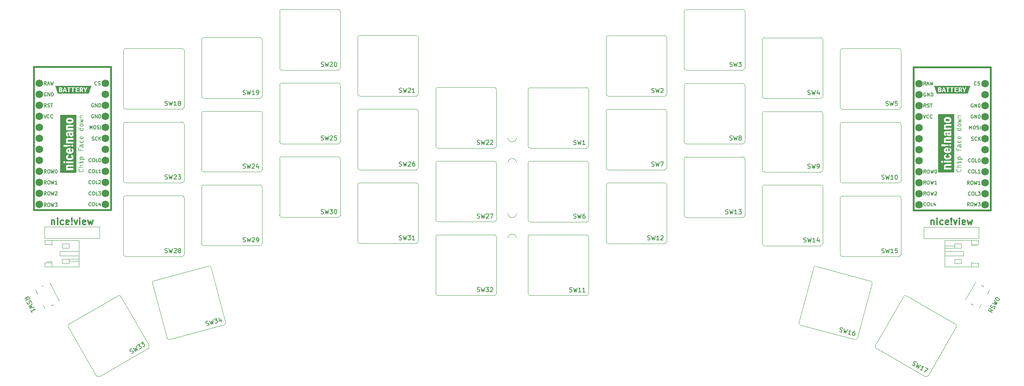
<source format=gbr>
%TF.GenerationSoftware,KiCad,Pcbnew,7.0.6*%
%TF.CreationDate,2024-11-05T18:23:53-06:00*%
%TF.ProjectId,main,6d61696e-2e6b-4696-9361-645f70636258,rev?*%
%TF.SameCoordinates,Original*%
%TF.FileFunction,Legend,Top*%
%TF.FilePolarity,Positive*%
%FSLAX46Y46*%
G04 Gerber Fmt 4.6, Leading zero omitted, Abs format (unit mm)*
G04 Created by KiCad (PCBNEW 7.0.6) date 2024-11-05 18:23:53*
%MOMM*%
%LPD*%
G01*
G04 APERTURE LIST*
%ADD10C,0.150000*%
%ADD11C,0.300000*%
%ADD12C,0.120000*%
%ADD13C,0.100000*%
%ADD14C,0.381000*%
%ADD15C,1.752600*%
G04 APERTURE END LIST*
D10*
X233813476Y-63682208D02*
X233546809Y-63301255D01*
X233356333Y-63682208D02*
X233356333Y-62882208D01*
X233356333Y-62882208D02*
X233661095Y-62882208D01*
X233661095Y-62882208D02*
X233737285Y-62920303D01*
X233737285Y-62920303D02*
X233775380Y-62958398D01*
X233775380Y-62958398D02*
X233813476Y-63034589D01*
X233813476Y-63034589D02*
X233813476Y-63148874D01*
X233813476Y-63148874D02*
X233775380Y-63225065D01*
X233775380Y-63225065D02*
X233737285Y-63263160D01*
X233737285Y-63263160D02*
X233661095Y-63301255D01*
X233661095Y-63301255D02*
X233356333Y-63301255D01*
X234308714Y-62882208D02*
X234461095Y-62882208D01*
X234461095Y-62882208D02*
X234537285Y-62920303D01*
X234537285Y-62920303D02*
X234613476Y-62996493D01*
X234613476Y-62996493D02*
X234651571Y-63148874D01*
X234651571Y-63148874D02*
X234651571Y-63415541D01*
X234651571Y-63415541D02*
X234613476Y-63567922D01*
X234613476Y-63567922D02*
X234537285Y-63644113D01*
X234537285Y-63644113D02*
X234461095Y-63682208D01*
X234461095Y-63682208D02*
X234308714Y-63682208D01*
X234308714Y-63682208D02*
X234232523Y-63644113D01*
X234232523Y-63644113D02*
X234156333Y-63567922D01*
X234156333Y-63567922D02*
X234118237Y-63415541D01*
X234118237Y-63415541D02*
X234118237Y-63148874D01*
X234118237Y-63148874D02*
X234156333Y-62996493D01*
X234156333Y-62996493D02*
X234232523Y-62920303D01*
X234232523Y-62920303D02*
X234308714Y-62882208D01*
X234918237Y-62882208D02*
X235108713Y-63682208D01*
X235108713Y-63682208D02*
X235261094Y-63110779D01*
X235261094Y-63110779D02*
X235413475Y-63682208D01*
X235413475Y-63682208D02*
X235603952Y-62882208D01*
X235832523Y-62882208D02*
X236327761Y-62882208D01*
X236327761Y-62882208D02*
X236061095Y-63186970D01*
X236061095Y-63186970D02*
X236175380Y-63186970D01*
X236175380Y-63186970D02*
X236251571Y-63225065D01*
X236251571Y-63225065D02*
X236289666Y-63263160D01*
X236289666Y-63263160D02*
X236327761Y-63339351D01*
X236327761Y-63339351D02*
X236327761Y-63529827D01*
X236327761Y-63529827D02*
X236289666Y-63606017D01*
X236289666Y-63606017D02*
X236251571Y-63644113D01*
X236251571Y-63644113D02*
X236175380Y-63682208D01*
X236175380Y-63682208D02*
X235946809Y-63682208D01*
X235946809Y-63682208D02*
X235870618Y-63644113D01*
X235870618Y-63644113D02*
X235832523Y-63606017D01*
X31254810Y-63606017D02*
X31216714Y-63644113D01*
X31216714Y-63644113D02*
X31102429Y-63682208D01*
X31102429Y-63682208D02*
X31026238Y-63682208D01*
X31026238Y-63682208D02*
X30911952Y-63644113D01*
X30911952Y-63644113D02*
X30835762Y-63567922D01*
X30835762Y-63567922D02*
X30797667Y-63491732D01*
X30797667Y-63491732D02*
X30759571Y-63339351D01*
X30759571Y-63339351D02*
X30759571Y-63225065D01*
X30759571Y-63225065D02*
X30797667Y-63072684D01*
X30797667Y-63072684D02*
X30835762Y-62996493D01*
X30835762Y-62996493D02*
X30911952Y-62920303D01*
X30911952Y-62920303D02*
X31026238Y-62882208D01*
X31026238Y-62882208D02*
X31102429Y-62882208D01*
X31102429Y-62882208D02*
X31216714Y-62920303D01*
X31216714Y-62920303D02*
X31254810Y-62958398D01*
X31750048Y-62882208D02*
X31902429Y-62882208D01*
X31902429Y-62882208D02*
X31978619Y-62920303D01*
X31978619Y-62920303D02*
X32054810Y-62996493D01*
X32054810Y-62996493D02*
X32092905Y-63148874D01*
X32092905Y-63148874D02*
X32092905Y-63415541D01*
X32092905Y-63415541D02*
X32054810Y-63567922D01*
X32054810Y-63567922D02*
X31978619Y-63644113D01*
X31978619Y-63644113D02*
X31902429Y-63682208D01*
X31902429Y-63682208D02*
X31750048Y-63682208D01*
X31750048Y-63682208D02*
X31673857Y-63644113D01*
X31673857Y-63644113D02*
X31597667Y-63567922D01*
X31597667Y-63567922D02*
X31559571Y-63415541D01*
X31559571Y-63415541D02*
X31559571Y-63148874D01*
X31559571Y-63148874D02*
X31597667Y-62996493D01*
X31597667Y-62996493D02*
X31673857Y-62920303D01*
X31673857Y-62920303D02*
X31750048Y-62882208D01*
X32816714Y-63682208D02*
X32435762Y-63682208D01*
X32435762Y-63682208D02*
X32435762Y-62882208D01*
X33426238Y-63148874D02*
X33426238Y-63682208D01*
X33235762Y-62844113D02*
X33045285Y-63415541D01*
X33045285Y-63415541D02*
X33540524Y-63415541D01*
X223786810Y-63606017D02*
X223748714Y-63644113D01*
X223748714Y-63644113D02*
X223634429Y-63682208D01*
X223634429Y-63682208D02*
X223558238Y-63682208D01*
X223558238Y-63682208D02*
X223443952Y-63644113D01*
X223443952Y-63644113D02*
X223367762Y-63567922D01*
X223367762Y-63567922D02*
X223329667Y-63491732D01*
X223329667Y-63491732D02*
X223291571Y-63339351D01*
X223291571Y-63339351D02*
X223291571Y-63225065D01*
X223291571Y-63225065D02*
X223329667Y-63072684D01*
X223329667Y-63072684D02*
X223367762Y-62996493D01*
X223367762Y-62996493D02*
X223443952Y-62920303D01*
X223443952Y-62920303D02*
X223558238Y-62882208D01*
X223558238Y-62882208D02*
X223634429Y-62882208D01*
X223634429Y-62882208D02*
X223748714Y-62920303D01*
X223748714Y-62920303D02*
X223786810Y-62958398D01*
X224282048Y-62882208D02*
X224434429Y-62882208D01*
X224434429Y-62882208D02*
X224510619Y-62920303D01*
X224510619Y-62920303D02*
X224586810Y-62996493D01*
X224586810Y-62996493D02*
X224624905Y-63148874D01*
X224624905Y-63148874D02*
X224624905Y-63415541D01*
X224624905Y-63415541D02*
X224586810Y-63567922D01*
X224586810Y-63567922D02*
X224510619Y-63644113D01*
X224510619Y-63644113D02*
X224434429Y-63682208D01*
X224434429Y-63682208D02*
X224282048Y-63682208D01*
X224282048Y-63682208D02*
X224205857Y-63644113D01*
X224205857Y-63644113D02*
X224129667Y-63567922D01*
X224129667Y-63567922D02*
X224091571Y-63415541D01*
X224091571Y-63415541D02*
X224091571Y-63148874D01*
X224091571Y-63148874D02*
X224129667Y-62996493D01*
X224129667Y-62996493D02*
X224205857Y-62920303D01*
X224205857Y-62920303D02*
X224282048Y-62882208D01*
X225348714Y-63682208D02*
X224967762Y-63682208D01*
X224967762Y-63682208D02*
X224967762Y-62882208D01*
X225958238Y-63148874D02*
X225958238Y-63682208D01*
X225767762Y-62844113D02*
X225577285Y-63415541D01*
X225577285Y-63415541D02*
X226072524Y-63415541D01*
D11*
X22194628Y-66935241D02*
X22194628Y-67935241D01*
X22194628Y-67078098D02*
X22266057Y-67006670D01*
X22266057Y-67006670D02*
X22408914Y-66935241D01*
X22408914Y-66935241D02*
X22623200Y-66935241D01*
X22623200Y-66935241D02*
X22766057Y-67006670D01*
X22766057Y-67006670D02*
X22837486Y-67149527D01*
X22837486Y-67149527D02*
X22837486Y-67935241D01*
X23551771Y-67935241D02*
X23551771Y-66935241D01*
X23551771Y-66435241D02*
X23480343Y-66506670D01*
X23480343Y-66506670D02*
X23551771Y-66578098D01*
X23551771Y-66578098D02*
X23623200Y-66506670D01*
X23623200Y-66506670D02*
X23551771Y-66435241D01*
X23551771Y-66435241D02*
X23551771Y-66578098D01*
X24908915Y-67863813D02*
X24766057Y-67935241D01*
X24766057Y-67935241D02*
X24480343Y-67935241D01*
X24480343Y-67935241D02*
X24337486Y-67863813D01*
X24337486Y-67863813D02*
X24266057Y-67792384D01*
X24266057Y-67792384D02*
X24194629Y-67649527D01*
X24194629Y-67649527D02*
X24194629Y-67220955D01*
X24194629Y-67220955D02*
X24266057Y-67078098D01*
X24266057Y-67078098D02*
X24337486Y-67006670D01*
X24337486Y-67006670D02*
X24480343Y-66935241D01*
X24480343Y-66935241D02*
X24766057Y-66935241D01*
X24766057Y-66935241D02*
X24908915Y-67006670D01*
X26123200Y-67863813D02*
X25980343Y-67935241D01*
X25980343Y-67935241D02*
X25694629Y-67935241D01*
X25694629Y-67935241D02*
X25551771Y-67863813D01*
X25551771Y-67863813D02*
X25480343Y-67720955D01*
X25480343Y-67720955D02*
X25480343Y-67149527D01*
X25480343Y-67149527D02*
X25551771Y-67006670D01*
X25551771Y-67006670D02*
X25694629Y-66935241D01*
X25694629Y-66935241D02*
X25980343Y-66935241D01*
X25980343Y-66935241D02*
X26123200Y-67006670D01*
X26123200Y-67006670D02*
X26194629Y-67149527D01*
X26194629Y-67149527D02*
X26194629Y-67292384D01*
X26194629Y-67292384D02*
X25480343Y-67435241D01*
X26837485Y-67792384D02*
X26908914Y-67863813D01*
X26908914Y-67863813D02*
X26837485Y-67935241D01*
X26837485Y-67935241D02*
X26766057Y-67863813D01*
X26766057Y-67863813D02*
X26837485Y-67792384D01*
X26837485Y-67792384D02*
X26837485Y-67935241D01*
X26837485Y-67363813D02*
X26766057Y-66506670D01*
X26766057Y-66506670D02*
X26837485Y-66435241D01*
X26837485Y-66435241D02*
X26908914Y-66506670D01*
X26908914Y-66506670D02*
X26837485Y-67363813D01*
X26837485Y-67363813D02*
X26837485Y-66435241D01*
X27408914Y-66935241D02*
X27766057Y-67935241D01*
X27766057Y-67935241D02*
X28123200Y-66935241D01*
X28694628Y-67935241D02*
X28694628Y-66935241D01*
X28694628Y-66435241D02*
X28623200Y-66506670D01*
X28623200Y-66506670D02*
X28694628Y-66578098D01*
X28694628Y-66578098D02*
X28766057Y-66506670D01*
X28766057Y-66506670D02*
X28694628Y-66435241D01*
X28694628Y-66435241D02*
X28694628Y-66578098D01*
X29980343Y-67863813D02*
X29837486Y-67935241D01*
X29837486Y-67935241D02*
X29551772Y-67935241D01*
X29551772Y-67935241D02*
X29408914Y-67863813D01*
X29408914Y-67863813D02*
X29337486Y-67720955D01*
X29337486Y-67720955D02*
X29337486Y-67149527D01*
X29337486Y-67149527D02*
X29408914Y-67006670D01*
X29408914Y-67006670D02*
X29551772Y-66935241D01*
X29551772Y-66935241D02*
X29837486Y-66935241D01*
X29837486Y-66935241D02*
X29980343Y-67006670D01*
X29980343Y-67006670D02*
X30051772Y-67149527D01*
X30051772Y-67149527D02*
X30051772Y-67292384D01*
X30051772Y-67292384D02*
X29337486Y-67435241D01*
X30551771Y-66935241D02*
X30837486Y-67935241D01*
X30837486Y-67935241D02*
X31123200Y-67220955D01*
X31123200Y-67220955D02*
X31408914Y-67935241D01*
X31408914Y-67935241D02*
X31694628Y-66935241D01*
D10*
X20961476Y-63809208D02*
X20694809Y-63428255D01*
X20504333Y-63809208D02*
X20504333Y-63009208D01*
X20504333Y-63009208D02*
X20809095Y-63009208D01*
X20809095Y-63009208D02*
X20885285Y-63047303D01*
X20885285Y-63047303D02*
X20923380Y-63085398D01*
X20923380Y-63085398D02*
X20961476Y-63161589D01*
X20961476Y-63161589D02*
X20961476Y-63275874D01*
X20961476Y-63275874D02*
X20923380Y-63352065D01*
X20923380Y-63352065D02*
X20885285Y-63390160D01*
X20885285Y-63390160D02*
X20809095Y-63428255D01*
X20809095Y-63428255D02*
X20504333Y-63428255D01*
X21456714Y-63009208D02*
X21609095Y-63009208D01*
X21609095Y-63009208D02*
X21685285Y-63047303D01*
X21685285Y-63047303D02*
X21761476Y-63123493D01*
X21761476Y-63123493D02*
X21799571Y-63275874D01*
X21799571Y-63275874D02*
X21799571Y-63542541D01*
X21799571Y-63542541D02*
X21761476Y-63694922D01*
X21761476Y-63694922D02*
X21685285Y-63771113D01*
X21685285Y-63771113D02*
X21609095Y-63809208D01*
X21609095Y-63809208D02*
X21456714Y-63809208D01*
X21456714Y-63809208D02*
X21380523Y-63771113D01*
X21380523Y-63771113D02*
X21304333Y-63694922D01*
X21304333Y-63694922D02*
X21266237Y-63542541D01*
X21266237Y-63542541D02*
X21266237Y-63275874D01*
X21266237Y-63275874D02*
X21304333Y-63123493D01*
X21304333Y-63123493D02*
X21380523Y-63047303D01*
X21380523Y-63047303D02*
X21456714Y-63009208D01*
X22066237Y-63009208D02*
X22256713Y-63809208D01*
X22256713Y-63809208D02*
X22409094Y-63237779D01*
X22409094Y-63237779D02*
X22561475Y-63809208D01*
X22561475Y-63809208D02*
X22751952Y-63009208D01*
X22980523Y-63009208D02*
X23475761Y-63009208D01*
X23475761Y-63009208D02*
X23209095Y-63313970D01*
X23209095Y-63313970D02*
X23323380Y-63313970D01*
X23323380Y-63313970D02*
X23399571Y-63352065D01*
X23399571Y-63352065D02*
X23437666Y-63390160D01*
X23437666Y-63390160D02*
X23475761Y-63466351D01*
X23475761Y-63466351D02*
X23475761Y-63656827D01*
X23475761Y-63656827D02*
X23437666Y-63733017D01*
X23437666Y-63733017D02*
X23399571Y-63771113D01*
X23399571Y-63771113D02*
X23323380Y-63809208D01*
X23323380Y-63809208D02*
X23094809Y-63809208D01*
X23094809Y-63809208D02*
X23018618Y-63771113D01*
X23018618Y-63771113D02*
X22980523Y-63733017D01*
D11*
X225013628Y-66986041D02*
X225013628Y-67986041D01*
X225013628Y-67128898D02*
X225085057Y-67057470D01*
X225085057Y-67057470D02*
X225227914Y-66986041D01*
X225227914Y-66986041D02*
X225442200Y-66986041D01*
X225442200Y-66986041D02*
X225585057Y-67057470D01*
X225585057Y-67057470D02*
X225656486Y-67200327D01*
X225656486Y-67200327D02*
X225656486Y-67986041D01*
X226370771Y-67986041D02*
X226370771Y-66986041D01*
X226370771Y-66486041D02*
X226299343Y-66557470D01*
X226299343Y-66557470D02*
X226370771Y-66628898D01*
X226370771Y-66628898D02*
X226442200Y-66557470D01*
X226442200Y-66557470D02*
X226370771Y-66486041D01*
X226370771Y-66486041D02*
X226370771Y-66628898D01*
X227727915Y-67914613D02*
X227585057Y-67986041D01*
X227585057Y-67986041D02*
X227299343Y-67986041D01*
X227299343Y-67986041D02*
X227156486Y-67914613D01*
X227156486Y-67914613D02*
X227085057Y-67843184D01*
X227085057Y-67843184D02*
X227013629Y-67700327D01*
X227013629Y-67700327D02*
X227013629Y-67271755D01*
X227013629Y-67271755D02*
X227085057Y-67128898D01*
X227085057Y-67128898D02*
X227156486Y-67057470D01*
X227156486Y-67057470D02*
X227299343Y-66986041D01*
X227299343Y-66986041D02*
X227585057Y-66986041D01*
X227585057Y-66986041D02*
X227727915Y-67057470D01*
X228942200Y-67914613D02*
X228799343Y-67986041D01*
X228799343Y-67986041D02*
X228513629Y-67986041D01*
X228513629Y-67986041D02*
X228370771Y-67914613D01*
X228370771Y-67914613D02*
X228299343Y-67771755D01*
X228299343Y-67771755D02*
X228299343Y-67200327D01*
X228299343Y-67200327D02*
X228370771Y-67057470D01*
X228370771Y-67057470D02*
X228513629Y-66986041D01*
X228513629Y-66986041D02*
X228799343Y-66986041D01*
X228799343Y-66986041D02*
X228942200Y-67057470D01*
X228942200Y-67057470D02*
X229013629Y-67200327D01*
X229013629Y-67200327D02*
X229013629Y-67343184D01*
X229013629Y-67343184D02*
X228299343Y-67486041D01*
X229656485Y-67843184D02*
X229727914Y-67914613D01*
X229727914Y-67914613D02*
X229656485Y-67986041D01*
X229656485Y-67986041D02*
X229585057Y-67914613D01*
X229585057Y-67914613D02*
X229656485Y-67843184D01*
X229656485Y-67843184D02*
X229656485Y-67986041D01*
X229656485Y-67414613D02*
X229585057Y-66557470D01*
X229585057Y-66557470D02*
X229656485Y-66486041D01*
X229656485Y-66486041D02*
X229727914Y-66557470D01*
X229727914Y-66557470D02*
X229656485Y-67414613D01*
X229656485Y-67414613D02*
X229656485Y-66486041D01*
X230227914Y-66986041D02*
X230585057Y-67986041D01*
X230585057Y-67986041D02*
X230942200Y-66986041D01*
X231513628Y-67986041D02*
X231513628Y-66986041D01*
X231513628Y-66486041D02*
X231442200Y-66557470D01*
X231442200Y-66557470D02*
X231513628Y-66628898D01*
X231513628Y-66628898D02*
X231585057Y-66557470D01*
X231585057Y-66557470D02*
X231513628Y-66486041D01*
X231513628Y-66486041D02*
X231513628Y-66628898D01*
X232799343Y-67914613D02*
X232656486Y-67986041D01*
X232656486Y-67986041D02*
X232370772Y-67986041D01*
X232370772Y-67986041D02*
X232227914Y-67914613D01*
X232227914Y-67914613D02*
X232156486Y-67771755D01*
X232156486Y-67771755D02*
X232156486Y-67200327D01*
X232156486Y-67200327D02*
X232227914Y-67057470D01*
X232227914Y-67057470D02*
X232370772Y-66986041D01*
X232370772Y-66986041D02*
X232656486Y-66986041D01*
X232656486Y-66986041D02*
X232799343Y-67057470D01*
X232799343Y-67057470D02*
X232870772Y-67200327D01*
X232870772Y-67200327D02*
X232870772Y-67343184D01*
X232870772Y-67343184D02*
X232156486Y-67486041D01*
X233370771Y-66986041D02*
X233656486Y-67986041D01*
X233656486Y-67986041D02*
X233942200Y-67271755D01*
X233942200Y-67271755D02*
X234227914Y-67986041D01*
X234227914Y-67986041D02*
X234513628Y-66986041D01*
D10*
X233813476Y-58729208D02*
X233546809Y-58348255D01*
X233356333Y-58729208D02*
X233356333Y-57929208D01*
X233356333Y-57929208D02*
X233661095Y-57929208D01*
X233661095Y-57929208D02*
X233737285Y-57967303D01*
X233737285Y-57967303D02*
X233775380Y-58005398D01*
X233775380Y-58005398D02*
X233813476Y-58081589D01*
X233813476Y-58081589D02*
X233813476Y-58195874D01*
X233813476Y-58195874D02*
X233775380Y-58272065D01*
X233775380Y-58272065D02*
X233737285Y-58310160D01*
X233737285Y-58310160D02*
X233661095Y-58348255D01*
X233661095Y-58348255D02*
X233356333Y-58348255D01*
X234308714Y-57929208D02*
X234461095Y-57929208D01*
X234461095Y-57929208D02*
X234537285Y-57967303D01*
X234537285Y-57967303D02*
X234613476Y-58043493D01*
X234613476Y-58043493D02*
X234651571Y-58195874D01*
X234651571Y-58195874D02*
X234651571Y-58462541D01*
X234651571Y-58462541D02*
X234613476Y-58614922D01*
X234613476Y-58614922D02*
X234537285Y-58691113D01*
X234537285Y-58691113D02*
X234461095Y-58729208D01*
X234461095Y-58729208D02*
X234308714Y-58729208D01*
X234308714Y-58729208D02*
X234232523Y-58691113D01*
X234232523Y-58691113D02*
X234156333Y-58614922D01*
X234156333Y-58614922D02*
X234118237Y-58462541D01*
X234118237Y-58462541D02*
X234118237Y-58195874D01*
X234118237Y-58195874D02*
X234156333Y-58043493D01*
X234156333Y-58043493D02*
X234232523Y-57967303D01*
X234232523Y-57967303D02*
X234308714Y-57929208D01*
X234918237Y-57929208D02*
X235108713Y-58729208D01*
X235108713Y-58729208D02*
X235261094Y-58157779D01*
X235261094Y-58157779D02*
X235413475Y-58729208D01*
X235413475Y-58729208D02*
X235603952Y-57929208D01*
X236327761Y-58729208D02*
X235870618Y-58729208D01*
X236099190Y-58729208D02*
X236099190Y-57929208D01*
X236099190Y-57929208D02*
X236022999Y-58043493D01*
X236022999Y-58043493D02*
X235946809Y-58119684D01*
X235946809Y-58119684D02*
X235870618Y-58157779D01*
X31254810Y-58526017D02*
X31216714Y-58564113D01*
X31216714Y-58564113D02*
X31102429Y-58602208D01*
X31102429Y-58602208D02*
X31026238Y-58602208D01*
X31026238Y-58602208D02*
X30911952Y-58564113D01*
X30911952Y-58564113D02*
X30835762Y-58487922D01*
X30835762Y-58487922D02*
X30797667Y-58411732D01*
X30797667Y-58411732D02*
X30759571Y-58259351D01*
X30759571Y-58259351D02*
X30759571Y-58145065D01*
X30759571Y-58145065D02*
X30797667Y-57992684D01*
X30797667Y-57992684D02*
X30835762Y-57916493D01*
X30835762Y-57916493D02*
X30911952Y-57840303D01*
X30911952Y-57840303D02*
X31026238Y-57802208D01*
X31026238Y-57802208D02*
X31102429Y-57802208D01*
X31102429Y-57802208D02*
X31216714Y-57840303D01*
X31216714Y-57840303D02*
X31254810Y-57878398D01*
X31750048Y-57802208D02*
X31902429Y-57802208D01*
X31902429Y-57802208D02*
X31978619Y-57840303D01*
X31978619Y-57840303D02*
X32054810Y-57916493D01*
X32054810Y-57916493D02*
X32092905Y-58068874D01*
X32092905Y-58068874D02*
X32092905Y-58335541D01*
X32092905Y-58335541D02*
X32054810Y-58487922D01*
X32054810Y-58487922D02*
X31978619Y-58564113D01*
X31978619Y-58564113D02*
X31902429Y-58602208D01*
X31902429Y-58602208D02*
X31750048Y-58602208D01*
X31750048Y-58602208D02*
X31673857Y-58564113D01*
X31673857Y-58564113D02*
X31597667Y-58487922D01*
X31597667Y-58487922D02*
X31559571Y-58335541D01*
X31559571Y-58335541D02*
X31559571Y-58068874D01*
X31559571Y-58068874D02*
X31597667Y-57916493D01*
X31597667Y-57916493D02*
X31673857Y-57840303D01*
X31673857Y-57840303D02*
X31750048Y-57802208D01*
X32816714Y-58602208D02*
X32435762Y-58602208D01*
X32435762Y-58602208D02*
X32435762Y-57802208D01*
X33045285Y-57878398D02*
X33083381Y-57840303D01*
X33083381Y-57840303D02*
X33159571Y-57802208D01*
X33159571Y-57802208D02*
X33350047Y-57802208D01*
X33350047Y-57802208D02*
X33426238Y-57840303D01*
X33426238Y-57840303D02*
X33464333Y-57878398D01*
X33464333Y-57878398D02*
X33502428Y-57954589D01*
X33502428Y-57954589D02*
X33502428Y-58030779D01*
X33502428Y-58030779D02*
X33464333Y-58145065D01*
X33464333Y-58145065D02*
X33007190Y-58602208D01*
X33007190Y-58602208D02*
X33502428Y-58602208D01*
X142563134Y-66468264D02*
X142705991Y-66515883D01*
X142705991Y-66515883D02*
X142944086Y-66515883D01*
X142944086Y-66515883D02*
X143039324Y-66468264D01*
X143039324Y-66468264D02*
X143086943Y-66420644D01*
X143086943Y-66420644D02*
X143134562Y-66325406D01*
X143134562Y-66325406D02*
X143134562Y-66230168D01*
X143134562Y-66230168D02*
X143086943Y-66134930D01*
X143086943Y-66134930D02*
X143039324Y-66087311D01*
X143039324Y-66087311D02*
X142944086Y-66039692D01*
X142944086Y-66039692D02*
X142753610Y-65992073D01*
X142753610Y-65992073D02*
X142658372Y-65944454D01*
X142658372Y-65944454D02*
X142610753Y-65896835D01*
X142610753Y-65896835D02*
X142563134Y-65801597D01*
X142563134Y-65801597D02*
X142563134Y-65706359D01*
X142563134Y-65706359D02*
X142610753Y-65611121D01*
X142610753Y-65611121D02*
X142658372Y-65563502D01*
X142658372Y-65563502D02*
X142753610Y-65515883D01*
X142753610Y-65515883D02*
X142991705Y-65515883D01*
X142991705Y-65515883D02*
X143134562Y-65563502D01*
X143467896Y-65515883D02*
X143705991Y-66515883D01*
X143705991Y-66515883D02*
X143896467Y-65801597D01*
X143896467Y-65801597D02*
X144086943Y-66515883D01*
X144086943Y-66515883D02*
X144325039Y-65515883D01*
X145134562Y-65515883D02*
X144944086Y-65515883D01*
X144944086Y-65515883D02*
X144848848Y-65563502D01*
X144848848Y-65563502D02*
X144801229Y-65611121D01*
X144801229Y-65611121D02*
X144705991Y-65753978D01*
X144705991Y-65753978D02*
X144658372Y-65944454D01*
X144658372Y-65944454D02*
X144658372Y-66325406D01*
X144658372Y-66325406D02*
X144705991Y-66420644D01*
X144705991Y-66420644D02*
X144753610Y-66468264D01*
X144753610Y-66468264D02*
X144848848Y-66515883D01*
X144848848Y-66515883D02*
X145039324Y-66515883D01*
X145039324Y-66515883D02*
X145134562Y-66468264D01*
X145134562Y-66468264D02*
X145182181Y-66420644D01*
X145182181Y-66420644D02*
X145229800Y-66325406D01*
X145229800Y-66325406D02*
X145229800Y-66087311D01*
X145229800Y-66087311D02*
X145182181Y-65992073D01*
X145182181Y-65992073D02*
X145134562Y-65944454D01*
X145134562Y-65944454D02*
X145039324Y-65896835D01*
X145039324Y-65896835D02*
X144848848Y-65896835D01*
X144848848Y-65896835D02*
X144753610Y-65944454D01*
X144753610Y-65944454D02*
X144705991Y-65992073D01*
X144705991Y-65992073D02*
X144658372Y-66087311D01*
X66326041Y-37935924D02*
X66468898Y-37983543D01*
X66468898Y-37983543D02*
X66706993Y-37983543D01*
X66706993Y-37983543D02*
X66802231Y-37935924D01*
X66802231Y-37935924D02*
X66849850Y-37888304D01*
X66849850Y-37888304D02*
X66897469Y-37793066D01*
X66897469Y-37793066D02*
X66897469Y-37697828D01*
X66897469Y-37697828D02*
X66849850Y-37602590D01*
X66849850Y-37602590D02*
X66802231Y-37554971D01*
X66802231Y-37554971D02*
X66706993Y-37507352D01*
X66706993Y-37507352D02*
X66516517Y-37459733D01*
X66516517Y-37459733D02*
X66421279Y-37412114D01*
X66421279Y-37412114D02*
X66373660Y-37364495D01*
X66373660Y-37364495D02*
X66326041Y-37269257D01*
X66326041Y-37269257D02*
X66326041Y-37174019D01*
X66326041Y-37174019D02*
X66373660Y-37078781D01*
X66373660Y-37078781D02*
X66421279Y-37031162D01*
X66421279Y-37031162D02*
X66516517Y-36983543D01*
X66516517Y-36983543D02*
X66754612Y-36983543D01*
X66754612Y-36983543D02*
X66897469Y-37031162D01*
X67230803Y-36983543D02*
X67468898Y-37983543D01*
X67468898Y-37983543D02*
X67659374Y-37269257D01*
X67659374Y-37269257D02*
X67849850Y-37983543D01*
X67849850Y-37983543D02*
X68087946Y-36983543D01*
X68992707Y-37983543D02*
X68421279Y-37983543D01*
X68706993Y-37983543D02*
X68706993Y-36983543D01*
X68706993Y-36983543D02*
X68611755Y-37126400D01*
X68611755Y-37126400D02*
X68516517Y-37221638D01*
X68516517Y-37221638D02*
X68421279Y-37269257D01*
X69468898Y-37983543D02*
X69659374Y-37983543D01*
X69659374Y-37983543D02*
X69754612Y-37935924D01*
X69754612Y-37935924D02*
X69802231Y-37888304D01*
X69802231Y-37888304D02*
X69897469Y-37745447D01*
X69897469Y-37745447D02*
X69945088Y-37554971D01*
X69945088Y-37554971D02*
X69945088Y-37174019D01*
X69945088Y-37174019D02*
X69897469Y-37078781D01*
X69897469Y-37078781D02*
X69849850Y-37031162D01*
X69849850Y-37031162D02*
X69754612Y-36983543D01*
X69754612Y-36983543D02*
X69564136Y-36983543D01*
X69564136Y-36983543D02*
X69468898Y-37031162D01*
X69468898Y-37031162D02*
X69421279Y-37078781D01*
X69421279Y-37078781D02*
X69373660Y-37174019D01*
X69373660Y-37174019D02*
X69373660Y-37412114D01*
X69373660Y-37412114D02*
X69421279Y-37507352D01*
X69421279Y-37507352D02*
X69468898Y-37554971D01*
X69468898Y-37554971D02*
X69564136Y-37602590D01*
X69564136Y-37602590D02*
X69754612Y-37602590D01*
X69754612Y-37602590D02*
X69849850Y-37554971D01*
X69849850Y-37554971D02*
X69897469Y-37507352D01*
X69897469Y-37507352D02*
X69945088Y-37412114D01*
X159610756Y-71468269D02*
X159753613Y-71515888D01*
X159753613Y-71515888D02*
X159991708Y-71515888D01*
X159991708Y-71515888D02*
X160086946Y-71468269D01*
X160086946Y-71468269D02*
X160134565Y-71420649D01*
X160134565Y-71420649D02*
X160182184Y-71325411D01*
X160182184Y-71325411D02*
X160182184Y-71230173D01*
X160182184Y-71230173D02*
X160134565Y-71134935D01*
X160134565Y-71134935D02*
X160086946Y-71087316D01*
X160086946Y-71087316D02*
X159991708Y-71039697D01*
X159991708Y-71039697D02*
X159801232Y-70992078D01*
X159801232Y-70992078D02*
X159705994Y-70944459D01*
X159705994Y-70944459D02*
X159658375Y-70896840D01*
X159658375Y-70896840D02*
X159610756Y-70801602D01*
X159610756Y-70801602D02*
X159610756Y-70706364D01*
X159610756Y-70706364D02*
X159658375Y-70611126D01*
X159658375Y-70611126D02*
X159705994Y-70563507D01*
X159705994Y-70563507D02*
X159801232Y-70515888D01*
X159801232Y-70515888D02*
X160039327Y-70515888D01*
X160039327Y-70515888D02*
X160182184Y-70563507D01*
X160515518Y-70515888D02*
X160753613Y-71515888D01*
X160753613Y-71515888D02*
X160944089Y-70801602D01*
X160944089Y-70801602D02*
X161134565Y-71515888D01*
X161134565Y-71515888D02*
X161372661Y-70515888D01*
X162277422Y-71515888D02*
X161705994Y-71515888D01*
X161991708Y-71515888D02*
X161991708Y-70515888D01*
X161991708Y-70515888D02*
X161896470Y-70658745D01*
X161896470Y-70658745D02*
X161801232Y-70753983D01*
X161801232Y-70753983D02*
X161705994Y-70801602D01*
X162658375Y-70611126D02*
X162705994Y-70563507D01*
X162705994Y-70563507D02*
X162801232Y-70515888D01*
X162801232Y-70515888D02*
X163039327Y-70515888D01*
X163039327Y-70515888D02*
X163134565Y-70563507D01*
X163134565Y-70563507D02*
X163182184Y-70611126D01*
X163182184Y-70611126D02*
X163229803Y-70706364D01*
X163229803Y-70706364D02*
X163229803Y-70801602D01*
X163229803Y-70801602D02*
X163182184Y-70944459D01*
X163182184Y-70944459D02*
X162610756Y-71515888D01*
X162610756Y-71515888D02*
X163229803Y-71515888D01*
X120325044Y-66436418D02*
X120467901Y-66484037D01*
X120467901Y-66484037D02*
X120705996Y-66484037D01*
X120705996Y-66484037D02*
X120801234Y-66436418D01*
X120801234Y-66436418D02*
X120848853Y-66388798D01*
X120848853Y-66388798D02*
X120896472Y-66293560D01*
X120896472Y-66293560D02*
X120896472Y-66198322D01*
X120896472Y-66198322D02*
X120848853Y-66103084D01*
X120848853Y-66103084D02*
X120801234Y-66055465D01*
X120801234Y-66055465D02*
X120705996Y-66007846D01*
X120705996Y-66007846D02*
X120515520Y-65960227D01*
X120515520Y-65960227D02*
X120420282Y-65912608D01*
X120420282Y-65912608D02*
X120372663Y-65864989D01*
X120372663Y-65864989D02*
X120325044Y-65769751D01*
X120325044Y-65769751D02*
X120325044Y-65674513D01*
X120325044Y-65674513D02*
X120372663Y-65579275D01*
X120372663Y-65579275D02*
X120420282Y-65531656D01*
X120420282Y-65531656D02*
X120515520Y-65484037D01*
X120515520Y-65484037D02*
X120753615Y-65484037D01*
X120753615Y-65484037D02*
X120896472Y-65531656D01*
X121229806Y-65484037D02*
X121467901Y-66484037D01*
X121467901Y-66484037D02*
X121658377Y-65769751D01*
X121658377Y-65769751D02*
X121848853Y-66484037D01*
X121848853Y-66484037D02*
X122086949Y-65484037D01*
X122420282Y-65579275D02*
X122467901Y-65531656D01*
X122467901Y-65531656D02*
X122563139Y-65484037D01*
X122563139Y-65484037D02*
X122801234Y-65484037D01*
X122801234Y-65484037D02*
X122896472Y-65531656D01*
X122896472Y-65531656D02*
X122944091Y-65579275D01*
X122944091Y-65579275D02*
X122991710Y-65674513D01*
X122991710Y-65674513D02*
X122991710Y-65769751D01*
X122991710Y-65769751D02*
X122944091Y-65912608D01*
X122944091Y-65912608D02*
X122372663Y-66484037D01*
X122372663Y-66484037D02*
X122991710Y-66484037D01*
X123325044Y-65484037D02*
X123991710Y-65484037D01*
X123991710Y-65484037D02*
X123563139Y-66484037D01*
X84325042Y-48435919D02*
X84467899Y-48483538D01*
X84467899Y-48483538D02*
X84705994Y-48483538D01*
X84705994Y-48483538D02*
X84801232Y-48435919D01*
X84801232Y-48435919D02*
X84848851Y-48388299D01*
X84848851Y-48388299D02*
X84896470Y-48293061D01*
X84896470Y-48293061D02*
X84896470Y-48197823D01*
X84896470Y-48197823D02*
X84848851Y-48102585D01*
X84848851Y-48102585D02*
X84801232Y-48054966D01*
X84801232Y-48054966D02*
X84705994Y-48007347D01*
X84705994Y-48007347D02*
X84515518Y-47959728D01*
X84515518Y-47959728D02*
X84420280Y-47912109D01*
X84420280Y-47912109D02*
X84372661Y-47864490D01*
X84372661Y-47864490D02*
X84325042Y-47769252D01*
X84325042Y-47769252D02*
X84325042Y-47674014D01*
X84325042Y-47674014D02*
X84372661Y-47578776D01*
X84372661Y-47578776D02*
X84420280Y-47531157D01*
X84420280Y-47531157D02*
X84515518Y-47483538D01*
X84515518Y-47483538D02*
X84753613Y-47483538D01*
X84753613Y-47483538D02*
X84896470Y-47531157D01*
X85229804Y-47483538D02*
X85467899Y-48483538D01*
X85467899Y-48483538D02*
X85658375Y-47769252D01*
X85658375Y-47769252D02*
X85848851Y-48483538D01*
X85848851Y-48483538D02*
X86086947Y-47483538D01*
X86420280Y-47578776D02*
X86467899Y-47531157D01*
X86467899Y-47531157D02*
X86563137Y-47483538D01*
X86563137Y-47483538D02*
X86801232Y-47483538D01*
X86801232Y-47483538D02*
X86896470Y-47531157D01*
X86896470Y-47531157D02*
X86944089Y-47578776D01*
X86944089Y-47578776D02*
X86991708Y-47674014D01*
X86991708Y-47674014D02*
X86991708Y-47769252D01*
X86991708Y-47769252D02*
X86944089Y-47912109D01*
X86944089Y-47912109D02*
X86372661Y-48483538D01*
X86372661Y-48483538D02*
X86991708Y-48483538D01*
X87896470Y-47483538D02*
X87420280Y-47483538D01*
X87420280Y-47483538D02*
X87372661Y-47959728D01*
X87372661Y-47959728D02*
X87420280Y-47912109D01*
X87420280Y-47912109D02*
X87515518Y-47864490D01*
X87515518Y-47864490D02*
X87753613Y-47864490D01*
X87753613Y-47864490D02*
X87848851Y-47912109D01*
X87848851Y-47912109D02*
X87896470Y-47959728D01*
X87896470Y-47959728D02*
X87944089Y-48054966D01*
X87944089Y-48054966D02*
X87944089Y-48293061D01*
X87944089Y-48293061D02*
X87896470Y-48388299D01*
X87896470Y-48388299D02*
X87848851Y-48435919D01*
X87848851Y-48435919D02*
X87753613Y-48483538D01*
X87753613Y-48483538D02*
X87515518Y-48483538D01*
X87515518Y-48483538D02*
X87420280Y-48435919D01*
X87420280Y-48435919D02*
X87372661Y-48388299D01*
X239319656Y-87780811D02*
X238740596Y-87831391D01*
X239033941Y-88275683D02*
X238167916Y-87775683D01*
X238167916Y-87775683D02*
X238358392Y-87445768D01*
X238358392Y-87445768D02*
X238447251Y-87387099D01*
X238447251Y-87387099D02*
X238512299Y-87369669D01*
X238512299Y-87369669D02*
X238618588Y-87376049D01*
X238618588Y-87376049D02*
X238742305Y-87447478D01*
X238742305Y-87447478D02*
X238800975Y-87536336D01*
X238800975Y-87536336D02*
X238818404Y-87601385D01*
X238818404Y-87601385D02*
X238812025Y-87707673D01*
X238812025Y-87707673D02*
X238621548Y-88037587D01*
X239468893Y-87427087D02*
X239581561Y-87327178D01*
X239581561Y-87327178D02*
X239700608Y-87120982D01*
X239700608Y-87120982D02*
X239706988Y-87014694D01*
X239706988Y-87014694D02*
X239689558Y-86949645D01*
X239689558Y-86949645D02*
X239630889Y-86860787D01*
X239630889Y-86860787D02*
X239548410Y-86813168D01*
X239548410Y-86813168D02*
X239442122Y-86806788D01*
X239442122Y-86806788D02*
X239377073Y-86824218D01*
X239377073Y-86824218D02*
X239288215Y-86882887D01*
X239288215Y-86882887D02*
X239151738Y-87024034D01*
X239151738Y-87024034D02*
X239062879Y-87082704D01*
X239062879Y-87082704D02*
X238997831Y-87100133D01*
X238997831Y-87100133D02*
X238891542Y-87093754D01*
X238891542Y-87093754D02*
X238809064Y-87046135D01*
X238809064Y-87046135D02*
X238750395Y-86957276D01*
X238750395Y-86957276D02*
X238732965Y-86892227D01*
X238732965Y-86892227D02*
X238739345Y-86785939D01*
X238739345Y-86785939D02*
X238858392Y-86579743D01*
X238858392Y-86579743D02*
X238971060Y-86479834D01*
X239096488Y-86167350D02*
X240081561Y-86461153D01*
X240081561Y-86461153D02*
X239558209Y-85939053D01*
X239558209Y-85939053D02*
X240272037Y-86131239D01*
X240272037Y-86131239D02*
X239525059Y-85425042D01*
X239810773Y-84930171D02*
X239858392Y-84847692D01*
X239858392Y-84847692D02*
X239947251Y-84789023D01*
X239947251Y-84789023D02*
X240012299Y-84771593D01*
X240012299Y-84771593D02*
X240118588Y-84777973D01*
X240118588Y-84777973D02*
X240307354Y-84831972D01*
X240307354Y-84831972D02*
X240513551Y-84951019D01*
X240513551Y-84951019D02*
X240654698Y-85087497D01*
X240654698Y-85087497D02*
X240713368Y-85176355D01*
X240713368Y-85176355D02*
X240730797Y-85241404D01*
X240730797Y-85241404D02*
X240724418Y-85347692D01*
X240724418Y-85347692D02*
X240676799Y-85430171D01*
X240676799Y-85430171D02*
X240587940Y-85488840D01*
X240587940Y-85488840D02*
X240522891Y-85506269D01*
X240522891Y-85506269D02*
X240416603Y-85499890D01*
X240416603Y-85499890D02*
X240227837Y-85445891D01*
X240227837Y-85445891D02*
X240021640Y-85326843D01*
X240021640Y-85326843D02*
X239880492Y-85190366D01*
X239880492Y-85190366D02*
X239821823Y-85101508D01*
X239821823Y-85101508D02*
X239804393Y-85036459D01*
X239804393Y-85036459D02*
X239810773Y-84930171D01*
X102325041Y-54436417D02*
X102467898Y-54484036D01*
X102467898Y-54484036D02*
X102705993Y-54484036D01*
X102705993Y-54484036D02*
X102801231Y-54436417D01*
X102801231Y-54436417D02*
X102848850Y-54388797D01*
X102848850Y-54388797D02*
X102896469Y-54293559D01*
X102896469Y-54293559D02*
X102896469Y-54198321D01*
X102896469Y-54198321D02*
X102848850Y-54103083D01*
X102848850Y-54103083D02*
X102801231Y-54055464D01*
X102801231Y-54055464D02*
X102705993Y-54007845D01*
X102705993Y-54007845D02*
X102515517Y-53960226D01*
X102515517Y-53960226D02*
X102420279Y-53912607D01*
X102420279Y-53912607D02*
X102372660Y-53864988D01*
X102372660Y-53864988D02*
X102325041Y-53769750D01*
X102325041Y-53769750D02*
X102325041Y-53674512D01*
X102325041Y-53674512D02*
X102372660Y-53579274D01*
X102372660Y-53579274D02*
X102420279Y-53531655D01*
X102420279Y-53531655D02*
X102515517Y-53484036D01*
X102515517Y-53484036D02*
X102753612Y-53484036D01*
X102753612Y-53484036D02*
X102896469Y-53531655D01*
X103229803Y-53484036D02*
X103467898Y-54484036D01*
X103467898Y-54484036D02*
X103658374Y-53769750D01*
X103658374Y-53769750D02*
X103848850Y-54484036D01*
X103848850Y-54484036D02*
X104086946Y-53484036D01*
X104420279Y-53579274D02*
X104467898Y-53531655D01*
X104467898Y-53531655D02*
X104563136Y-53484036D01*
X104563136Y-53484036D02*
X104801231Y-53484036D01*
X104801231Y-53484036D02*
X104896469Y-53531655D01*
X104896469Y-53531655D02*
X104944088Y-53579274D01*
X104944088Y-53579274D02*
X104991707Y-53674512D01*
X104991707Y-53674512D02*
X104991707Y-53769750D01*
X104991707Y-53769750D02*
X104944088Y-53912607D01*
X104944088Y-53912607D02*
X104372660Y-54484036D01*
X104372660Y-54484036D02*
X104991707Y-54484036D01*
X105848850Y-53484036D02*
X105658374Y-53484036D01*
X105658374Y-53484036D02*
X105563136Y-53531655D01*
X105563136Y-53531655D02*
X105515517Y-53579274D01*
X105515517Y-53579274D02*
X105420279Y-53722131D01*
X105420279Y-53722131D02*
X105372660Y-53912607D01*
X105372660Y-53912607D02*
X105372660Y-54293559D01*
X105372660Y-54293559D02*
X105420279Y-54388797D01*
X105420279Y-54388797D02*
X105467898Y-54436417D01*
X105467898Y-54436417D02*
X105563136Y-54484036D01*
X105563136Y-54484036D02*
X105753612Y-54484036D01*
X105753612Y-54484036D02*
X105848850Y-54436417D01*
X105848850Y-54436417D02*
X105896469Y-54388797D01*
X105896469Y-54388797D02*
X105944088Y-54293559D01*
X105944088Y-54293559D02*
X105944088Y-54055464D01*
X105944088Y-54055464D02*
X105896469Y-53960226D01*
X105896469Y-53960226D02*
X105848850Y-53912607D01*
X105848850Y-53912607D02*
X105753612Y-53864988D01*
X105753612Y-53864988D02*
X105563136Y-53864988D01*
X105563136Y-53864988D02*
X105467898Y-53912607D01*
X105467898Y-53912607D02*
X105420279Y-53960226D01*
X105420279Y-53960226D02*
X105372660Y-54055464D01*
X213610755Y-57467770D02*
X213753612Y-57515389D01*
X213753612Y-57515389D02*
X213991707Y-57515389D01*
X213991707Y-57515389D02*
X214086945Y-57467770D01*
X214086945Y-57467770D02*
X214134564Y-57420150D01*
X214134564Y-57420150D02*
X214182183Y-57324912D01*
X214182183Y-57324912D02*
X214182183Y-57229674D01*
X214182183Y-57229674D02*
X214134564Y-57134436D01*
X214134564Y-57134436D02*
X214086945Y-57086817D01*
X214086945Y-57086817D02*
X213991707Y-57039198D01*
X213991707Y-57039198D02*
X213801231Y-56991579D01*
X213801231Y-56991579D02*
X213705993Y-56943960D01*
X213705993Y-56943960D02*
X213658374Y-56896341D01*
X213658374Y-56896341D02*
X213610755Y-56801103D01*
X213610755Y-56801103D02*
X213610755Y-56705865D01*
X213610755Y-56705865D02*
X213658374Y-56610627D01*
X213658374Y-56610627D02*
X213705993Y-56563008D01*
X213705993Y-56563008D02*
X213801231Y-56515389D01*
X213801231Y-56515389D02*
X214039326Y-56515389D01*
X214039326Y-56515389D02*
X214182183Y-56563008D01*
X214515517Y-56515389D02*
X214753612Y-57515389D01*
X214753612Y-57515389D02*
X214944088Y-56801103D01*
X214944088Y-56801103D02*
X215134564Y-57515389D01*
X215134564Y-57515389D02*
X215372660Y-56515389D01*
X216277421Y-57515389D02*
X215705993Y-57515389D01*
X215991707Y-57515389D02*
X215991707Y-56515389D01*
X215991707Y-56515389D02*
X215896469Y-56658246D01*
X215896469Y-56658246D02*
X215801231Y-56753484D01*
X215801231Y-56753484D02*
X215705993Y-56801103D01*
X216896469Y-56515389D02*
X216991707Y-56515389D01*
X216991707Y-56515389D02*
X217086945Y-56563008D01*
X217086945Y-56563008D02*
X217134564Y-56610627D01*
X217134564Y-56610627D02*
X217182183Y-56705865D01*
X217182183Y-56705865D02*
X217229802Y-56896341D01*
X217229802Y-56896341D02*
X217229802Y-57134436D01*
X217229802Y-57134436D02*
X217182183Y-57324912D01*
X217182183Y-57324912D02*
X217134564Y-57420150D01*
X217134564Y-57420150D02*
X217086945Y-57467770D01*
X217086945Y-57467770D02*
X216991707Y-57515389D01*
X216991707Y-57515389D02*
X216896469Y-57515389D01*
X216896469Y-57515389D02*
X216801231Y-57467770D01*
X216801231Y-57467770D02*
X216753612Y-57420150D01*
X216753612Y-57420150D02*
X216705993Y-57324912D01*
X216705993Y-57324912D02*
X216658374Y-57134436D01*
X216658374Y-57134436D02*
X216658374Y-56896341D01*
X216658374Y-56896341D02*
X216705993Y-56705865D01*
X216705993Y-56705865D02*
X216753612Y-56610627D01*
X216753612Y-56610627D02*
X216801231Y-56563008D01*
X216801231Y-56563008D02*
X216896469Y-56515389D01*
X195609753Y-71967766D02*
X195752610Y-72015385D01*
X195752610Y-72015385D02*
X195990705Y-72015385D01*
X195990705Y-72015385D02*
X196085943Y-71967766D01*
X196085943Y-71967766D02*
X196133562Y-71920146D01*
X196133562Y-71920146D02*
X196181181Y-71824908D01*
X196181181Y-71824908D02*
X196181181Y-71729670D01*
X196181181Y-71729670D02*
X196133562Y-71634432D01*
X196133562Y-71634432D02*
X196085943Y-71586813D01*
X196085943Y-71586813D02*
X195990705Y-71539194D01*
X195990705Y-71539194D02*
X195800229Y-71491575D01*
X195800229Y-71491575D02*
X195704991Y-71443956D01*
X195704991Y-71443956D02*
X195657372Y-71396337D01*
X195657372Y-71396337D02*
X195609753Y-71301099D01*
X195609753Y-71301099D02*
X195609753Y-71205861D01*
X195609753Y-71205861D02*
X195657372Y-71110623D01*
X195657372Y-71110623D02*
X195704991Y-71063004D01*
X195704991Y-71063004D02*
X195800229Y-71015385D01*
X195800229Y-71015385D02*
X196038324Y-71015385D01*
X196038324Y-71015385D02*
X196181181Y-71063004D01*
X196514515Y-71015385D02*
X196752610Y-72015385D01*
X196752610Y-72015385D02*
X196943086Y-71301099D01*
X196943086Y-71301099D02*
X197133562Y-72015385D01*
X197133562Y-72015385D02*
X197371658Y-71015385D01*
X198276419Y-72015385D02*
X197704991Y-72015385D01*
X197990705Y-72015385D02*
X197990705Y-71015385D01*
X197990705Y-71015385D02*
X197895467Y-71158242D01*
X197895467Y-71158242D02*
X197800229Y-71253480D01*
X197800229Y-71253480D02*
X197704991Y-71301099D01*
X199133562Y-71348718D02*
X199133562Y-72015385D01*
X198895467Y-70967766D02*
X198657372Y-71682051D01*
X198657372Y-71682051D02*
X199276419Y-71682051D01*
X120325046Y-49436421D02*
X120467903Y-49484040D01*
X120467903Y-49484040D02*
X120705998Y-49484040D01*
X120705998Y-49484040D02*
X120801236Y-49436421D01*
X120801236Y-49436421D02*
X120848855Y-49388801D01*
X120848855Y-49388801D02*
X120896474Y-49293563D01*
X120896474Y-49293563D02*
X120896474Y-49198325D01*
X120896474Y-49198325D02*
X120848855Y-49103087D01*
X120848855Y-49103087D02*
X120801236Y-49055468D01*
X120801236Y-49055468D02*
X120705998Y-49007849D01*
X120705998Y-49007849D02*
X120515522Y-48960230D01*
X120515522Y-48960230D02*
X120420284Y-48912611D01*
X120420284Y-48912611D02*
X120372665Y-48864992D01*
X120372665Y-48864992D02*
X120325046Y-48769754D01*
X120325046Y-48769754D02*
X120325046Y-48674516D01*
X120325046Y-48674516D02*
X120372665Y-48579278D01*
X120372665Y-48579278D02*
X120420284Y-48531659D01*
X120420284Y-48531659D02*
X120515522Y-48484040D01*
X120515522Y-48484040D02*
X120753617Y-48484040D01*
X120753617Y-48484040D02*
X120896474Y-48531659D01*
X121229808Y-48484040D02*
X121467903Y-49484040D01*
X121467903Y-49484040D02*
X121658379Y-48769754D01*
X121658379Y-48769754D02*
X121848855Y-49484040D01*
X121848855Y-49484040D02*
X122086951Y-48484040D01*
X122420284Y-48579278D02*
X122467903Y-48531659D01*
X122467903Y-48531659D02*
X122563141Y-48484040D01*
X122563141Y-48484040D02*
X122801236Y-48484040D01*
X122801236Y-48484040D02*
X122896474Y-48531659D01*
X122896474Y-48531659D02*
X122944093Y-48579278D01*
X122944093Y-48579278D02*
X122991712Y-48674516D01*
X122991712Y-48674516D02*
X122991712Y-48769754D01*
X122991712Y-48769754D02*
X122944093Y-48912611D01*
X122944093Y-48912611D02*
X122372665Y-49484040D01*
X122372665Y-49484040D02*
X122991712Y-49484040D01*
X123372665Y-48579278D02*
X123420284Y-48531659D01*
X123420284Y-48531659D02*
X123515522Y-48484040D01*
X123515522Y-48484040D02*
X123753617Y-48484040D01*
X123753617Y-48484040D02*
X123848855Y-48531659D01*
X123848855Y-48531659D02*
X123896474Y-48579278D01*
X123896474Y-48579278D02*
X123944093Y-48674516D01*
X123944093Y-48674516D02*
X123944093Y-48769754D01*
X123944093Y-48769754D02*
X123896474Y-48912611D01*
X123896474Y-48912611D02*
X123325046Y-49484040D01*
X123325046Y-49484040D02*
X123944093Y-49484040D01*
X102325041Y-71436423D02*
X102467898Y-71484042D01*
X102467898Y-71484042D02*
X102705993Y-71484042D01*
X102705993Y-71484042D02*
X102801231Y-71436423D01*
X102801231Y-71436423D02*
X102848850Y-71388803D01*
X102848850Y-71388803D02*
X102896469Y-71293565D01*
X102896469Y-71293565D02*
X102896469Y-71198327D01*
X102896469Y-71198327D02*
X102848850Y-71103089D01*
X102848850Y-71103089D02*
X102801231Y-71055470D01*
X102801231Y-71055470D02*
X102705993Y-71007851D01*
X102705993Y-71007851D02*
X102515517Y-70960232D01*
X102515517Y-70960232D02*
X102420279Y-70912613D01*
X102420279Y-70912613D02*
X102372660Y-70864994D01*
X102372660Y-70864994D02*
X102325041Y-70769756D01*
X102325041Y-70769756D02*
X102325041Y-70674518D01*
X102325041Y-70674518D02*
X102372660Y-70579280D01*
X102372660Y-70579280D02*
X102420279Y-70531661D01*
X102420279Y-70531661D02*
X102515517Y-70484042D01*
X102515517Y-70484042D02*
X102753612Y-70484042D01*
X102753612Y-70484042D02*
X102896469Y-70531661D01*
X103229803Y-70484042D02*
X103467898Y-71484042D01*
X103467898Y-71484042D02*
X103658374Y-70769756D01*
X103658374Y-70769756D02*
X103848850Y-71484042D01*
X103848850Y-71484042D02*
X104086946Y-70484042D01*
X104372660Y-70484042D02*
X104991707Y-70484042D01*
X104991707Y-70484042D02*
X104658374Y-70864994D01*
X104658374Y-70864994D02*
X104801231Y-70864994D01*
X104801231Y-70864994D02*
X104896469Y-70912613D01*
X104896469Y-70912613D02*
X104944088Y-70960232D01*
X104944088Y-70960232D02*
X104991707Y-71055470D01*
X104991707Y-71055470D02*
X104991707Y-71293565D01*
X104991707Y-71293565D02*
X104944088Y-71388803D01*
X104944088Y-71388803D02*
X104896469Y-71436423D01*
X104896469Y-71436423D02*
X104801231Y-71484042D01*
X104801231Y-71484042D02*
X104515517Y-71484042D01*
X104515517Y-71484042D02*
X104420279Y-71436423D01*
X104420279Y-71436423D02*
X104372660Y-71388803D01*
X105944088Y-71484042D02*
X105372660Y-71484042D01*
X105658374Y-71484042D02*
X105658374Y-70484042D01*
X105658374Y-70484042D02*
X105563136Y-70626899D01*
X105563136Y-70626899D02*
X105467898Y-70722137D01*
X105467898Y-70722137D02*
X105372660Y-70769756D01*
X120325042Y-83436421D02*
X120467899Y-83484040D01*
X120467899Y-83484040D02*
X120705994Y-83484040D01*
X120705994Y-83484040D02*
X120801232Y-83436421D01*
X120801232Y-83436421D02*
X120848851Y-83388801D01*
X120848851Y-83388801D02*
X120896470Y-83293563D01*
X120896470Y-83293563D02*
X120896470Y-83198325D01*
X120896470Y-83198325D02*
X120848851Y-83103087D01*
X120848851Y-83103087D02*
X120801232Y-83055468D01*
X120801232Y-83055468D02*
X120705994Y-83007849D01*
X120705994Y-83007849D02*
X120515518Y-82960230D01*
X120515518Y-82960230D02*
X120420280Y-82912611D01*
X120420280Y-82912611D02*
X120372661Y-82864992D01*
X120372661Y-82864992D02*
X120325042Y-82769754D01*
X120325042Y-82769754D02*
X120325042Y-82674516D01*
X120325042Y-82674516D02*
X120372661Y-82579278D01*
X120372661Y-82579278D02*
X120420280Y-82531659D01*
X120420280Y-82531659D02*
X120515518Y-82484040D01*
X120515518Y-82484040D02*
X120753613Y-82484040D01*
X120753613Y-82484040D02*
X120896470Y-82531659D01*
X121229804Y-82484040D02*
X121467899Y-83484040D01*
X121467899Y-83484040D02*
X121658375Y-82769754D01*
X121658375Y-82769754D02*
X121848851Y-83484040D01*
X121848851Y-83484040D02*
X122086947Y-82484040D01*
X122372661Y-82484040D02*
X122991708Y-82484040D01*
X122991708Y-82484040D02*
X122658375Y-82864992D01*
X122658375Y-82864992D02*
X122801232Y-82864992D01*
X122801232Y-82864992D02*
X122896470Y-82912611D01*
X122896470Y-82912611D02*
X122944089Y-82960230D01*
X122944089Y-82960230D02*
X122991708Y-83055468D01*
X122991708Y-83055468D02*
X122991708Y-83293563D01*
X122991708Y-83293563D02*
X122944089Y-83388801D01*
X122944089Y-83388801D02*
X122896470Y-83436421D01*
X122896470Y-83436421D02*
X122801232Y-83484040D01*
X122801232Y-83484040D02*
X122515518Y-83484040D01*
X122515518Y-83484040D02*
X122420280Y-83436421D01*
X122420280Y-83436421D02*
X122372661Y-83388801D01*
X123372661Y-82579278D02*
X123420280Y-82531659D01*
X123420280Y-82531659D02*
X123515518Y-82484040D01*
X123515518Y-82484040D02*
X123753613Y-82484040D01*
X123753613Y-82484040D02*
X123848851Y-82531659D01*
X123848851Y-82531659D02*
X123896470Y-82579278D01*
X123896470Y-82579278D02*
X123944089Y-82674516D01*
X123944089Y-82674516D02*
X123944089Y-82769754D01*
X123944089Y-82769754D02*
X123896470Y-82912611D01*
X123896470Y-82912611D02*
X123325042Y-83484040D01*
X123325042Y-83484040D02*
X123944089Y-83484040D01*
X84325045Y-31435922D02*
X84467902Y-31483541D01*
X84467902Y-31483541D02*
X84705997Y-31483541D01*
X84705997Y-31483541D02*
X84801235Y-31435922D01*
X84801235Y-31435922D02*
X84848854Y-31388302D01*
X84848854Y-31388302D02*
X84896473Y-31293064D01*
X84896473Y-31293064D02*
X84896473Y-31197826D01*
X84896473Y-31197826D02*
X84848854Y-31102588D01*
X84848854Y-31102588D02*
X84801235Y-31054969D01*
X84801235Y-31054969D02*
X84705997Y-31007350D01*
X84705997Y-31007350D02*
X84515521Y-30959731D01*
X84515521Y-30959731D02*
X84420283Y-30912112D01*
X84420283Y-30912112D02*
X84372664Y-30864493D01*
X84372664Y-30864493D02*
X84325045Y-30769255D01*
X84325045Y-30769255D02*
X84325045Y-30674017D01*
X84325045Y-30674017D02*
X84372664Y-30578779D01*
X84372664Y-30578779D02*
X84420283Y-30531160D01*
X84420283Y-30531160D02*
X84515521Y-30483541D01*
X84515521Y-30483541D02*
X84753616Y-30483541D01*
X84753616Y-30483541D02*
X84896473Y-30531160D01*
X85229807Y-30483541D02*
X85467902Y-31483541D01*
X85467902Y-31483541D02*
X85658378Y-30769255D01*
X85658378Y-30769255D02*
X85848854Y-31483541D01*
X85848854Y-31483541D02*
X86086950Y-30483541D01*
X86420283Y-30578779D02*
X86467902Y-30531160D01*
X86467902Y-30531160D02*
X86563140Y-30483541D01*
X86563140Y-30483541D02*
X86801235Y-30483541D01*
X86801235Y-30483541D02*
X86896473Y-30531160D01*
X86896473Y-30531160D02*
X86944092Y-30578779D01*
X86944092Y-30578779D02*
X86991711Y-30674017D01*
X86991711Y-30674017D02*
X86991711Y-30769255D01*
X86991711Y-30769255D02*
X86944092Y-30912112D01*
X86944092Y-30912112D02*
X86372664Y-31483541D01*
X86372664Y-31483541D02*
X86991711Y-31483541D01*
X87610759Y-30483541D02*
X87705997Y-30483541D01*
X87705997Y-30483541D02*
X87801235Y-30531160D01*
X87801235Y-30531160D02*
X87848854Y-30578779D01*
X87848854Y-30578779D02*
X87896473Y-30674017D01*
X87896473Y-30674017D02*
X87944092Y-30864493D01*
X87944092Y-30864493D02*
X87944092Y-31102588D01*
X87944092Y-31102588D02*
X87896473Y-31293064D01*
X87896473Y-31293064D02*
X87848854Y-31388302D01*
X87848854Y-31388302D02*
X87801235Y-31435922D01*
X87801235Y-31435922D02*
X87705997Y-31483541D01*
X87705997Y-31483541D02*
X87610759Y-31483541D01*
X87610759Y-31483541D02*
X87515521Y-31435922D01*
X87515521Y-31435922D02*
X87467902Y-31388302D01*
X87467902Y-31388302D02*
X87420283Y-31293064D01*
X87420283Y-31293064D02*
X87372664Y-31102588D01*
X87372664Y-31102588D02*
X87372664Y-30864493D01*
X87372664Y-30864493D02*
X87420283Y-30674017D01*
X87420283Y-30674017D02*
X87467902Y-30578779D01*
X87467902Y-30578779D02*
X87515521Y-30531160D01*
X87515521Y-30531160D02*
X87610759Y-30483541D01*
X48325042Y-57435924D02*
X48467899Y-57483543D01*
X48467899Y-57483543D02*
X48705994Y-57483543D01*
X48705994Y-57483543D02*
X48801232Y-57435924D01*
X48801232Y-57435924D02*
X48848851Y-57388304D01*
X48848851Y-57388304D02*
X48896470Y-57293066D01*
X48896470Y-57293066D02*
X48896470Y-57197828D01*
X48896470Y-57197828D02*
X48848851Y-57102590D01*
X48848851Y-57102590D02*
X48801232Y-57054971D01*
X48801232Y-57054971D02*
X48705994Y-57007352D01*
X48705994Y-57007352D02*
X48515518Y-56959733D01*
X48515518Y-56959733D02*
X48420280Y-56912114D01*
X48420280Y-56912114D02*
X48372661Y-56864495D01*
X48372661Y-56864495D02*
X48325042Y-56769257D01*
X48325042Y-56769257D02*
X48325042Y-56674019D01*
X48325042Y-56674019D02*
X48372661Y-56578781D01*
X48372661Y-56578781D02*
X48420280Y-56531162D01*
X48420280Y-56531162D02*
X48515518Y-56483543D01*
X48515518Y-56483543D02*
X48753613Y-56483543D01*
X48753613Y-56483543D02*
X48896470Y-56531162D01*
X49229804Y-56483543D02*
X49467899Y-57483543D01*
X49467899Y-57483543D02*
X49658375Y-56769257D01*
X49658375Y-56769257D02*
X49848851Y-57483543D01*
X49848851Y-57483543D02*
X50086947Y-56483543D01*
X50420280Y-56578781D02*
X50467899Y-56531162D01*
X50467899Y-56531162D02*
X50563137Y-56483543D01*
X50563137Y-56483543D02*
X50801232Y-56483543D01*
X50801232Y-56483543D02*
X50896470Y-56531162D01*
X50896470Y-56531162D02*
X50944089Y-56578781D01*
X50944089Y-56578781D02*
X50991708Y-56674019D01*
X50991708Y-56674019D02*
X50991708Y-56769257D01*
X50991708Y-56769257D02*
X50944089Y-56912114D01*
X50944089Y-56912114D02*
X50372661Y-57483543D01*
X50372661Y-57483543D02*
X50991708Y-57483543D01*
X51325042Y-56483543D02*
X51944089Y-56483543D01*
X51944089Y-56483543D02*
X51610756Y-56864495D01*
X51610756Y-56864495D02*
X51753613Y-56864495D01*
X51753613Y-56864495D02*
X51848851Y-56912114D01*
X51848851Y-56912114D02*
X51896470Y-56959733D01*
X51896470Y-56959733D02*
X51944089Y-57054971D01*
X51944089Y-57054971D02*
X51944089Y-57293066D01*
X51944089Y-57293066D02*
X51896470Y-57388304D01*
X51896470Y-57388304D02*
X51848851Y-57435924D01*
X51848851Y-57435924D02*
X51753613Y-57483543D01*
X51753613Y-57483543D02*
X51467899Y-57483543D01*
X51467899Y-57483543D02*
X51372661Y-57435924D01*
X51372661Y-57435924D02*
X51325042Y-57388304D01*
X160563137Y-54468263D02*
X160705994Y-54515882D01*
X160705994Y-54515882D02*
X160944089Y-54515882D01*
X160944089Y-54515882D02*
X161039327Y-54468263D01*
X161039327Y-54468263D02*
X161086946Y-54420643D01*
X161086946Y-54420643D02*
X161134565Y-54325405D01*
X161134565Y-54325405D02*
X161134565Y-54230167D01*
X161134565Y-54230167D02*
X161086946Y-54134929D01*
X161086946Y-54134929D02*
X161039327Y-54087310D01*
X161039327Y-54087310D02*
X160944089Y-54039691D01*
X160944089Y-54039691D02*
X160753613Y-53992072D01*
X160753613Y-53992072D02*
X160658375Y-53944453D01*
X160658375Y-53944453D02*
X160610756Y-53896834D01*
X160610756Y-53896834D02*
X160563137Y-53801596D01*
X160563137Y-53801596D02*
X160563137Y-53706358D01*
X160563137Y-53706358D02*
X160610756Y-53611120D01*
X160610756Y-53611120D02*
X160658375Y-53563501D01*
X160658375Y-53563501D02*
X160753613Y-53515882D01*
X160753613Y-53515882D02*
X160991708Y-53515882D01*
X160991708Y-53515882D02*
X161134565Y-53563501D01*
X161467899Y-53515882D02*
X161705994Y-54515882D01*
X161705994Y-54515882D02*
X161896470Y-53801596D01*
X161896470Y-53801596D02*
X162086946Y-54515882D01*
X162086946Y-54515882D02*
X162325042Y-53515882D01*
X162610756Y-53515882D02*
X163277422Y-53515882D01*
X163277422Y-53515882D02*
X162848851Y-54515882D01*
X220642466Y-100310563D02*
X220742375Y-100423231D01*
X220742375Y-100423231D02*
X220948571Y-100542279D01*
X220948571Y-100542279D02*
X221054859Y-100548658D01*
X221054859Y-100548658D02*
X221119908Y-100531229D01*
X221119908Y-100531229D02*
X221208766Y-100472560D01*
X221208766Y-100472560D02*
X221256386Y-100390081D01*
X221256386Y-100390081D02*
X221262765Y-100283793D01*
X221262765Y-100283793D02*
X221245335Y-100218744D01*
X221245335Y-100218744D02*
X221186666Y-100129886D01*
X221186666Y-100129886D02*
X221045519Y-99993408D01*
X221045519Y-99993408D02*
X220986850Y-99904550D01*
X220986850Y-99904550D02*
X220969420Y-99839501D01*
X220969420Y-99839501D02*
X220975800Y-99733213D01*
X220975800Y-99733213D02*
X221023419Y-99650734D01*
X221023419Y-99650734D02*
X221112277Y-99592065D01*
X221112277Y-99592065D02*
X221177326Y-99574635D01*
X221177326Y-99574635D02*
X221283614Y-99581015D01*
X221283614Y-99581015D02*
X221489810Y-99700063D01*
X221489810Y-99700063D02*
X221589719Y-99812731D01*
X221902204Y-99938158D02*
X221608400Y-100923231D01*
X221608400Y-100923231D02*
X222130500Y-100399880D01*
X222130500Y-100399880D02*
X221938315Y-101113707D01*
X221938315Y-101113707D02*
X222644511Y-100366729D01*
X222928058Y-101685136D02*
X222433186Y-101399421D01*
X222680622Y-101542279D02*
X223180622Y-100676253D01*
X223180622Y-100676253D02*
X223026715Y-100752352D01*
X223026715Y-100752352D02*
X222896617Y-100787212D01*
X222896617Y-100787212D02*
X222790329Y-100780832D01*
X223716733Y-100985777D02*
X224294083Y-101319110D01*
X224294083Y-101319110D02*
X223422929Y-101970850D01*
X57923013Y-91262159D02*
X58073327Y-91271181D01*
X58073327Y-91271181D02*
X58303309Y-91209558D01*
X58303309Y-91209558D02*
X58382977Y-91138912D01*
X58382977Y-91138912D02*
X58416649Y-91080591D01*
X58416649Y-91080591D02*
X58437996Y-90976273D01*
X58437996Y-90976273D02*
X58413347Y-90884280D01*
X58413347Y-90884280D02*
X58342701Y-90804612D01*
X58342701Y-90804612D02*
X58284380Y-90770940D01*
X58284380Y-90770940D02*
X58180062Y-90749593D01*
X58180062Y-90749593D02*
X57983751Y-90752896D01*
X57983751Y-90752896D02*
X57879434Y-90731549D01*
X57879434Y-90731549D02*
X57821113Y-90697877D01*
X57821113Y-90697877D02*
X57750467Y-90618209D01*
X57750467Y-90618209D02*
X57725817Y-90526216D01*
X57725817Y-90526216D02*
X57747164Y-90421898D01*
X57747164Y-90421898D02*
X57780836Y-90363577D01*
X57780836Y-90363577D02*
X57860504Y-90292931D01*
X57860504Y-90292931D02*
X58090487Y-90231307D01*
X58090487Y-90231307D02*
X58240801Y-90240330D01*
X58550451Y-90108060D02*
X59039253Y-91012362D01*
X59039253Y-91012362D02*
X59038368Y-90273116D01*
X59038368Y-90273116D02*
X59407224Y-90913765D01*
X59407224Y-90913765D02*
X59378388Y-89886215D01*
X59654366Y-89812267D02*
X60252321Y-89652046D01*
X60252321Y-89652046D02*
X60028943Y-90106290D01*
X60028943Y-90106290D02*
X60166932Y-90069316D01*
X60166932Y-90069316D02*
X60271250Y-90090663D01*
X60271250Y-90090663D02*
X60329571Y-90124335D01*
X60329571Y-90124335D02*
X60400217Y-90204003D01*
X60400217Y-90204003D02*
X60461841Y-90433986D01*
X60461841Y-90433986D02*
X60440494Y-90538303D01*
X60440494Y-90538303D02*
X60406822Y-90596624D01*
X60406822Y-90596624D02*
X60327154Y-90667270D01*
X60327154Y-90667270D02*
X60051175Y-90741219D01*
X60051175Y-90741219D02*
X59946857Y-90719872D01*
X59946857Y-90719872D02*
X59888536Y-90686200D01*
X61166530Y-89752176D02*
X61339076Y-90396127D01*
X60837950Y-89445828D02*
X60792838Y-90197398D01*
X60792838Y-90197398D02*
X61390792Y-90037177D01*
X178563136Y-48467765D02*
X178705993Y-48515384D01*
X178705993Y-48515384D02*
X178944088Y-48515384D01*
X178944088Y-48515384D02*
X179039326Y-48467765D01*
X179039326Y-48467765D02*
X179086945Y-48420145D01*
X179086945Y-48420145D02*
X179134564Y-48324907D01*
X179134564Y-48324907D02*
X179134564Y-48229669D01*
X179134564Y-48229669D02*
X179086945Y-48134431D01*
X179086945Y-48134431D02*
X179039326Y-48086812D01*
X179039326Y-48086812D02*
X178944088Y-48039193D01*
X178944088Y-48039193D02*
X178753612Y-47991574D01*
X178753612Y-47991574D02*
X178658374Y-47943955D01*
X178658374Y-47943955D02*
X178610755Y-47896336D01*
X178610755Y-47896336D02*
X178563136Y-47801098D01*
X178563136Y-47801098D02*
X178563136Y-47705860D01*
X178563136Y-47705860D02*
X178610755Y-47610622D01*
X178610755Y-47610622D02*
X178658374Y-47563003D01*
X178658374Y-47563003D02*
X178753612Y-47515384D01*
X178753612Y-47515384D02*
X178991707Y-47515384D01*
X178991707Y-47515384D02*
X179134564Y-47563003D01*
X179467898Y-47515384D02*
X179705993Y-48515384D01*
X179705993Y-48515384D02*
X179896469Y-47801098D01*
X179896469Y-47801098D02*
X180086945Y-48515384D01*
X180086945Y-48515384D02*
X180325041Y-47515384D01*
X180848850Y-47943955D02*
X180753612Y-47896336D01*
X180753612Y-47896336D02*
X180705993Y-47848717D01*
X180705993Y-47848717D02*
X180658374Y-47753479D01*
X180658374Y-47753479D02*
X180658374Y-47705860D01*
X180658374Y-47705860D02*
X180705993Y-47610622D01*
X180705993Y-47610622D02*
X180753612Y-47563003D01*
X180753612Y-47563003D02*
X180848850Y-47515384D01*
X180848850Y-47515384D02*
X181039326Y-47515384D01*
X181039326Y-47515384D02*
X181134564Y-47563003D01*
X181134564Y-47563003D02*
X181182183Y-47610622D01*
X181182183Y-47610622D02*
X181229802Y-47705860D01*
X181229802Y-47705860D02*
X181229802Y-47753479D01*
X181229802Y-47753479D02*
X181182183Y-47848717D01*
X181182183Y-47848717D02*
X181134564Y-47896336D01*
X181134564Y-47896336D02*
X181039326Y-47943955D01*
X181039326Y-47943955D02*
X180848850Y-47943955D01*
X180848850Y-47943955D02*
X180753612Y-47991574D01*
X180753612Y-47991574D02*
X180705993Y-48039193D01*
X180705993Y-48039193D02*
X180658374Y-48134431D01*
X180658374Y-48134431D02*
X180658374Y-48324907D01*
X180658374Y-48324907D02*
X180705993Y-48420145D01*
X180705993Y-48420145D02*
X180753612Y-48467765D01*
X180753612Y-48467765D02*
X180848850Y-48515384D01*
X180848850Y-48515384D02*
X181039326Y-48515384D01*
X181039326Y-48515384D02*
X181134564Y-48467765D01*
X181134564Y-48467765D02*
X181182183Y-48420145D01*
X181182183Y-48420145D02*
X181229802Y-48324907D01*
X181229802Y-48324907D02*
X181229802Y-48134431D01*
X181229802Y-48134431D02*
X181182183Y-48039193D01*
X181182183Y-48039193D02*
X181134564Y-47991574D01*
X181134564Y-47991574D02*
X181039326Y-47943955D01*
X48325042Y-40435921D02*
X48467899Y-40483540D01*
X48467899Y-40483540D02*
X48705994Y-40483540D01*
X48705994Y-40483540D02*
X48801232Y-40435921D01*
X48801232Y-40435921D02*
X48848851Y-40388301D01*
X48848851Y-40388301D02*
X48896470Y-40293063D01*
X48896470Y-40293063D02*
X48896470Y-40197825D01*
X48896470Y-40197825D02*
X48848851Y-40102587D01*
X48848851Y-40102587D02*
X48801232Y-40054968D01*
X48801232Y-40054968D02*
X48705994Y-40007349D01*
X48705994Y-40007349D02*
X48515518Y-39959730D01*
X48515518Y-39959730D02*
X48420280Y-39912111D01*
X48420280Y-39912111D02*
X48372661Y-39864492D01*
X48372661Y-39864492D02*
X48325042Y-39769254D01*
X48325042Y-39769254D02*
X48325042Y-39674016D01*
X48325042Y-39674016D02*
X48372661Y-39578778D01*
X48372661Y-39578778D02*
X48420280Y-39531159D01*
X48420280Y-39531159D02*
X48515518Y-39483540D01*
X48515518Y-39483540D02*
X48753613Y-39483540D01*
X48753613Y-39483540D02*
X48896470Y-39531159D01*
X49229804Y-39483540D02*
X49467899Y-40483540D01*
X49467899Y-40483540D02*
X49658375Y-39769254D01*
X49658375Y-39769254D02*
X49848851Y-40483540D01*
X49848851Y-40483540D02*
X50086947Y-39483540D01*
X50991708Y-40483540D02*
X50420280Y-40483540D01*
X50705994Y-40483540D02*
X50705994Y-39483540D01*
X50705994Y-39483540D02*
X50610756Y-39626397D01*
X50610756Y-39626397D02*
X50515518Y-39721635D01*
X50515518Y-39721635D02*
X50420280Y-39769254D01*
X51563137Y-39912111D02*
X51467899Y-39864492D01*
X51467899Y-39864492D02*
X51420280Y-39816873D01*
X51420280Y-39816873D02*
X51372661Y-39721635D01*
X51372661Y-39721635D02*
X51372661Y-39674016D01*
X51372661Y-39674016D02*
X51420280Y-39578778D01*
X51420280Y-39578778D02*
X51467899Y-39531159D01*
X51467899Y-39531159D02*
X51563137Y-39483540D01*
X51563137Y-39483540D02*
X51753613Y-39483540D01*
X51753613Y-39483540D02*
X51848851Y-39531159D01*
X51848851Y-39531159D02*
X51896470Y-39578778D01*
X51896470Y-39578778D02*
X51944089Y-39674016D01*
X51944089Y-39674016D02*
X51944089Y-39721635D01*
X51944089Y-39721635D02*
X51896470Y-39816873D01*
X51896470Y-39816873D02*
X51848851Y-39864492D01*
X51848851Y-39864492D02*
X51753613Y-39912111D01*
X51753613Y-39912111D02*
X51563137Y-39912111D01*
X51563137Y-39912111D02*
X51467899Y-39959730D01*
X51467899Y-39959730D02*
X51420280Y-40007349D01*
X51420280Y-40007349D02*
X51372661Y-40102587D01*
X51372661Y-40102587D02*
X51372661Y-40293063D01*
X51372661Y-40293063D02*
X51420280Y-40388301D01*
X51420280Y-40388301D02*
X51467899Y-40435921D01*
X51467899Y-40435921D02*
X51563137Y-40483540D01*
X51563137Y-40483540D02*
X51753613Y-40483540D01*
X51753613Y-40483540D02*
X51848851Y-40435921D01*
X51848851Y-40435921D02*
X51896470Y-40388301D01*
X51896470Y-40388301D02*
X51944089Y-40293063D01*
X51944089Y-40293063D02*
X51944089Y-40102587D01*
X51944089Y-40102587D02*
X51896470Y-40007349D01*
X51896470Y-40007349D02*
X51848851Y-39959730D01*
X51848851Y-39959730D02*
X51753613Y-39912111D01*
X177610755Y-65467766D02*
X177753612Y-65515385D01*
X177753612Y-65515385D02*
X177991707Y-65515385D01*
X177991707Y-65515385D02*
X178086945Y-65467766D01*
X178086945Y-65467766D02*
X178134564Y-65420146D01*
X178134564Y-65420146D02*
X178182183Y-65324908D01*
X178182183Y-65324908D02*
X178182183Y-65229670D01*
X178182183Y-65229670D02*
X178134564Y-65134432D01*
X178134564Y-65134432D02*
X178086945Y-65086813D01*
X178086945Y-65086813D02*
X177991707Y-65039194D01*
X177991707Y-65039194D02*
X177801231Y-64991575D01*
X177801231Y-64991575D02*
X177705993Y-64943956D01*
X177705993Y-64943956D02*
X177658374Y-64896337D01*
X177658374Y-64896337D02*
X177610755Y-64801099D01*
X177610755Y-64801099D02*
X177610755Y-64705861D01*
X177610755Y-64705861D02*
X177658374Y-64610623D01*
X177658374Y-64610623D02*
X177705993Y-64563004D01*
X177705993Y-64563004D02*
X177801231Y-64515385D01*
X177801231Y-64515385D02*
X178039326Y-64515385D01*
X178039326Y-64515385D02*
X178182183Y-64563004D01*
X178515517Y-64515385D02*
X178753612Y-65515385D01*
X178753612Y-65515385D02*
X178944088Y-64801099D01*
X178944088Y-64801099D02*
X179134564Y-65515385D01*
X179134564Y-65515385D02*
X179372660Y-64515385D01*
X180277421Y-65515385D02*
X179705993Y-65515385D01*
X179991707Y-65515385D02*
X179991707Y-64515385D01*
X179991707Y-64515385D02*
X179896469Y-64658242D01*
X179896469Y-64658242D02*
X179801231Y-64753480D01*
X179801231Y-64753480D02*
X179705993Y-64801099D01*
X180610755Y-64515385D02*
X181229802Y-64515385D01*
X181229802Y-64515385D02*
X180896469Y-64896337D01*
X180896469Y-64896337D02*
X181039326Y-64896337D01*
X181039326Y-64896337D02*
X181134564Y-64943956D01*
X181134564Y-64943956D02*
X181182183Y-64991575D01*
X181182183Y-64991575D02*
X181229802Y-65086813D01*
X181229802Y-65086813D02*
X181229802Y-65324908D01*
X181229802Y-65324908D02*
X181182183Y-65420146D01*
X181182183Y-65420146D02*
X181134564Y-65467766D01*
X181134564Y-65467766D02*
X181039326Y-65515385D01*
X181039326Y-65515385D02*
X180753612Y-65515385D01*
X180753612Y-65515385D02*
X180658374Y-65467766D01*
X180658374Y-65467766D02*
X180610755Y-65420146D01*
X213610758Y-74467764D02*
X213753615Y-74515383D01*
X213753615Y-74515383D02*
X213991710Y-74515383D01*
X213991710Y-74515383D02*
X214086948Y-74467764D01*
X214086948Y-74467764D02*
X214134567Y-74420144D01*
X214134567Y-74420144D02*
X214182186Y-74324906D01*
X214182186Y-74324906D02*
X214182186Y-74229668D01*
X214182186Y-74229668D02*
X214134567Y-74134430D01*
X214134567Y-74134430D02*
X214086948Y-74086811D01*
X214086948Y-74086811D02*
X213991710Y-74039192D01*
X213991710Y-74039192D02*
X213801234Y-73991573D01*
X213801234Y-73991573D02*
X213705996Y-73943954D01*
X213705996Y-73943954D02*
X213658377Y-73896335D01*
X213658377Y-73896335D02*
X213610758Y-73801097D01*
X213610758Y-73801097D02*
X213610758Y-73705859D01*
X213610758Y-73705859D02*
X213658377Y-73610621D01*
X213658377Y-73610621D02*
X213705996Y-73563002D01*
X213705996Y-73563002D02*
X213801234Y-73515383D01*
X213801234Y-73515383D02*
X214039329Y-73515383D01*
X214039329Y-73515383D02*
X214182186Y-73563002D01*
X214515520Y-73515383D02*
X214753615Y-74515383D01*
X214753615Y-74515383D02*
X214944091Y-73801097D01*
X214944091Y-73801097D02*
X215134567Y-74515383D01*
X215134567Y-74515383D02*
X215372663Y-73515383D01*
X216277424Y-74515383D02*
X215705996Y-74515383D01*
X215991710Y-74515383D02*
X215991710Y-73515383D01*
X215991710Y-73515383D02*
X215896472Y-73658240D01*
X215896472Y-73658240D02*
X215801234Y-73753478D01*
X215801234Y-73753478D02*
X215705996Y-73801097D01*
X217182186Y-73515383D02*
X216705996Y-73515383D01*
X216705996Y-73515383D02*
X216658377Y-73991573D01*
X216658377Y-73991573D02*
X216705996Y-73943954D01*
X216705996Y-73943954D02*
X216801234Y-73896335D01*
X216801234Y-73896335D02*
X217039329Y-73896335D01*
X217039329Y-73896335D02*
X217134567Y-73943954D01*
X217134567Y-73943954D02*
X217182186Y-73991573D01*
X217182186Y-73991573D02*
X217229805Y-74086811D01*
X217229805Y-74086811D02*
X217229805Y-74324906D01*
X217229805Y-74324906D02*
X217182186Y-74420144D01*
X217182186Y-74420144D02*
X217134567Y-74467764D01*
X217134567Y-74467764D02*
X217039329Y-74515383D01*
X217039329Y-74515383D02*
X216801234Y-74515383D01*
X216801234Y-74515383D02*
X216705996Y-74467764D01*
X216705996Y-74467764D02*
X216658377Y-74420144D01*
X66326044Y-71935920D02*
X66468901Y-71983539D01*
X66468901Y-71983539D02*
X66706996Y-71983539D01*
X66706996Y-71983539D02*
X66802234Y-71935920D01*
X66802234Y-71935920D02*
X66849853Y-71888300D01*
X66849853Y-71888300D02*
X66897472Y-71793062D01*
X66897472Y-71793062D02*
X66897472Y-71697824D01*
X66897472Y-71697824D02*
X66849853Y-71602586D01*
X66849853Y-71602586D02*
X66802234Y-71554967D01*
X66802234Y-71554967D02*
X66706996Y-71507348D01*
X66706996Y-71507348D02*
X66516520Y-71459729D01*
X66516520Y-71459729D02*
X66421282Y-71412110D01*
X66421282Y-71412110D02*
X66373663Y-71364491D01*
X66373663Y-71364491D02*
X66326044Y-71269253D01*
X66326044Y-71269253D02*
X66326044Y-71174015D01*
X66326044Y-71174015D02*
X66373663Y-71078777D01*
X66373663Y-71078777D02*
X66421282Y-71031158D01*
X66421282Y-71031158D02*
X66516520Y-70983539D01*
X66516520Y-70983539D02*
X66754615Y-70983539D01*
X66754615Y-70983539D02*
X66897472Y-71031158D01*
X67230806Y-70983539D02*
X67468901Y-71983539D01*
X67468901Y-71983539D02*
X67659377Y-71269253D01*
X67659377Y-71269253D02*
X67849853Y-71983539D01*
X67849853Y-71983539D02*
X68087949Y-70983539D01*
X68421282Y-71078777D02*
X68468901Y-71031158D01*
X68468901Y-71031158D02*
X68564139Y-70983539D01*
X68564139Y-70983539D02*
X68802234Y-70983539D01*
X68802234Y-70983539D02*
X68897472Y-71031158D01*
X68897472Y-71031158D02*
X68945091Y-71078777D01*
X68945091Y-71078777D02*
X68992710Y-71174015D01*
X68992710Y-71174015D02*
X68992710Y-71269253D01*
X68992710Y-71269253D02*
X68945091Y-71412110D01*
X68945091Y-71412110D02*
X68373663Y-71983539D01*
X68373663Y-71983539D02*
X68992710Y-71983539D01*
X69468901Y-71983539D02*
X69659377Y-71983539D01*
X69659377Y-71983539D02*
X69754615Y-71935920D01*
X69754615Y-71935920D02*
X69802234Y-71888300D01*
X69802234Y-71888300D02*
X69897472Y-71745443D01*
X69897472Y-71745443D02*
X69945091Y-71554967D01*
X69945091Y-71554967D02*
X69945091Y-71174015D01*
X69945091Y-71174015D02*
X69897472Y-71078777D01*
X69897472Y-71078777D02*
X69849853Y-71031158D01*
X69849853Y-71031158D02*
X69754615Y-70983539D01*
X69754615Y-70983539D02*
X69564139Y-70983539D01*
X69564139Y-70983539D02*
X69468901Y-71031158D01*
X69468901Y-71031158D02*
X69421282Y-71078777D01*
X69421282Y-71078777D02*
X69373663Y-71174015D01*
X69373663Y-71174015D02*
X69373663Y-71412110D01*
X69373663Y-71412110D02*
X69421282Y-71507348D01*
X69421282Y-71507348D02*
X69468901Y-71554967D01*
X69468901Y-71554967D02*
X69564139Y-71602586D01*
X69564139Y-71602586D02*
X69754615Y-71602586D01*
X69754615Y-71602586D02*
X69849853Y-71554967D01*
X69849853Y-71554967D02*
X69897472Y-71507348D01*
X69897472Y-71507348D02*
X69945091Y-71412110D01*
X196562134Y-54967765D02*
X196704991Y-55015384D01*
X196704991Y-55015384D02*
X196943086Y-55015384D01*
X196943086Y-55015384D02*
X197038324Y-54967765D01*
X197038324Y-54967765D02*
X197085943Y-54920145D01*
X197085943Y-54920145D02*
X197133562Y-54824907D01*
X197133562Y-54824907D02*
X197133562Y-54729669D01*
X197133562Y-54729669D02*
X197085943Y-54634431D01*
X197085943Y-54634431D02*
X197038324Y-54586812D01*
X197038324Y-54586812D02*
X196943086Y-54539193D01*
X196943086Y-54539193D02*
X196752610Y-54491574D01*
X196752610Y-54491574D02*
X196657372Y-54443955D01*
X196657372Y-54443955D02*
X196609753Y-54396336D01*
X196609753Y-54396336D02*
X196562134Y-54301098D01*
X196562134Y-54301098D02*
X196562134Y-54205860D01*
X196562134Y-54205860D02*
X196609753Y-54110622D01*
X196609753Y-54110622D02*
X196657372Y-54063003D01*
X196657372Y-54063003D02*
X196752610Y-54015384D01*
X196752610Y-54015384D02*
X196990705Y-54015384D01*
X196990705Y-54015384D02*
X197133562Y-54063003D01*
X197466896Y-54015384D02*
X197704991Y-55015384D01*
X197704991Y-55015384D02*
X197895467Y-54301098D01*
X197895467Y-54301098D02*
X198085943Y-55015384D01*
X198085943Y-55015384D02*
X198324039Y-54015384D01*
X198752610Y-55015384D02*
X198943086Y-55015384D01*
X198943086Y-55015384D02*
X199038324Y-54967765D01*
X199038324Y-54967765D02*
X199085943Y-54920145D01*
X199085943Y-54920145D02*
X199181181Y-54777288D01*
X199181181Y-54777288D02*
X199228800Y-54586812D01*
X199228800Y-54586812D02*
X199228800Y-54205860D01*
X199228800Y-54205860D02*
X199181181Y-54110622D01*
X199181181Y-54110622D02*
X199133562Y-54063003D01*
X199133562Y-54063003D02*
X199038324Y-54015384D01*
X199038324Y-54015384D02*
X198847848Y-54015384D01*
X198847848Y-54015384D02*
X198752610Y-54063003D01*
X198752610Y-54063003D02*
X198704991Y-54110622D01*
X198704991Y-54110622D02*
X198657372Y-54205860D01*
X198657372Y-54205860D02*
X198657372Y-54443955D01*
X198657372Y-54443955D02*
X198704991Y-54539193D01*
X198704991Y-54539193D02*
X198752610Y-54586812D01*
X198752610Y-54586812D02*
X198847848Y-54634431D01*
X198847848Y-54634431D02*
X199038324Y-54634431D01*
X199038324Y-54634431D02*
X199133562Y-54586812D01*
X199133562Y-54586812D02*
X199181181Y-54539193D01*
X199181181Y-54539193D02*
X199228800Y-54443955D01*
X214563136Y-40467767D02*
X214705993Y-40515386D01*
X214705993Y-40515386D02*
X214944088Y-40515386D01*
X214944088Y-40515386D02*
X215039326Y-40467767D01*
X215039326Y-40467767D02*
X215086945Y-40420147D01*
X215086945Y-40420147D02*
X215134564Y-40324909D01*
X215134564Y-40324909D02*
X215134564Y-40229671D01*
X215134564Y-40229671D02*
X215086945Y-40134433D01*
X215086945Y-40134433D02*
X215039326Y-40086814D01*
X215039326Y-40086814D02*
X214944088Y-40039195D01*
X214944088Y-40039195D02*
X214753612Y-39991576D01*
X214753612Y-39991576D02*
X214658374Y-39943957D01*
X214658374Y-39943957D02*
X214610755Y-39896338D01*
X214610755Y-39896338D02*
X214563136Y-39801100D01*
X214563136Y-39801100D02*
X214563136Y-39705862D01*
X214563136Y-39705862D02*
X214610755Y-39610624D01*
X214610755Y-39610624D02*
X214658374Y-39563005D01*
X214658374Y-39563005D02*
X214753612Y-39515386D01*
X214753612Y-39515386D02*
X214991707Y-39515386D01*
X214991707Y-39515386D02*
X215134564Y-39563005D01*
X215467898Y-39515386D02*
X215705993Y-40515386D01*
X215705993Y-40515386D02*
X215896469Y-39801100D01*
X215896469Y-39801100D02*
X216086945Y-40515386D01*
X216086945Y-40515386D02*
X216325041Y-39515386D01*
X217182183Y-39515386D02*
X216705993Y-39515386D01*
X216705993Y-39515386D02*
X216658374Y-39991576D01*
X216658374Y-39991576D02*
X216705993Y-39943957D01*
X216705993Y-39943957D02*
X216801231Y-39896338D01*
X216801231Y-39896338D02*
X217039326Y-39896338D01*
X217039326Y-39896338D02*
X217134564Y-39943957D01*
X217134564Y-39943957D02*
X217182183Y-39991576D01*
X217182183Y-39991576D02*
X217229802Y-40086814D01*
X217229802Y-40086814D02*
X217229802Y-40324909D01*
X217229802Y-40324909D02*
X217182183Y-40420147D01*
X217182183Y-40420147D02*
X217134564Y-40467767D01*
X217134564Y-40467767D02*
X217039326Y-40515386D01*
X217039326Y-40515386D02*
X216801231Y-40515386D01*
X216801231Y-40515386D02*
X216705993Y-40467767D01*
X216705993Y-40467767D02*
X216658374Y-40420147D01*
X141610755Y-83468267D02*
X141753612Y-83515886D01*
X141753612Y-83515886D02*
X141991707Y-83515886D01*
X141991707Y-83515886D02*
X142086945Y-83468267D01*
X142086945Y-83468267D02*
X142134564Y-83420647D01*
X142134564Y-83420647D02*
X142182183Y-83325409D01*
X142182183Y-83325409D02*
X142182183Y-83230171D01*
X142182183Y-83230171D02*
X142134564Y-83134933D01*
X142134564Y-83134933D02*
X142086945Y-83087314D01*
X142086945Y-83087314D02*
X141991707Y-83039695D01*
X141991707Y-83039695D02*
X141801231Y-82992076D01*
X141801231Y-82992076D02*
X141705993Y-82944457D01*
X141705993Y-82944457D02*
X141658374Y-82896838D01*
X141658374Y-82896838D02*
X141610755Y-82801600D01*
X141610755Y-82801600D02*
X141610755Y-82706362D01*
X141610755Y-82706362D02*
X141658374Y-82611124D01*
X141658374Y-82611124D02*
X141705993Y-82563505D01*
X141705993Y-82563505D02*
X141801231Y-82515886D01*
X141801231Y-82515886D02*
X142039326Y-82515886D01*
X142039326Y-82515886D02*
X142182183Y-82563505D01*
X142515517Y-82515886D02*
X142753612Y-83515886D01*
X142753612Y-83515886D02*
X142944088Y-82801600D01*
X142944088Y-82801600D02*
X143134564Y-83515886D01*
X143134564Y-83515886D02*
X143372660Y-82515886D01*
X144277421Y-83515886D02*
X143705993Y-83515886D01*
X143991707Y-83515886D02*
X143991707Y-82515886D01*
X143991707Y-82515886D02*
X143896469Y-82658743D01*
X143896469Y-82658743D02*
X143801231Y-82753981D01*
X143801231Y-82753981D02*
X143705993Y-82801600D01*
X145229802Y-83515886D02*
X144658374Y-83515886D01*
X144944088Y-83515886D02*
X144944088Y-82515886D01*
X144944088Y-82515886D02*
X144848850Y-82658743D01*
X144848850Y-82658743D02*
X144753612Y-82753981D01*
X144753612Y-82753981D02*
X144658374Y-82801600D01*
X102325043Y-37436422D02*
X102467900Y-37484041D01*
X102467900Y-37484041D02*
X102705995Y-37484041D01*
X102705995Y-37484041D02*
X102801233Y-37436422D01*
X102801233Y-37436422D02*
X102848852Y-37388802D01*
X102848852Y-37388802D02*
X102896471Y-37293564D01*
X102896471Y-37293564D02*
X102896471Y-37198326D01*
X102896471Y-37198326D02*
X102848852Y-37103088D01*
X102848852Y-37103088D02*
X102801233Y-37055469D01*
X102801233Y-37055469D02*
X102705995Y-37007850D01*
X102705995Y-37007850D02*
X102515519Y-36960231D01*
X102515519Y-36960231D02*
X102420281Y-36912612D01*
X102420281Y-36912612D02*
X102372662Y-36864993D01*
X102372662Y-36864993D02*
X102325043Y-36769755D01*
X102325043Y-36769755D02*
X102325043Y-36674517D01*
X102325043Y-36674517D02*
X102372662Y-36579279D01*
X102372662Y-36579279D02*
X102420281Y-36531660D01*
X102420281Y-36531660D02*
X102515519Y-36484041D01*
X102515519Y-36484041D02*
X102753614Y-36484041D01*
X102753614Y-36484041D02*
X102896471Y-36531660D01*
X103229805Y-36484041D02*
X103467900Y-37484041D01*
X103467900Y-37484041D02*
X103658376Y-36769755D01*
X103658376Y-36769755D02*
X103848852Y-37484041D01*
X103848852Y-37484041D02*
X104086948Y-36484041D01*
X104420281Y-36579279D02*
X104467900Y-36531660D01*
X104467900Y-36531660D02*
X104563138Y-36484041D01*
X104563138Y-36484041D02*
X104801233Y-36484041D01*
X104801233Y-36484041D02*
X104896471Y-36531660D01*
X104896471Y-36531660D02*
X104944090Y-36579279D01*
X104944090Y-36579279D02*
X104991709Y-36674517D01*
X104991709Y-36674517D02*
X104991709Y-36769755D01*
X104991709Y-36769755D02*
X104944090Y-36912612D01*
X104944090Y-36912612D02*
X104372662Y-37484041D01*
X104372662Y-37484041D02*
X104991709Y-37484041D01*
X105944090Y-37484041D02*
X105372662Y-37484041D01*
X105658376Y-37484041D02*
X105658376Y-36484041D01*
X105658376Y-36484041D02*
X105563138Y-36626898D01*
X105563138Y-36626898D02*
X105467900Y-36722136D01*
X105467900Y-36722136D02*
X105372662Y-36769755D01*
X40605025Y-97709925D02*
X40752553Y-97679736D01*
X40752553Y-97679736D02*
X40958749Y-97560688D01*
X40958749Y-97560688D02*
X41017418Y-97471830D01*
X41017418Y-97471830D02*
X41034848Y-97406781D01*
X41034848Y-97406781D02*
X41028468Y-97300493D01*
X41028468Y-97300493D02*
X40980849Y-97218014D01*
X40980849Y-97218014D02*
X40891991Y-97159345D01*
X40891991Y-97159345D02*
X40826942Y-97141915D01*
X40826942Y-97141915D02*
X40720654Y-97148295D01*
X40720654Y-97148295D02*
X40531887Y-97202294D01*
X40531887Y-97202294D02*
X40425599Y-97208674D01*
X40425599Y-97208674D02*
X40360550Y-97191244D01*
X40360550Y-97191244D02*
X40271692Y-97132575D01*
X40271692Y-97132575D02*
X40224073Y-97050096D01*
X40224073Y-97050096D02*
X40217693Y-96943808D01*
X40217693Y-96943808D02*
X40235123Y-96878759D01*
X40235123Y-96878759D02*
X40293792Y-96789901D01*
X40293792Y-96789901D02*
X40499989Y-96670853D01*
X40499989Y-96670853D02*
X40647516Y-96640664D01*
X40912382Y-96432758D02*
X41618578Y-97179736D01*
X41618578Y-97179736D02*
X41426392Y-96465908D01*
X41426392Y-96465908D02*
X41948493Y-96989259D01*
X41948493Y-96989259D02*
X41654689Y-96004186D01*
X41902125Y-95861329D02*
X42438236Y-95551806D01*
X42438236Y-95551806D02*
X42340037Y-96048387D01*
X42340037Y-96048387D02*
X42463755Y-95976958D01*
X42463755Y-95976958D02*
X42570043Y-95970578D01*
X42570043Y-95970578D02*
X42635092Y-95988008D01*
X42635092Y-95988008D02*
X42723950Y-96046677D01*
X42723950Y-96046677D02*
X42842998Y-96252874D01*
X42842998Y-96252874D02*
X42849377Y-96359162D01*
X42849377Y-96359162D02*
X42831948Y-96424211D01*
X42831948Y-96424211D02*
X42773279Y-96513069D01*
X42773279Y-96513069D02*
X42525843Y-96655926D01*
X42525843Y-96655926D02*
X42419555Y-96662306D01*
X42419555Y-96662306D02*
X42354506Y-96644876D01*
X42726911Y-95385139D02*
X43263022Y-95075615D01*
X43263022Y-95075615D02*
X43164823Y-95572196D01*
X43164823Y-95572196D02*
X43288541Y-95500768D01*
X43288541Y-95500768D02*
X43394829Y-95494388D01*
X43394829Y-95494388D02*
X43459878Y-95511818D01*
X43459878Y-95511818D02*
X43548736Y-95570487D01*
X43548736Y-95570487D02*
X43667784Y-95776683D01*
X43667784Y-95776683D02*
X43674164Y-95882971D01*
X43674164Y-95882971D02*
X43656734Y-95948020D01*
X43656734Y-95948020D02*
X43598065Y-96036879D01*
X43598065Y-96036879D02*
X43350629Y-96179736D01*
X43350629Y-96179736D02*
X43244341Y-96186115D01*
X43244341Y-96186115D02*
X43179292Y-96168686D01*
X66326044Y-54935919D02*
X66468901Y-54983538D01*
X66468901Y-54983538D02*
X66706996Y-54983538D01*
X66706996Y-54983538D02*
X66802234Y-54935919D01*
X66802234Y-54935919D02*
X66849853Y-54888299D01*
X66849853Y-54888299D02*
X66897472Y-54793061D01*
X66897472Y-54793061D02*
X66897472Y-54697823D01*
X66897472Y-54697823D02*
X66849853Y-54602585D01*
X66849853Y-54602585D02*
X66802234Y-54554966D01*
X66802234Y-54554966D02*
X66706996Y-54507347D01*
X66706996Y-54507347D02*
X66516520Y-54459728D01*
X66516520Y-54459728D02*
X66421282Y-54412109D01*
X66421282Y-54412109D02*
X66373663Y-54364490D01*
X66373663Y-54364490D02*
X66326044Y-54269252D01*
X66326044Y-54269252D02*
X66326044Y-54174014D01*
X66326044Y-54174014D02*
X66373663Y-54078776D01*
X66373663Y-54078776D02*
X66421282Y-54031157D01*
X66421282Y-54031157D02*
X66516520Y-53983538D01*
X66516520Y-53983538D02*
X66754615Y-53983538D01*
X66754615Y-53983538D02*
X66897472Y-54031157D01*
X67230806Y-53983538D02*
X67468901Y-54983538D01*
X67468901Y-54983538D02*
X67659377Y-54269252D01*
X67659377Y-54269252D02*
X67849853Y-54983538D01*
X67849853Y-54983538D02*
X68087949Y-53983538D01*
X68421282Y-54078776D02*
X68468901Y-54031157D01*
X68468901Y-54031157D02*
X68564139Y-53983538D01*
X68564139Y-53983538D02*
X68802234Y-53983538D01*
X68802234Y-53983538D02*
X68897472Y-54031157D01*
X68897472Y-54031157D02*
X68945091Y-54078776D01*
X68945091Y-54078776D02*
X68992710Y-54174014D01*
X68992710Y-54174014D02*
X68992710Y-54269252D01*
X68992710Y-54269252D02*
X68945091Y-54412109D01*
X68945091Y-54412109D02*
X68373663Y-54983538D01*
X68373663Y-54983538D02*
X68992710Y-54983538D01*
X69849853Y-54316871D02*
X69849853Y-54983538D01*
X69611758Y-53935919D02*
X69373663Y-54650204D01*
X69373663Y-54650204D02*
X69992710Y-54650204D01*
X196562137Y-37967770D02*
X196704994Y-38015389D01*
X196704994Y-38015389D02*
X196943089Y-38015389D01*
X196943089Y-38015389D02*
X197038327Y-37967770D01*
X197038327Y-37967770D02*
X197085946Y-37920150D01*
X197085946Y-37920150D02*
X197133565Y-37824912D01*
X197133565Y-37824912D02*
X197133565Y-37729674D01*
X197133565Y-37729674D02*
X197085946Y-37634436D01*
X197085946Y-37634436D02*
X197038327Y-37586817D01*
X197038327Y-37586817D02*
X196943089Y-37539198D01*
X196943089Y-37539198D02*
X196752613Y-37491579D01*
X196752613Y-37491579D02*
X196657375Y-37443960D01*
X196657375Y-37443960D02*
X196609756Y-37396341D01*
X196609756Y-37396341D02*
X196562137Y-37301103D01*
X196562137Y-37301103D02*
X196562137Y-37205865D01*
X196562137Y-37205865D02*
X196609756Y-37110627D01*
X196609756Y-37110627D02*
X196657375Y-37063008D01*
X196657375Y-37063008D02*
X196752613Y-37015389D01*
X196752613Y-37015389D02*
X196990708Y-37015389D01*
X196990708Y-37015389D02*
X197133565Y-37063008D01*
X197466899Y-37015389D02*
X197704994Y-38015389D01*
X197704994Y-38015389D02*
X197895470Y-37301103D01*
X197895470Y-37301103D02*
X198085946Y-38015389D01*
X198085946Y-38015389D02*
X198324042Y-37015389D01*
X199133565Y-37348722D02*
X199133565Y-38015389D01*
X198895470Y-36967770D02*
X198657375Y-37682055D01*
X198657375Y-37682055D02*
X199276422Y-37682055D01*
X160563135Y-37468268D02*
X160705992Y-37515887D01*
X160705992Y-37515887D02*
X160944087Y-37515887D01*
X160944087Y-37515887D02*
X161039325Y-37468268D01*
X161039325Y-37468268D02*
X161086944Y-37420648D01*
X161086944Y-37420648D02*
X161134563Y-37325410D01*
X161134563Y-37325410D02*
X161134563Y-37230172D01*
X161134563Y-37230172D02*
X161086944Y-37134934D01*
X161086944Y-37134934D02*
X161039325Y-37087315D01*
X161039325Y-37087315D02*
X160944087Y-37039696D01*
X160944087Y-37039696D02*
X160753611Y-36992077D01*
X160753611Y-36992077D02*
X160658373Y-36944458D01*
X160658373Y-36944458D02*
X160610754Y-36896839D01*
X160610754Y-36896839D02*
X160563135Y-36801601D01*
X160563135Y-36801601D02*
X160563135Y-36706363D01*
X160563135Y-36706363D02*
X160610754Y-36611125D01*
X160610754Y-36611125D02*
X160658373Y-36563506D01*
X160658373Y-36563506D02*
X160753611Y-36515887D01*
X160753611Y-36515887D02*
X160991706Y-36515887D01*
X160991706Y-36515887D02*
X161134563Y-36563506D01*
X161467897Y-36515887D02*
X161705992Y-37515887D01*
X161705992Y-37515887D02*
X161896468Y-36801601D01*
X161896468Y-36801601D02*
X162086944Y-37515887D01*
X162086944Y-37515887D02*
X162325040Y-36515887D01*
X162658373Y-36611125D02*
X162705992Y-36563506D01*
X162705992Y-36563506D02*
X162801230Y-36515887D01*
X162801230Y-36515887D02*
X163039325Y-36515887D01*
X163039325Y-36515887D02*
X163134563Y-36563506D01*
X163134563Y-36563506D02*
X163182182Y-36611125D01*
X163182182Y-36611125D02*
X163229801Y-36706363D01*
X163229801Y-36706363D02*
X163229801Y-36801601D01*
X163229801Y-36801601D02*
X163182182Y-36944458D01*
X163182182Y-36944458D02*
X162610754Y-37515887D01*
X162610754Y-37515887D02*
X163229801Y-37515887D01*
X84325042Y-65435920D02*
X84467899Y-65483539D01*
X84467899Y-65483539D02*
X84705994Y-65483539D01*
X84705994Y-65483539D02*
X84801232Y-65435920D01*
X84801232Y-65435920D02*
X84848851Y-65388300D01*
X84848851Y-65388300D02*
X84896470Y-65293062D01*
X84896470Y-65293062D02*
X84896470Y-65197824D01*
X84896470Y-65197824D02*
X84848851Y-65102586D01*
X84848851Y-65102586D02*
X84801232Y-65054967D01*
X84801232Y-65054967D02*
X84705994Y-65007348D01*
X84705994Y-65007348D02*
X84515518Y-64959729D01*
X84515518Y-64959729D02*
X84420280Y-64912110D01*
X84420280Y-64912110D02*
X84372661Y-64864491D01*
X84372661Y-64864491D02*
X84325042Y-64769253D01*
X84325042Y-64769253D02*
X84325042Y-64674015D01*
X84325042Y-64674015D02*
X84372661Y-64578777D01*
X84372661Y-64578777D02*
X84420280Y-64531158D01*
X84420280Y-64531158D02*
X84515518Y-64483539D01*
X84515518Y-64483539D02*
X84753613Y-64483539D01*
X84753613Y-64483539D02*
X84896470Y-64531158D01*
X85229804Y-64483539D02*
X85467899Y-65483539D01*
X85467899Y-65483539D02*
X85658375Y-64769253D01*
X85658375Y-64769253D02*
X85848851Y-65483539D01*
X85848851Y-65483539D02*
X86086947Y-64483539D01*
X86372661Y-64483539D02*
X86991708Y-64483539D01*
X86991708Y-64483539D02*
X86658375Y-64864491D01*
X86658375Y-64864491D02*
X86801232Y-64864491D01*
X86801232Y-64864491D02*
X86896470Y-64912110D01*
X86896470Y-64912110D02*
X86944089Y-64959729D01*
X86944089Y-64959729D02*
X86991708Y-65054967D01*
X86991708Y-65054967D02*
X86991708Y-65293062D01*
X86991708Y-65293062D02*
X86944089Y-65388300D01*
X86944089Y-65388300D02*
X86896470Y-65435920D01*
X86896470Y-65435920D02*
X86801232Y-65483539D01*
X86801232Y-65483539D02*
X86515518Y-65483539D01*
X86515518Y-65483539D02*
X86420280Y-65435920D01*
X86420280Y-65435920D02*
X86372661Y-65388300D01*
X87610756Y-64483539D02*
X87705994Y-64483539D01*
X87705994Y-64483539D02*
X87801232Y-64531158D01*
X87801232Y-64531158D02*
X87848851Y-64578777D01*
X87848851Y-64578777D02*
X87896470Y-64674015D01*
X87896470Y-64674015D02*
X87944089Y-64864491D01*
X87944089Y-64864491D02*
X87944089Y-65102586D01*
X87944089Y-65102586D02*
X87896470Y-65293062D01*
X87896470Y-65293062D02*
X87848851Y-65388300D01*
X87848851Y-65388300D02*
X87801232Y-65435920D01*
X87801232Y-65435920D02*
X87705994Y-65483539D01*
X87705994Y-65483539D02*
X87610756Y-65483539D01*
X87610756Y-65483539D02*
X87515518Y-65435920D01*
X87515518Y-65435920D02*
X87467899Y-65388300D01*
X87467899Y-65388300D02*
X87420280Y-65293062D01*
X87420280Y-65293062D02*
X87372661Y-65102586D01*
X87372661Y-65102586D02*
X87372661Y-64864491D01*
X87372661Y-64864491D02*
X87420280Y-64674015D01*
X87420280Y-64674015D02*
X87467899Y-64578777D01*
X87467899Y-64578777D02*
X87515518Y-64531158D01*
X87515518Y-64531158D02*
X87610756Y-64483539D01*
X203837725Y-92623710D02*
X203963389Y-92706681D01*
X203963389Y-92706681D02*
X204193372Y-92768304D01*
X204193372Y-92768304D02*
X204297689Y-92746957D01*
X204297689Y-92746957D02*
X204356010Y-92713285D01*
X204356010Y-92713285D02*
X204426656Y-92633617D01*
X204426656Y-92633617D02*
X204451306Y-92541624D01*
X204451306Y-92541624D02*
X204429959Y-92437306D01*
X204429959Y-92437306D02*
X204396287Y-92378985D01*
X204396287Y-92378985D02*
X204316619Y-92308339D01*
X204316619Y-92308339D02*
X204144958Y-92213044D01*
X204144958Y-92213044D02*
X204065289Y-92142398D01*
X204065289Y-92142398D02*
X204031618Y-92084077D01*
X204031618Y-92084077D02*
X204010271Y-91979759D01*
X204010271Y-91979759D02*
X204034920Y-91887766D01*
X204034920Y-91887766D02*
X204105566Y-91808098D01*
X204105566Y-91808098D02*
X204163887Y-91774426D01*
X204163887Y-91774426D02*
X204268205Y-91753079D01*
X204268205Y-91753079D02*
X204498187Y-91814703D01*
X204498187Y-91814703D02*
X204623852Y-91897674D01*
X204958152Y-91937950D02*
X204929315Y-92965500D01*
X204929315Y-92965500D02*
X205298172Y-92324851D01*
X205298172Y-92324851D02*
X205297287Y-93064097D01*
X205297287Y-93064097D02*
X205786088Y-92159795D01*
X206401202Y-93359890D02*
X205849244Y-93211994D01*
X206125223Y-93285942D02*
X206384042Y-92320016D01*
X206384042Y-92320016D02*
X206255075Y-92433356D01*
X206255075Y-92433356D02*
X206138433Y-92500700D01*
X206138433Y-92500700D02*
X206034115Y-92522047D01*
X207487957Y-92615810D02*
X207303972Y-92566511D01*
X207303972Y-92566511D02*
X207199654Y-92587858D01*
X207199654Y-92587858D02*
X207141333Y-92621529D01*
X207141333Y-92621529D02*
X207012366Y-92734869D01*
X207012366Y-92734869D02*
X206917070Y-92906531D01*
X206917070Y-92906531D02*
X206818473Y-93274502D01*
X206818473Y-93274502D02*
X206839820Y-93378820D01*
X206839820Y-93378820D02*
X206873491Y-93437141D01*
X206873491Y-93437141D02*
X206953160Y-93507787D01*
X206953160Y-93507787D02*
X207137145Y-93557086D01*
X207137145Y-93557086D02*
X207241463Y-93535739D01*
X207241463Y-93535739D02*
X207299784Y-93502067D01*
X207299784Y-93502067D02*
X207370430Y-93422399D01*
X207370430Y-93422399D02*
X207432054Y-93192417D01*
X207432054Y-93192417D02*
X207410707Y-93088099D01*
X207410707Y-93088099D02*
X207377035Y-93029778D01*
X207377035Y-93029778D02*
X207297367Y-92959132D01*
X207297367Y-92959132D02*
X207113381Y-92909833D01*
X207113381Y-92909833D02*
X207009063Y-92931180D01*
X207009063Y-92931180D02*
X206950742Y-92964852D01*
X206950742Y-92964852D02*
X206880096Y-93044520D01*
X178563133Y-31467768D02*
X178705990Y-31515387D01*
X178705990Y-31515387D02*
X178944085Y-31515387D01*
X178944085Y-31515387D02*
X179039323Y-31467768D01*
X179039323Y-31467768D02*
X179086942Y-31420148D01*
X179086942Y-31420148D02*
X179134561Y-31324910D01*
X179134561Y-31324910D02*
X179134561Y-31229672D01*
X179134561Y-31229672D02*
X179086942Y-31134434D01*
X179086942Y-31134434D02*
X179039323Y-31086815D01*
X179039323Y-31086815D02*
X178944085Y-31039196D01*
X178944085Y-31039196D02*
X178753609Y-30991577D01*
X178753609Y-30991577D02*
X178658371Y-30943958D01*
X178658371Y-30943958D02*
X178610752Y-30896339D01*
X178610752Y-30896339D02*
X178563133Y-30801101D01*
X178563133Y-30801101D02*
X178563133Y-30705863D01*
X178563133Y-30705863D02*
X178610752Y-30610625D01*
X178610752Y-30610625D02*
X178658371Y-30563006D01*
X178658371Y-30563006D02*
X178753609Y-30515387D01*
X178753609Y-30515387D02*
X178991704Y-30515387D01*
X178991704Y-30515387D02*
X179134561Y-30563006D01*
X179467895Y-30515387D02*
X179705990Y-31515387D01*
X179705990Y-31515387D02*
X179896466Y-30801101D01*
X179896466Y-30801101D02*
X180086942Y-31515387D01*
X180086942Y-31515387D02*
X180325038Y-30515387D01*
X180610752Y-30515387D02*
X181229799Y-30515387D01*
X181229799Y-30515387D02*
X180896466Y-30896339D01*
X180896466Y-30896339D02*
X181039323Y-30896339D01*
X181039323Y-30896339D02*
X181134561Y-30943958D01*
X181134561Y-30943958D02*
X181182180Y-30991577D01*
X181182180Y-30991577D02*
X181229799Y-31086815D01*
X181229799Y-31086815D02*
X181229799Y-31324910D01*
X181229799Y-31324910D02*
X181182180Y-31420148D01*
X181182180Y-31420148D02*
X181134561Y-31467768D01*
X181134561Y-31467768D02*
X181039323Y-31515387D01*
X181039323Y-31515387D02*
X180753609Y-31515387D01*
X180753609Y-31515387D02*
X180658371Y-31467768D01*
X180658371Y-31467768D02*
X180610752Y-31420148D01*
X48325039Y-74435918D02*
X48467896Y-74483537D01*
X48467896Y-74483537D02*
X48705991Y-74483537D01*
X48705991Y-74483537D02*
X48801229Y-74435918D01*
X48801229Y-74435918D02*
X48848848Y-74388298D01*
X48848848Y-74388298D02*
X48896467Y-74293060D01*
X48896467Y-74293060D02*
X48896467Y-74197822D01*
X48896467Y-74197822D02*
X48848848Y-74102584D01*
X48848848Y-74102584D02*
X48801229Y-74054965D01*
X48801229Y-74054965D02*
X48705991Y-74007346D01*
X48705991Y-74007346D02*
X48515515Y-73959727D01*
X48515515Y-73959727D02*
X48420277Y-73912108D01*
X48420277Y-73912108D02*
X48372658Y-73864489D01*
X48372658Y-73864489D02*
X48325039Y-73769251D01*
X48325039Y-73769251D02*
X48325039Y-73674013D01*
X48325039Y-73674013D02*
X48372658Y-73578775D01*
X48372658Y-73578775D02*
X48420277Y-73531156D01*
X48420277Y-73531156D02*
X48515515Y-73483537D01*
X48515515Y-73483537D02*
X48753610Y-73483537D01*
X48753610Y-73483537D02*
X48896467Y-73531156D01*
X49229801Y-73483537D02*
X49467896Y-74483537D01*
X49467896Y-74483537D02*
X49658372Y-73769251D01*
X49658372Y-73769251D02*
X49848848Y-74483537D01*
X49848848Y-74483537D02*
X50086944Y-73483537D01*
X50420277Y-73578775D02*
X50467896Y-73531156D01*
X50467896Y-73531156D02*
X50563134Y-73483537D01*
X50563134Y-73483537D02*
X50801229Y-73483537D01*
X50801229Y-73483537D02*
X50896467Y-73531156D01*
X50896467Y-73531156D02*
X50944086Y-73578775D01*
X50944086Y-73578775D02*
X50991705Y-73674013D01*
X50991705Y-73674013D02*
X50991705Y-73769251D01*
X50991705Y-73769251D02*
X50944086Y-73912108D01*
X50944086Y-73912108D02*
X50372658Y-74483537D01*
X50372658Y-74483537D02*
X50991705Y-74483537D01*
X51563134Y-73912108D02*
X51467896Y-73864489D01*
X51467896Y-73864489D02*
X51420277Y-73816870D01*
X51420277Y-73816870D02*
X51372658Y-73721632D01*
X51372658Y-73721632D02*
X51372658Y-73674013D01*
X51372658Y-73674013D02*
X51420277Y-73578775D01*
X51420277Y-73578775D02*
X51467896Y-73531156D01*
X51467896Y-73531156D02*
X51563134Y-73483537D01*
X51563134Y-73483537D02*
X51753610Y-73483537D01*
X51753610Y-73483537D02*
X51848848Y-73531156D01*
X51848848Y-73531156D02*
X51896467Y-73578775D01*
X51896467Y-73578775D02*
X51944086Y-73674013D01*
X51944086Y-73674013D02*
X51944086Y-73721632D01*
X51944086Y-73721632D02*
X51896467Y-73816870D01*
X51896467Y-73816870D02*
X51848848Y-73864489D01*
X51848848Y-73864489D02*
X51753610Y-73912108D01*
X51753610Y-73912108D02*
X51563134Y-73912108D01*
X51563134Y-73912108D02*
X51467896Y-73959727D01*
X51467896Y-73959727D02*
X51420277Y-74007346D01*
X51420277Y-74007346D02*
X51372658Y-74102584D01*
X51372658Y-74102584D02*
X51372658Y-74293060D01*
X51372658Y-74293060D02*
X51420277Y-74388298D01*
X51420277Y-74388298D02*
X51467896Y-74435918D01*
X51467896Y-74435918D02*
X51563134Y-74483537D01*
X51563134Y-74483537D02*
X51753610Y-74483537D01*
X51753610Y-74483537D02*
X51848848Y-74435918D01*
X51848848Y-74435918D02*
X51896467Y-74388298D01*
X51896467Y-74388298D02*
X51944086Y-74293060D01*
X51944086Y-74293060D02*
X51944086Y-74102584D01*
X51944086Y-74102584D02*
X51896467Y-74007346D01*
X51896467Y-74007346D02*
X51848848Y-73959727D01*
X51848848Y-73959727D02*
X51753610Y-73912108D01*
X142563132Y-49468267D02*
X142705989Y-49515886D01*
X142705989Y-49515886D02*
X142944084Y-49515886D01*
X142944084Y-49515886D02*
X143039322Y-49468267D01*
X143039322Y-49468267D02*
X143086941Y-49420647D01*
X143086941Y-49420647D02*
X143134560Y-49325409D01*
X143134560Y-49325409D02*
X143134560Y-49230171D01*
X143134560Y-49230171D02*
X143086941Y-49134933D01*
X143086941Y-49134933D02*
X143039322Y-49087314D01*
X143039322Y-49087314D02*
X142944084Y-49039695D01*
X142944084Y-49039695D02*
X142753608Y-48992076D01*
X142753608Y-48992076D02*
X142658370Y-48944457D01*
X142658370Y-48944457D02*
X142610751Y-48896838D01*
X142610751Y-48896838D02*
X142563132Y-48801600D01*
X142563132Y-48801600D02*
X142563132Y-48706362D01*
X142563132Y-48706362D02*
X142610751Y-48611124D01*
X142610751Y-48611124D02*
X142658370Y-48563505D01*
X142658370Y-48563505D02*
X142753608Y-48515886D01*
X142753608Y-48515886D02*
X142991703Y-48515886D01*
X142991703Y-48515886D02*
X143134560Y-48563505D01*
X143467894Y-48515886D02*
X143705989Y-49515886D01*
X143705989Y-49515886D02*
X143896465Y-48801600D01*
X143896465Y-48801600D02*
X144086941Y-49515886D01*
X144086941Y-49515886D02*
X144325037Y-48515886D01*
X145229798Y-49515886D02*
X144658370Y-49515886D01*
X144944084Y-49515886D02*
X144944084Y-48515886D01*
X144944084Y-48515886D02*
X144848846Y-48658743D01*
X144848846Y-48658743D02*
X144753608Y-48753981D01*
X144753608Y-48753981D02*
X144658370Y-48801600D01*
X16244327Y-85560796D02*
X16512796Y-85045246D01*
X15980470Y-85053933D02*
X16867481Y-84592184D01*
X16867481Y-84592184D02*
X17043385Y-84930093D01*
X17043385Y-84930093D02*
X17045123Y-85036559D01*
X17045123Y-85036559D02*
X17024872Y-85100785D01*
X17024872Y-85100785D02*
X16962383Y-85187000D01*
X16962383Y-85187000D02*
X16835667Y-85252964D01*
X16835667Y-85252964D02*
X16729202Y-85254701D01*
X16729202Y-85254701D02*
X16664975Y-85234451D01*
X16664975Y-85234451D02*
X16578761Y-85171962D01*
X16578761Y-85171962D02*
X16402856Y-84834053D01*
X16462469Y-85876717D02*
X16486195Y-86025421D01*
X16486195Y-86025421D02*
X16596135Y-86236614D01*
X16596135Y-86236614D02*
X16682350Y-86299103D01*
X16682350Y-86299103D02*
X16746576Y-86319354D01*
X16746576Y-86319354D02*
X16853042Y-86317617D01*
X16853042Y-86317617D02*
X16937519Y-86273640D01*
X16937519Y-86273640D02*
X17000008Y-86187426D01*
X17000008Y-86187426D02*
X17020259Y-86123199D01*
X17020259Y-86123199D02*
X17018521Y-86016734D01*
X17018521Y-86016734D02*
X16972808Y-85825791D01*
X16972808Y-85825791D02*
X16971070Y-85719326D01*
X16971070Y-85719326D02*
X16991321Y-85655100D01*
X16991321Y-85655100D02*
X17053810Y-85568885D01*
X17053810Y-85568885D02*
X17138287Y-85524909D01*
X17138287Y-85524909D02*
X17244752Y-85523171D01*
X17244752Y-85523171D02*
X17308979Y-85543422D01*
X17308979Y-85543422D02*
X17395194Y-85605911D01*
X17395194Y-85605911D02*
X17505134Y-85817104D01*
X17505134Y-85817104D02*
X17528859Y-85965808D01*
X17725014Y-86239490D02*
X16947944Y-86912432D01*
X16947944Y-86912432D02*
X17669475Y-86751566D01*
X17669475Y-86751566D02*
X17123848Y-87250341D01*
X17123848Y-87250341D02*
X18120799Y-86999785D01*
X17651560Y-88264067D02*
X17387704Y-87757204D01*
X17519632Y-88010636D02*
X18406643Y-87548887D01*
X18406643Y-87548887D02*
X18235951Y-87530374D01*
X18235951Y-87530374D02*
X18107498Y-87489873D01*
X18107498Y-87489873D02*
X18021283Y-87427384D01*
X31254810Y-61081403D02*
X31216714Y-61119499D01*
X31216714Y-61119499D02*
X31102429Y-61157594D01*
X31102429Y-61157594D02*
X31026238Y-61157594D01*
X31026238Y-61157594D02*
X30911952Y-61119499D01*
X30911952Y-61119499D02*
X30835762Y-61043308D01*
X30835762Y-61043308D02*
X30797667Y-60967118D01*
X30797667Y-60967118D02*
X30759571Y-60814737D01*
X30759571Y-60814737D02*
X30759571Y-60700451D01*
X30759571Y-60700451D02*
X30797667Y-60548070D01*
X30797667Y-60548070D02*
X30835762Y-60471879D01*
X30835762Y-60471879D02*
X30911952Y-60395689D01*
X30911952Y-60395689D02*
X31026238Y-60357594D01*
X31026238Y-60357594D02*
X31102429Y-60357594D01*
X31102429Y-60357594D02*
X31216714Y-60395689D01*
X31216714Y-60395689D02*
X31254810Y-60433784D01*
X31750048Y-60357594D02*
X31902429Y-60357594D01*
X31902429Y-60357594D02*
X31978619Y-60395689D01*
X31978619Y-60395689D02*
X32054810Y-60471879D01*
X32054810Y-60471879D02*
X32092905Y-60624260D01*
X32092905Y-60624260D02*
X32092905Y-60890927D01*
X32092905Y-60890927D02*
X32054810Y-61043308D01*
X32054810Y-61043308D02*
X31978619Y-61119499D01*
X31978619Y-61119499D02*
X31902429Y-61157594D01*
X31902429Y-61157594D02*
X31750048Y-61157594D01*
X31750048Y-61157594D02*
X31673857Y-61119499D01*
X31673857Y-61119499D02*
X31597667Y-61043308D01*
X31597667Y-61043308D02*
X31559571Y-60890927D01*
X31559571Y-60890927D02*
X31559571Y-60624260D01*
X31559571Y-60624260D02*
X31597667Y-60471879D01*
X31597667Y-60471879D02*
X31673857Y-60395689D01*
X31673857Y-60395689D02*
X31750048Y-60357594D01*
X32816714Y-61157594D02*
X32435762Y-61157594D01*
X32435762Y-61157594D02*
X32435762Y-60357594D01*
X33007190Y-60357594D02*
X33502428Y-60357594D01*
X33502428Y-60357594D02*
X33235762Y-60662356D01*
X33235762Y-60662356D02*
X33350047Y-60662356D01*
X33350047Y-60662356D02*
X33426238Y-60700451D01*
X33426238Y-60700451D02*
X33464333Y-60738546D01*
X33464333Y-60738546D02*
X33502428Y-60814737D01*
X33502428Y-60814737D02*
X33502428Y-61005213D01*
X33502428Y-61005213D02*
X33464333Y-61081403D01*
X33464333Y-61081403D02*
X33426238Y-61119499D01*
X33426238Y-61119499D02*
X33350047Y-61157594D01*
X33350047Y-61157594D02*
X33121476Y-61157594D01*
X33121476Y-61157594D02*
X33045285Y-61119499D01*
X33045285Y-61119499D02*
X33007190Y-61081403D01*
X31000857Y-45917594D02*
X31000857Y-45117594D01*
X31000857Y-45117594D02*
X31267523Y-45689022D01*
X31267523Y-45689022D02*
X31534190Y-45117594D01*
X31534190Y-45117594D02*
X31534190Y-45917594D01*
X32067524Y-45117594D02*
X32219905Y-45117594D01*
X32219905Y-45117594D02*
X32296095Y-45155689D01*
X32296095Y-45155689D02*
X32372286Y-45231879D01*
X32372286Y-45231879D02*
X32410381Y-45384260D01*
X32410381Y-45384260D02*
X32410381Y-45650927D01*
X32410381Y-45650927D02*
X32372286Y-45803308D01*
X32372286Y-45803308D02*
X32296095Y-45879499D01*
X32296095Y-45879499D02*
X32219905Y-45917594D01*
X32219905Y-45917594D02*
X32067524Y-45917594D01*
X32067524Y-45917594D02*
X31991333Y-45879499D01*
X31991333Y-45879499D02*
X31915143Y-45803308D01*
X31915143Y-45803308D02*
X31877047Y-45650927D01*
X31877047Y-45650927D02*
X31877047Y-45384260D01*
X31877047Y-45384260D02*
X31915143Y-45231879D01*
X31915143Y-45231879D02*
X31991333Y-45155689D01*
X31991333Y-45155689D02*
X32067524Y-45117594D01*
X32715142Y-45879499D02*
X32829428Y-45917594D01*
X32829428Y-45917594D02*
X33019904Y-45917594D01*
X33019904Y-45917594D02*
X33096095Y-45879499D01*
X33096095Y-45879499D02*
X33134190Y-45841403D01*
X33134190Y-45841403D02*
X33172285Y-45765213D01*
X33172285Y-45765213D02*
X33172285Y-45689022D01*
X33172285Y-45689022D02*
X33134190Y-45612832D01*
X33134190Y-45612832D02*
X33096095Y-45574737D01*
X33096095Y-45574737D02*
X33019904Y-45536641D01*
X33019904Y-45536641D02*
X32867523Y-45498546D01*
X32867523Y-45498546D02*
X32791333Y-45460451D01*
X32791333Y-45460451D02*
X32753238Y-45422356D01*
X32753238Y-45422356D02*
X32715142Y-45346165D01*
X32715142Y-45346165D02*
X32715142Y-45269975D01*
X32715142Y-45269975D02*
X32753238Y-45193784D01*
X32753238Y-45193784D02*
X32791333Y-45155689D01*
X32791333Y-45155689D02*
X32867523Y-45117594D01*
X32867523Y-45117594D02*
X33058000Y-45117594D01*
X33058000Y-45117594D02*
X33172285Y-45155689D01*
X33515143Y-45917594D02*
X33515143Y-45117594D01*
X31254810Y-55986017D02*
X31216714Y-56024113D01*
X31216714Y-56024113D02*
X31102429Y-56062208D01*
X31102429Y-56062208D02*
X31026238Y-56062208D01*
X31026238Y-56062208D02*
X30911952Y-56024113D01*
X30911952Y-56024113D02*
X30835762Y-55947922D01*
X30835762Y-55947922D02*
X30797667Y-55871732D01*
X30797667Y-55871732D02*
X30759571Y-55719351D01*
X30759571Y-55719351D02*
X30759571Y-55605065D01*
X30759571Y-55605065D02*
X30797667Y-55452684D01*
X30797667Y-55452684D02*
X30835762Y-55376493D01*
X30835762Y-55376493D02*
X30911952Y-55300303D01*
X30911952Y-55300303D02*
X31026238Y-55262208D01*
X31026238Y-55262208D02*
X31102429Y-55262208D01*
X31102429Y-55262208D02*
X31216714Y-55300303D01*
X31216714Y-55300303D02*
X31254810Y-55338398D01*
X31750048Y-55262208D02*
X31902429Y-55262208D01*
X31902429Y-55262208D02*
X31978619Y-55300303D01*
X31978619Y-55300303D02*
X32054810Y-55376493D01*
X32054810Y-55376493D02*
X32092905Y-55528874D01*
X32092905Y-55528874D02*
X32092905Y-55795541D01*
X32092905Y-55795541D02*
X32054810Y-55947922D01*
X32054810Y-55947922D02*
X31978619Y-56024113D01*
X31978619Y-56024113D02*
X31902429Y-56062208D01*
X31902429Y-56062208D02*
X31750048Y-56062208D01*
X31750048Y-56062208D02*
X31673857Y-56024113D01*
X31673857Y-56024113D02*
X31597667Y-55947922D01*
X31597667Y-55947922D02*
X31559571Y-55795541D01*
X31559571Y-55795541D02*
X31559571Y-55528874D01*
X31559571Y-55528874D02*
X31597667Y-55376493D01*
X31597667Y-55376493D02*
X31673857Y-55300303D01*
X31673857Y-55300303D02*
X31750048Y-55262208D01*
X32816714Y-56062208D02*
X32435762Y-56062208D01*
X32435762Y-56062208D02*
X32435762Y-55262208D01*
X33502428Y-56062208D02*
X33045285Y-56062208D01*
X33273857Y-56062208D02*
X33273857Y-55262208D01*
X33273857Y-55262208D02*
X33197666Y-55376493D01*
X33197666Y-55376493D02*
X33121476Y-55452684D01*
X33121476Y-55452684D02*
X33045285Y-55490779D01*
X20961476Y-61157594D02*
X20694809Y-60776641D01*
X20504333Y-61157594D02*
X20504333Y-60357594D01*
X20504333Y-60357594D02*
X20809095Y-60357594D01*
X20809095Y-60357594D02*
X20885285Y-60395689D01*
X20885285Y-60395689D02*
X20923380Y-60433784D01*
X20923380Y-60433784D02*
X20961476Y-60509975D01*
X20961476Y-60509975D02*
X20961476Y-60624260D01*
X20961476Y-60624260D02*
X20923380Y-60700451D01*
X20923380Y-60700451D02*
X20885285Y-60738546D01*
X20885285Y-60738546D02*
X20809095Y-60776641D01*
X20809095Y-60776641D02*
X20504333Y-60776641D01*
X21456714Y-60357594D02*
X21609095Y-60357594D01*
X21609095Y-60357594D02*
X21685285Y-60395689D01*
X21685285Y-60395689D02*
X21761476Y-60471879D01*
X21761476Y-60471879D02*
X21799571Y-60624260D01*
X21799571Y-60624260D02*
X21799571Y-60890927D01*
X21799571Y-60890927D02*
X21761476Y-61043308D01*
X21761476Y-61043308D02*
X21685285Y-61119499D01*
X21685285Y-61119499D02*
X21609095Y-61157594D01*
X21609095Y-61157594D02*
X21456714Y-61157594D01*
X21456714Y-61157594D02*
X21380523Y-61119499D01*
X21380523Y-61119499D02*
X21304333Y-61043308D01*
X21304333Y-61043308D02*
X21266237Y-60890927D01*
X21266237Y-60890927D02*
X21266237Y-60624260D01*
X21266237Y-60624260D02*
X21304333Y-60471879D01*
X21304333Y-60471879D02*
X21380523Y-60395689D01*
X21380523Y-60395689D02*
X21456714Y-60357594D01*
X22066237Y-60357594D02*
X22256713Y-61157594D01*
X22256713Y-61157594D02*
X22409094Y-60586165D01*
X22409094Y-60586165D02*
X22561475Y-61157594D01*
X22561475Y-61157594D02*
X22751952Y-60357594D01*
X23018618Y-60433784D02*
X23056714Y-60395689D01*
X23056714Y-60395689D02*
X23132904Y-60357594D01*
X23132904Y-60357594D02*
X23323380Y-60357594D01*
X23323380Y-60357594D02*
X23399571Y-60395689D01*
X23399571Y-60395689D02*
X23437666Y-60433784D01*
X23437666Y-60433784D02*
X23475761Y-60509975D01*
X23475761Y-60509975D02*
X23475761Y-60586165D01*
X23475761Y-60586165D02*
X23437666Y-60700451D01*
X23437666Y-60700451D02*
X22980523Y-61157594D01*
X22980523Y-61157594D02*
X23475761Y-61157594D01*
X20961476Y-56077594D02*
X20694809Y-55696641D01*
X20504333Y-56077594D02*
X20504333Y-55277594D01*
X20504333Y-55277594D02*
X20809095Y-55277594D01*
X20809095Y-55277594D02*
X20885285Y-55315689D01*
X20885285Y-55315689D02*
X20923380Y-55353784D01*
X20923380Y-55353784D02*
X20961476Y-55429975D01*
X20961476Y-55429975D02*
X20961476Y-55544260D01*
X20961476Y-55544260D02*
X20923380Y-55620451D01*
X20923380Y-55620451D02*
X20885285Y-55658546D01*
X20885285Y-55658546D02*
X20809095Y-55696641D01*
X20809095Y-55696641D02*
X20504333Y-55696641D01*
X21456714Y-55277594D02*
X21609095Y-55277594D01*
X21609095Y-55277594D02*
X21685285Y-55315689D01*
X21685285Y-55315689D02*
X21761476Y-55391879D01*
X21761476Y-55391879D02*
X21799571Y-55544260D01*
X21799571Y-55544260D02*
X21799571Y-55810927D01*
X21799571Y-55810927D02*
X21761476Y-55963308D01*
X21761476Y-55963308D02*
X21685285Y-56039499D01*
X21685285Y-56039499D02*
X21609095Y-56077594D01*
X21609095Y-56077594D02*
X21456714Y-56077594D01*
X21456714Y-56077594D02*
X21380523Y-56039499D01*
X21380523Y-56039499D02*
X21304333Y-55963308D01*
X21304333Y-55963308D02*
X21266237Y-55810927D01*
X21266237Y-55810927D02*
X21266237Y-55544260D01*
X21266237Y-55544260D02*
X21304333Y-55391879D01*
X21304333Y-55391879D02*
X21380523Y-55315689D01*
X21380523Y-55315689D02*
X21456714Y-55277594D01*
X22066237Y-55277594D02*
X22256713Y-56077594D01*
X22256713Y-56077594D02*
X22409094Y-55506165D01*
X22409094Y-55506165D02*
X22561475Y-56077594D01*
X22561475Y-56077594D02*
X22751952Y-55277594D01*
X23209095Y-55277594D02*
X23285285Y-55277594D01*
X23285285Y-55277594D02*
X23361476Y-55315689D01*
X23361476Y-55315689D02*
X23399571Y-55353784D01*
X23399571Y-55353784D02*
X23437666Y-55429975D01*
X23437666Y-55429975D02*
X23475761Y-55582356D01*
X23475761Y-55582356D02*
X23475761Y-55772832D01*
X23475761Y-55772832D02*
X23437666Y-55925213D01*
X23437666Y-55925213D02*
X23399571Y-56001403D01*
X23399571Y-56001403D02*
X23361476Y-56039499D01*
X23361476Y-56039499D02*
X23285285Y-56077594D01*
X23285285Y-56077594D02*
X23209095Y-56077594D01*
X23209095Y-56077594D02*
X23132904Y-56039499D01*
X23132904Y-56039499D02*
X23094809Y-56001403D01*
X23094809Y-56001403D02*
X23056714Y-55925213D01*
X23056714Y-55925213D02*
X23018618Y-55772832D01*
X23018618Y-55772832D02*
X23018618Y-55582356D01*
X23018618Y-55582356D02*
X23056714Y-55429975D01*
X23056714Y-55429975D02*
X23094809Y-55353784D01*
X23094809Y-55353784D02*
X23132904Y-55315689D01*
X23132904Y-55315689D02*
X23209095Y-55277594D01*
X20927031Y-37535689D02*
X20850841Y-37497594D01*
X20850841Y-37497594D02*
X20736555Y-37497594D01*
X20736555Y-37497594D02*
X20622269Y-37535689D01*
X20622269Y-37535689D02*
X20546079Y-37611879D01*
X20546079Y-37611879D02*
X20507984Y-37688070D01*
X20507984Y-37688070D02*
X20469888Y-37840451D01*
X20469888Y-37840451D02*
X20469888Y-37954737D01*
X20469888Y-37954737D02*
X20507984Y-38107118D01*
X20507984Y-38107118D02*
X20546079Y-38183308D01*
X20546079Y-38183308D02*
X20622269Y-38259499D01*
X20622269Y-38259499D02*
X20736555Y-38297594D01*
X20736555Y-38297594D02*
X20812746Y-38297594D01*
X20812746Y-38297594D02*
X20927031Y-38259499D01*
X20927031Y-38259499D02*
X20965127Y-38221403D01*
X20965127Y-38221403D02*
X20965127Y-37954737D01*
X20965127Y-37954737D02*
X20812746Y-37954737D01*
X21307984Y-38297594D02*
X21307984Y-37497594D01*
X21307984Y-37497594D02*
X21765127Y-38297594D01*
X21765127Y-38297594D02*
X21765127Y-37497594D01*
X22146079Y-38297594D02*
X22146079Y-37497594D01*
X22146079Y-37497594D02*
X22336555Y-37497594D01*
X22336555Y-37497594D02*
X22450841Y-37535689D01*
X22450841Y-37535689D02*
X22527031Y-37611879D01*
X22527031Y-37611879D02*
X22565126Y-37688070D01*
X22565126Y-37688070D02*
X22603222Y-37840451D01*
X22603222Y-37840451D02*
X22603222Y-37954737D01*
X22603222Y-37954737D02*
X22565126Y-38107118D01*
X22565126Y-38107118D02*
X22527031Y-38183308D01*
X22527031Y-38183308D02*
X22450841Y-38259499D01*
X22450841Y-38259499D02*
X22336555Y-38297594D01*
X22336555Y-38297594D02*
X22146079Y-38297594D01*
X20387364Y-42577594D02*
X20654031Y-43377594D01*
X20654031Y-43377594D02*
X20920697Y-42577594D01*
X21644507Y-43301403D02*
X21606411Y-43339499D01*
X21606411Y-43339499D02*
X21492126Y-43377594D01*
X21492126Y-43377594D02*
X21415935Y-43377594D01*
X21415935Y-43377594D02*
X21301649Y-43339499D01*
X21301649Y-43339499D02*
X21225459Y-43263308D01*
X21225459Y-43263308D02*
X21187364Y-43187118D01*
X21187364Y-43187118D02*
X21149268Y-43034737D01*
X21149268Y-43034737D02*
X21149268Y-42920451D01*
X21149268Y-42920451D02*
X21187364Y-42768070D01*
X21187364Y-42768070D02*
X21225459Y-42691879D01*
X21225459Y-42691879D02*
X21301649Y-42615689D01*
X21301649Y-42615689D02*
X21415935Y-42577594D01*
X21415935Y-42577594D02*
X21492126Y-42577594D01*
X21492126Y-42577594D02*
X21606411Y-42615689D01*
X21606411Y-42615689D02*
X21644507Y-42653784D01*
X22444507Y-43301403D02*
X22406411Y-43339499D01*
X22406411Y-43339499D02*
X22292126Y-43377594D01*
X22292126Y-43377594D02*
X22215935Y-43377594D01*
X22215935Y-43377594D02*
X22101649Y-43339499D01*
X22101649Y-43339499D02*
X22025459Y-43263308D01*
X22025459Y-43263308D02*
X21987364Y-43187118D01*
X21987364Y-43187118D02*
X21949268Y-43034737D01*
X21949268Y-43034737D02*
X21949268Y-42920451D01*
X21949268Y-42920451D02*
X21987364Y-42768070D01*
X21987364Y-42768070D02*
X22025459Y-42691879D01*
X22025459Y-42691879D02*
X22101649Y-42615689D01*
X22101649Y-42615689D02*
X22215935Y-42577594D01*
X22215935Y-42577594D02*
X22292126Y-42577594D01*
X22292126Y-42577594D02*
X22406411Y-42615689D01*
X22406411Y-42615689D02*
X22444507Y-42653784D01*
X20961476Y-58617594D02*
X20694809Y-58236641D01*
X20504333Y-58617594D02*
X20504333Y-57817594D01*
X20504333Y-57817594D02*
X20809095Y-57817594D01*
X20809095Y-57817594D02*
X20885285Y-57855689D01*
X20885285Y-57855689D02*
X20923380Y-57893784D01*
X20923380Y-57893784D02*
X20961476Y-57969975D01*
X20961476Y-57969975D02*
X20961476Y-58084260D01*
X20961476Y-58084260D02*
X20923380Y-58160451D01*
X20923380Y-58160451D02*
X20885285Y-58198546D01*
X20885285Y-58198546D02*
X20809095Y-58236641D01*
X20809095Y-58236641D02*
X20504333Y-58236641D01*
X21456714Y-57817594D02*
X21609095Y-57817594D01*
X21609095Y-57817594D02*
X21685285Y-57855689D01*
X21685285Y-57855689D02*
X21761476Y-57931879D01*
X21761476Y-57931879D02*
X21799571Y-58084260D01*
X21799571Y-58084260D02*
X21799571Y-58350927D01*
X21799571Y-58350927D02*
X21761476Y-58503308D01*
X21761476Y-58503308D02*
X21685285Y-58579499D01*
X21685285Y-58579499D02*
X21609095Y-58617594D01*
X21609095Y-58617594D02*
X21456714Y-58617594D01*
X21456714Y-58617594D02*
X21380523Y-58579499D01*
X21380523Y-58579499D02*
X21304333Y-58503308D01*
X21304333Y-58503308D02*
X21266237Y-58350927D01*
X21266237Y-58350927D02*
X21266237Y-58084260D01*
X21266237Y-58084260D02*
X21304333Y-57931879D01*
X21304333Y-57931879D02*
X21380523Y-57855689D01*
X21380523Y-57855689D02*
X21456714Y-57817594D01*
X22066237Y-57817594D02*
X22256713Y-58617594D01*
X22256713Y-58617594D02*
X22409094Y-58046165D01*
X22409094Y-58046165D02*
X22561475Y-58617594D01*
X22561475Y-58617594D02*
X22751952Y-57817594D01*
X23475761Y-58617594D02*
X23018618Y-58617594D01*
X23247190Y-58617594D02*
X23247190Y-57817594D01*
X23247190Y-57817594D02*
X23170999Y-57931879D01*
X23170999Y-57931879D02*
X23094809Y-58008070D01*
X23094809Y-58008070D02*
X23018618Y-58046165D01*
X31842698Y-40075689D02*
X31766508Y-40037594D01*
X31766508Y-40037594D02*
X31652222Y-40037594D01*
X31652222Y-40037594D02*
X31537936Y-40075689D01*
X31537936Y-40075689D02*
X31461746Y-40151879D01*
X31461746Y-40151879D02*
X31423651Y-40228070D01*
X31423651Y-40228070D02*
X31385555Y-40380451D01*
X31385555Y-40380451D02*
X31385555Y-40494737D01*
X31385555Y-40494737D02*
X31423651Y-40647118D01*
X31423651Y-40647118D02*
X31461746Y-40723308D01*
X31461746Y-40723308D02*
X31537936Y-40799499D01*
X31537936Y-40799499D02*
X31652222Y-40837594D01*
X31652222Y-40837594D02*
X31728413Y-40837594D01*
X31728413Y-40837594D02*
X31842698Y-40799499D01*
X31842698Y-40799499D02*
X31880794Y-40761403D01*
X31880794Y-40761403D02*
X31880794Y-40494737D01*
X31880794Y-40494737D02*
X31728413Y-40494737D01*
X32223651Y-40837594D02*
X32223651Y-40037594D01*
X32223651Y-40037594D02*
X32680794Y-40837594D01*
X32680794Y-40837594D02*
X32680794Y-40037594D01*
X33061746Y-40837594D02*
X33061746Y-40037594D01*
X33061746Y-40037594D02*
X33252222Y-40037594D01*
X33252222Y-40037594D02*
X33366508Y-40075689D01*
X33366508Y-40075689D02*
X33442698Y-40151879D01*
X33442698Y-40151879D02*
X33480793Y-40228070D01*
X33480793Y-40228070D02*
X33518889Y-40380451D01*
X33518889Y-40380451D02*
X33518889Y-40494737D01*
X33518889Y-40494737D02*
X33480793Y-40647118D01*
X33480793Y-40647118D02*
X33442698Y-40723308D01*
X33442698Y-40723308D02*
X33366508Y-40799499D01*
X33366508Y-40799499D02*
X33252222Y-40837594D01*
X33252222Y-40837594D02*
X33061746Y-40837594D01*
X20965126Y-35757594D02*
X20698459Y-35376641D01*
X20507983Y-35757594D02*
X20507983Y-34957594D01*
X20507983Y-34957594D02*
X20812745Y-34957594D01*
X20812745Y-34957594D02*
X20888935Y-34995689D01*
X20888935Y-34995689D02*
X20927030Y-35033784D01*
X20927030Y-35033784D02*
X20965126Y-35109975D01*
X20965126Y-35109975D02*
X20965126Y-35224260D01*
X20965126Y-35224260D02*
X20927030Y-35300451D01*
X20927030Y-35300451D02*
X20888935Y-35338546D01*
X20888935Y-35338546D02*
X20812745Y-35376641D01*
X20812745Y-35376641D02*
X20507983Y-35376641D01*
X21269887Y-35529022D02*
X21650840Y-35529022D01*
X21193697Y-35757594D02*
X21460364Y-34957594D01*
X21460364Y-34957594D02*
X21727030Y-35757594D01*
X21917506Y-34957594D02*
X22107982Y-35757594D01*
X22107982Y-35757594D02*
X22260363Y-35186165D01*
X22260363Y-35186165D02*
X22412744Y-35757594D01*
X22412744Y-35757594D02*
X22603221Y-34957594D01*
X31499840Y-48489499D02*
X31614126Y-48527594D01*
X31614126Y-48527594D02*
X31804602Y-48527594D01*
X31804602Y-48527594D02*
X31880793Y-48489499D01*
X31880793Y-48489499D02*
X31918888Y-48451403D01*
X31918888Y-48451403D02*
X31956983Y-48375213D01*
X31956983Y-48375213D02*
X31956983Y-48299022D01*
X31956983Y-48299022D02*
X31918888Y-48222832D01*
X31918888Y-48222832D02*
X31880793Y-48184737D01*
X31880793Y-48184737D02*
X31804602Y-48146641D01*
X31804602Y-48146641D02*
X31652221Y-48108546D01*
X31652221Y-48108546D02*
X31576031Y-48070451D01*
X31576031Y-48070451D02*
X31537936Y-48032356D01*
X31537936Y-48032356D02*
X31499840Y-47956165D01*
X31499840Y-47956165D02*
X31499840Y-47879975D01*
X31499840Y-47879975D02*
X31537936Y-47803784D01*
X31537936Y-47803784D02*
X31576031Y-47765689D01*
X31576031Y-47765689D02*
X31652221Y-47727594D01*
X31652221Y-47727594D02*
X31842698Y-47727594D01*
X31842698Y-47727594D02*
X31956983Y-47765689D01*
X32756984Y-48451403D02*
X32718888Y-48489499D01*
X32718888Y-48489499D02*
X32604603Y-48527594D01*
X32604603Y-48527594D02*
X32528412Y-48527594D01*
X32528412Y-48527594D02*
X32414126Y-48489499D01*
X32414126Y-48489499D02*
X32337936Y-48413308D01*
X32337936Y-48413308D02*
X32299841Y-48337118D01*
X32299841Y-48337118D02*
X32261745Y-48184737D01*
X32261745Y-48184737D02*
X32261745Y-48070451D01*
X32261745Y-48070451D02*
X32299841Y-47918070D01*
X32299841Y-47918070D02*
X32337936Y-47841879D01*
X32337936Y-47841879D02*
X32414126Y-47765689D01*
X32414126Y-47765689D02*
X32528412Y-47727594D01*
X32528412Y-47727594D02*
X32604603Y-47727594D01*
X32604603Y-47727594D02*
X32718888Y-47765689D01*
X32718888Y-47765689D02*
X32756984Y-47803784D01*
X33099841Y-48527594D02*
X33099841Y-47727594D01*
X33556984Y-48527594D02*
X33214126Y-48070451D01*
X33556984Y-47727594D02*
X33099841Y-48184737D01*
X32632667Y-35681403D02*
X32594571Y-35719499D01*
X32594571Y-35719499D02*
X32480286Y-35757594D01*
X32480286Y-35757594D02*
X32404095Y-35757594D01*
X32404095Y-35757594D02*
X32289809Y-35719499D01*
X32289809Y-35719499D02*
X32213619Y-35643308D01*
X32213619Y-35643308D02*
X32175524Y-35567118D01*
X32175524Y-35567118D02*
X32137428Y-35414737D01*
X32137428Y-35414737D02*
X32137428Y-35300451D01*
X32137428Y-35300451D02*
X32175524Y-35148070D01*
X32175524Y-35148070D02*
X32213619Y-35071879D01*
X32213619Y-35071879D02*
X32289809Y-34995689D01*
X32289809Y-34995689D02*
X32404095Y-34957594D01*
X32404095Y-34957594D02*
X32480286Y-34957594D01*
X32480286Y-34957594D02*
X32594571Y-34995689D01*
X32594571Y-34995689D02*
X32632667Y-35033784D01*
X32937428Y-35719499D02*
X33051714Y-35757594D01*
X33051714Y-35757594D02*
X33242190Y-35757594D01*
X33242190Y-35757594D02*
X33318381Y-35719499D01*
X33318381Y-35719499D02*
X33356476Y-35681403D01*
X33356476Y-35681403D02*
X33394571Y-35605213D01*
X33394571Y-35605213D02*
X33394571Y-35529022D01*
X33394571Y-35529022D02*
X33356476Y-35452832D01*
X33356476Y-35452832D02*
X33318381Y-35414737D01*
X33318381Y-35414737D02*
X33242190Y-35376641D01*
X33242190Y-35376641D02*
X33089809Y-35338546D01*
X33089809Y-35338546D02*
X33013619Y-35300451D01*
X33013619Y-35300451D02*
X32975524Y-35262356D01*
X32975524Y-35262356D02*
X32937428Y-35186165D01*
X32937428Y-35186165D02*
X32937428Y-35109975D01*
X32937428Y-35109975D02*
X32975524Y-35033784D01*
X32975524Y-35033784D02*
X33013619Y-34995689D01*
X33013619Y-34995689D02*
X33089809Y-34957594D01*
X33089809Y-34957594D02*
X33280286Y-34957594D01*
X33280286Y-34957594D02*
X33394571Y-34995689D01*
X20965127Y-40837594D02*
X20698460Y-40456641D01*
X20507984Y-40837594D02*
X20507984Y-40037594D01*
X20507984Y-40037594D02*
X20812746Y-40037594D01*
X20812746Y-40037594D02*
X20888936Y-40075689D01*
X20888936Y-40075689D02*
X20927031Y-40113784D01*
X20927031Y-40113784D02*
X20965127Y-40189975D01*
X20965127Y-40189975D02*
X20965127Y-40304260D01*
X20965127Y-40304260D02*
X20927031Y-40380451D01*
X20927031Y-40380451D02*
X20888936Y-40418546D01*
X20888936Y-40418546D02*
X20812746Y-40456641D01*
X20812746Y-40456641D02*
X20507984Y-40456641D01*
X21269888Y-40799499D02*
X21384174Y-40837594D01*
X21384174Y-40837594D02*
X21574650Y-40837594D01*
X21574650Y-40837594D02*
X21650841Y-40799499D01*
X21650841Y-40799499D02*
X21688936Y-40761403D01*
X21688936Y-40761403D02*
X21727031Y-40685213D01*
X21727031Y-40685213D02*
X21727031Y-40609022D01*
X21727031Y-40609022D02*
X21688936Y-40532832D01*
X21688936Y-40532832D02*
X21650841Y-40494737D01*
X21650841Y-40494737D02*
X21574650Y-40456641D01*
X21574650Y-40456641D02*
X21422269Y-40418546D01*
X21422269Y-40418546D02*
X21346079Y-40380451D01*
X21346079Y-40380451D02*
X21307984Y-40342356D01*
X21307984Y-40342356D02*
X21269888Y-40266165D01*
X21269888Y-40266165D02*
X21269888Y-40189975D01*
X21269888Y-40189975D02*
X21307984Y-40113784D01*
X21307984Y-40113784D02*
X21346079Y-40075689D01*
X21346079Y-40075689D02*
X21422269Y-40037594D01*
X21422269Y-40037594D02*
X21612746Y-40037594D01*
X21612746Y-40037594D02*
X21727031Y-40075689D01*
X21955603Y-40037594D02*
X22412746Y-40037594D01*
X22184174Y-40837594D02*
X22184174Y-40037594D01*
X31842698Y-42615689D02*
X31766508Y-42577594D01*
X31766508Y-42577594D02*
X31652222Y-42577594D01*
X31652222Y-42577594D02*
X31537936Y-42615689D01*
X31537936Y-42615689D02*
X31461746Y-42691879D01*
X31461746Y-42691879D02*
X31423651Y-42768070D01*
X31423651Y-42768070D02*
X31385555Y-42920451D01*
X31385555Y-42920451D02*
X31385555Y-43034737D01*
X31385555Y-43034737D02*
X31423651Y-43187118D01*
X31423651Y-43187118D02*
X31461746Y-43263308D01*
X31461746Y-43263308D02*
X31537936Y-43339499D01*
X31537936Y-43339499D02*
X31652222Y-43377594D01*
X31652222Y-43377594D02*
X31728413Y-43377594D01*
X31728413Y-43377594D02*
X31842698Y-43339499D01*
X31842698Y-43339499D02*
X31880794Y-43301403D01*
X31880794Y-43301403D02*
X31880794Y-43034737D01*
X31880794Y-43034737D02*
X31728413Y-43034737D01*
X32223651Y-43377594D02*
X32223651Y-42577594D01*
X32223651Y-42577594D02*
X32680794Y-43377594D01*
X32680794Y-43377594D02*
X32680794Y-42577594D01*
X33061746Y-43377594D02*
X33061746Y-42577594D01*
X33061746Y-42577594D02*
X33252222Y-42577594D01*
X33252222Y-42577594D02*
X33366508Y-42615689D01*
X33366508Y-42615689D02*
X33442698Y-42691879D01*
X33442698Y-42691879D02*
X33480793Y-42768070D01*
X33480793Y-42768070D02*
X33518889Y-42920451D01*
X33518889Y-42920451D02*
X33518889Y-43034737D01*
X33518889Y-43034737D02*
X33480793Y-43187118D01*
X33480793Y-43187118D02*
X33442698Y-43263308D01*
X33442698Y-43263308D02*
X33366508Y-43339499D01*
X33366508Y-43339499D02*
X33252222Y-43377594D01*
X33252222Y-43377594D02*
X33061746Y-43377594D01*
X31254810Y-53446017D02*
X31216714Y-53484113D01*
X31216714Y-53484113D02*
X31102429Y-53522208D01*
X31102429Y-53522208D02*
X31026238Y-53522208D01*
X31026238Y-53522208D02*
X30911952Y-53484113D01*
X30911952Y-53484113D02*
X30835762Y-53407922D01*
X30835762Y-53407922D02*
X30797667Y-53331732D01*
X30797667Y-53331732D02*
X30759571Y-53179351D01*
X30759571Y-53179351D02*
X30759571Y-53065065D01*
X30759571Y-53065065D02*
X30797667Y-52912684D01*
X30797667Y-52912684D02*
X30835762Y-52836493D01*
X30835762Y-52836493D02*
X30911952Y-52760303D01*
X30911952Y-52760303D02*
X31026238Y-52722208D01*
X31026238Y-52722208D02*
X31102429Y-52722208D01*
X31102429Y-52722208D02*
X31216714Y-52760303D01*
X31216714Y-52760303D02*
X31254810Y-52798398D01*
X31750048Y-52722208D02*
X31902429Y-52722208D01*
X31902429Y-52722208D02*
X31978619Y-52760303D01*
X31978619Y-52760303D02*
X32054810Y-52836493D01*
X32054810Y-52836493D02*
X32092905Y-52988874D01*
X32092905Y-52988874D02*
X32092905Y-53255541D01*
X32092905Y-53255541D02*
X32054810Y-53407922D01*
X32054810Y-53407922D02*
X31978619Y-53484113D01*
X31978619Y-53484113D02*
X31902429Y-53522208D01*
X31902429Y-53522208D02*
X31750048Y-53522208D01*
X31750048Y-53522208D02*
X31673857Y-53484113D01*
X31673857Y-53484113D02*
X31597667Y-53407922D01*
X31597667Y-53407922D02*
X31559571Y-53255541D01*
X31559571Y-53255541D02*
X31559571Y-52988874D01*
X31559571Y-52988874D02*
X31597667Y-52836493D01*
X31597667Y-52836493D02*
X31673857Y-52760303D01*
X31673857Y-52760303D02*
X31750048Y-52722208D01*
X32816714Y-53522208D02*
X32435762Y-53522208D01*
X32435762Y-53522208D02*
X32435762Y-52722208D01*
X33235762Y-52722208D02*
X33311952Y-52722208D01*
X33311952Y-52722208D02*
X33388143Y-52760303D01*
X33388143Y-52760303D02*
X33426238Y-52798398D01*
X33426238Y-52798398D02*
X33464333Y-52874589D01*
X33464333Y-52874589D02*
X33502428Y-53026970D01*
X33502428Y-53026970D02*
X33502428Y-53217446D01*
X33502428Y-53217446D02*
X33464333Y-53369827D01*
X33464333Y-53369827D02*
X33426238Y-53446017D01*
X33426238Y-53446017D02*
X33388143Y-53484113D01*
X33388143Y-53484113D02*
X33311952Y-53522208D01*
X33311952Y-53522208D02*
X33235762Y-53522208D01*
X33235762Y-53522208D02*
X33159571Y-53484113D01*
X33159571Y-53484113D02*
X33121476Y-53446017D01*
X33121476Y-53446017D02*
X33083381Y-53369827D01*
X33083381Y-53369827D02*
X33045285Y-53217446D01*
X33045285Y-53217446D02*
X33045285Y-53026970D01*
X33045285Y-53026970D02*
X33083381Y-52874589D01*
X33083381Y-52874589D02*
X33121476Y-52798398D01*
X33121476Y-52798398D02*
X33159571Y-52760303D01*
X33159571Y-52760303D02*
X33235762Y-52722208D01*
X234070579Y-56017863D02*
X234032483Y-56055959D01*
X234032483Y-56055959D02*
X233918198Y-56094054D01*
X233918198Y-56094054D02*
X233842007Y-56094054D01*
X233842007Y-56094054D02*
X233727721Y-56055959D01*
X233727721Y-56055959D02*
X233651531Y-55979768D01*
X233651531Y-55979768D02*
X233613436Y-55903578D01*
X233613436Y-55903578D02*
X233575340Y-55751197D01*
X233575340Y-55751197D02*
X233575340Y-55636911D01*
X233575340Y-55636911D02*
X233613436Y-55484530D01*
X233613436Y-55484530D02*
X233651531Y-55408339D01*
X233651531Y-55408339D02*
X233727721Y-55332149D01*
X233727721Y-55332149D02*
X233842007Y-55294054D01*
X233842007Y-55294054D02*
X233918198Y-55294054D01*
X233918198Y-55294054D02*
X234032483Y-55332149D01*
X234032483Y-55332149D02*
X234070579Y-55370244D01*
X234565817Y-55294054D02*
X234718198Y-55294054D01*
X234718198Y-55294054D02*
X234794388Y-55332149D01*
X234794388Y-55332149D02*
X234870579Y-55408339D01*
X234870579Y-55408339D02*
X234908674Y-55560720D01*
X234908674Y-55560720D02*
X234908674Y-55827387D01*
X234908674Y-55827387D02*
X234870579Y-55979768D01*
X234870579Y-55979768D02*
X234794388Y-56055959D01*
X234794388Y-56055959D02*
X234718198Y-56094054D01*
X234718198Y-56094054D02*
X234565817Y-56094054D01*
X234565817Y-56094054D02*
X234489626Y-56055959D01*
X234489626Y-56055959D02*
X234413436Y-55979768D01*
X234413436Y-55979768D02*
X234375340Y-55827387D01*
X234375340Y-55827387D02*
X234375340Y-55560720D01*
X234375340Y-55560720D02*
X234413436Y-55408339D01*
X234413436Y-55408339D02*
X234489626Y-55332149D01*
X234489626Y-55332149D02*
X234565817Y-55294054D01*
X235632483Y-56094054D02*
X235251531Y-56094054D01*
X235251531Y-56094054D02*
X235251531Y-55294054D01*
X236318197Y-56094054D02*
X235861054Y-56094054D01*
X236089626Y-56094054D02*
X236089626Y-55294054D01*
X236089626Y-55294054D02*
X236013435Y-55408339D01*
X236013435Y-55408339D02*
X235937245Y-55484530D01*
X235937245Y-55484530D02*
X235861054Y-55522625D01*
X235448436Y-35713249D02*
X235410340Y-35751345D01*
X235410340Y-35751345D02*
X235296055Y-35789440D01*
X235296055Y-35789440D02*
X235219864Y-35789440D01*
X235219864Y-35789440D02*
X235105578Y-35751345D01*
X235105578Y-35751345D02*
X235029388Y-35675154D01*
X235029388Y-35675154D02*
X234991293Y-35598964D01*
X234991293Y-35598964D02*
X234953197Y-35446583D01*
X234953197Y-35446583D02*
X234953197Y-35332297D01*
X234953197Y-35332297D02*
X234991293Y-35179916D01*
X234991293Y-35179916D02*
X235029388Y-35103725D01*
X235029388Y-35103725D02*
X235105578Y-35027535D01*
X235105578Y-35027535D02*
X235219864Y-34989440D01*
X235219864Y-34989440D02*
X235296055Y-34989440D01*
X235296055Y-34989440D02*
X235410340Y-35027535D01*
X235410340Y-35027535D02*
X235448436Y-35065630D01*
X235753197Y-35751345D02*
X235867483Y-35789440D01*
X235867483Y-35789440D02*
X236057959Y-35789440D01*
X236057959Y-35789440D02*
X236134150Y-35751345D01*
X236134150Y-35751345D02*
X236172245Y-35713249D01*
X236172245Y-35713249D02*
X236210340Y-35637059D01*
X236210340Y-35637059D02*
X236210340Y-35560868D01*
X236210340Y-35560868D02*
X236172245Y-35484678D01*
X236172245Y-35484678D02*
X236134150Y-35446583D01*
X236134150Y-35446583D02*
X236057959Y-35408487D01*
X236057959Y-35408487D02*
X235905578Y-35370392D01*
X235905578Y-35370392D02*
X235829388Y-35332297D01*
X235829388Y-35332297D02*
X235791293Y-35294202D01*
X235791293Y-35294202D02*
X235753197Y-35218011D01*
X235753197Y-35218011D02*
X235753197Y-35141821D01*
X235753197Y-35141821D02*
X235791293Y-35065630D01*
X235791293Y-35065630D02*
X235829388Y-35027535D01*
X235829388Y-35027535D02*
X235905578Y-34989440D01*
X235905578Y-34989440D02*
X236096055Y-34989440D01*
X236096055Y-34989440D02*
X236210340Y-35027535D01*
X234070579Y-61113249D02*
X234032483Y-61151345D01*
X234032483Y-61151345D02*
X233918198Y-61189440D01*
X233918198Y-61189440D02*
X233842007Y-61189440D01*
X233842007Y-61189440D02*
X233727721Y-61151345D01*
X233727721Y-61151345D02*
X233651531Y-61075154D01*
X233651531Y-61075154D02*
X233613436Y-60998964D01*
X233613436Y-60998964D02*
X233575340Y-60846583D01*
X233575340Y-60846583D02*
X233575340Y-60732297D01*
X233575340Y-60732297D02*
X233613436Y-60579916D01*
X233613436Y-60579916D02*
X233651531Y-60503725D01*
X233651531Y-60503725D02*
X233727721Y-60427535D01*
X233727721Y-60427535D02*
X233842007Y-60389440D01*
X233842007Y-60389440D02*
X233918198Y-60389440D01*
X233918198Y-60389440D02*
X234032483Y-60427535D01*
X234032483Y-60427535D02*
X234070579Y-60465630D01*
X234565817Y-60389440D02*
X234718198Y-60389440D01*
X234718198Y-60389440D02*
X234794388Y-60427535D01*
X234794388Y-60427535D02*
X234870579Y-60503725D01*
X234870579Y-60503725D02*
X234908674Y-60656106D01*
X234908674Y-60656106D02*
X234908674Y-60922773D01*
X234908674Y-60922773D02*
X234870579Y-61075154D01*
X234870579Y-61075154D02*
X234794388Y-61151345D01*
X234794388Y-61151345D02*
X234718198Y-61189440D01*
X234718198Y-61189440D02*
X234565817Y-61189440D01*
X234565817Y-61189440D02*
X234489626Y-61151345D01*
X234489626Y-61151345D02*
X234413436Y-61075154D01*
X234413436Y-61075154D02*
X234375340Y-60922773D01*
X234375340Y-60922773D02*
X234375340Y-60656106D01*
X234375340Y-60656106D02*
X234413436Y-60503725D01*
X234413436Y-60503725D02*
X234489626Y-60427535D01*
X234489626Y-60427535D02*
X234565817Y-60389440D01*
X235632483Y-61189440D02*
X235251531Y-61189440D01*
X235251531Y-61189440D02*
X235251531Y-60389440D01*
X235822959Y-60389440D02*
X236318197Y-60389440D01*
X236318197Y-60389440D02*
X236051531Y-60694202D01*
X236051531Y-60694202D02*
X236165816Y-60694202D01*
X236165816Y-60694202D02*
X236242007Y-60732297D01*
X236242007Y-60732297D02*
X236280102Y-60770392D01*
X236280102Y-60770392D02*
X236318197Y-60846583D01*
X236318197Y-60846583D02*
X236318197Y-61037059D01*
X236318197Y-61037059D02*
X236280102Y-61113249D01*
X236280102Y-61113249D02*
X236242007Y-61151345D01*
X236242007Y-61151345D02*
X236165816Y-61189440D01*
X236165816Y-61189440D02*
X235937245Y-61189440D01*
X235937245Y-61189440D02*
X235861054Y-61151345D01*
X235861054Y-61151345D02*
X235822959Y-61113249D01*
X223780895Y-35789440D02*
X223514228Y-35408487D01*
X223323752Y-35789440D02*
X223323752Y-34989440D01*
X223323752Y-34989440D02*
X223628514Y-34989440D01*
X223628514Y-34989440D02*
X223704704Y-35027535D01*
X223704704Y-35027535D02*
X223742799Y-35065630D01*
X223742799Y-35065630D02*
X223780895Y-35141821D01*
X223780895Y-35141821D02*
X223780895Y-35256106D01*
X223780895Y-35256106D02*
X223742799Y-35332297D01*
X223742799Y-35332297D02*
X223704704Y-35370392D01*
X223704704Y-35370392D02*
X223628514Y-35408487D01*
X223628514Y-35408487D02*
X223323752Y-35408487D01*
X224085656Y-35560868D02*
X224466609Y-35560868D01*
X224009466Y-35789440D02*
X224276133Y-34989440D01*
X224276133Y-34989440D02*
X224542799Y-35789440D01*
X224733275Y-34989440D02*
X224923751Y-35789440D01*
X224923751Y-35789440D02*
X225076132Y-35218011D01*
X225076132Y-35218011D02*
X225228513Y-35789440D01*
X225228513Y-35789440D02*
X225418990Y-34989440D01*
X234658467Y-40107535D02*
X234582277Y-40069440D01*
X234582277Y-40069440D02*
X234467991Y-40069440D01*
X234467991Y-40069440D02*
X234353705Y-40107535D01*
X234353705Y-40107535D02*
X234277515Y-40183725D01*
X234277515Y-40183725D02*
X234239420Y-40259916D01*
X234239420Y-40259916D02*
X234201324Y-40412297D01*
X234201324Y-40412297D02*
X234201324Y-40526583D01*
X234201324Y-40526583D02*
X234239420Y-40678964D01*
X234239420Y-40678964D02*
X234277515Y-40755154D01*
X234277515Y-40755154D02*
X234353705Y-40831345D01*
X234353705Y-40831345D02*
X234467991Y-40869440D01*
X234467991Y-40869440D02*
X234544182Y-40869440D01*
X234544182Y-40869440D02*
X234658467Y-40831345D01*
X234658467Y-40831345D02*
X234696563Y-40793249D01*
X234696563Y-40793249D02*
X234696563Y-40526583D01*
X234696563Y-40526583D02*
X234544182Y-40526583D01*
X235039420Y-40869440D02*
X235039420Y-40069440D01*
X235039420Y-40069440D02*
X235496563Y-40869440D01*
X235496563Y-40869440D02*
X235496563Y-40069440D01*
X235877515Y-40869440D02*
X235877515Y-40069440D01*
X235877515Y-40069440D02*
X236067991Y-40069440D01*
X236067991Y-40069440D02*
X236182277Y-40107535D01*
X236182277Y-40107535D02*
X236258467Y-40183725D01*
X236258467Y-40183725D02*
X236296562Y-40259916D01*
X236296562Y-40259916D02*
X236334658Y-40412297D01*
X236334658Y-40412297D02*
X236334658Y-40526583D01*
X236334658Y-40526583D02*
X236296562Y-40678964D01*
X236296562Y-40678964D02*
X236258467Y-40755154D01*
X236258467Y-40755154D02*
X236182277Y-40831345D01*
X236182277Y-40831345D02*
X236067991Y-40869440D01*
X236067991Y-40869440D02*
X235877515Y-40869440D01*
X234070579Y-53477863D02*
X234032483Y-53515959D01*
X234032483Y-53515959D02*
X233918198Y-53554054D01*
X233918198Y-53554054D02*
X233842007Y-53554054D01*
X233842007Y-53554054D02*
X233727721Y-53515959D01*
X233727721Y-53515959D02*
X233651531Y-53439768D01*
X233651531Y-53439768D02*
X233613436Y-53363578D01*
X233613436Y-53363578D02*
X233575340Y-53211197D01*
X233575340Y-53211197D02*
X233575340Y-53096911D01*
X233575340Y-53096911D02*
X233613436Y-52944530D01*
X233613436Y-52944530D02*
X233651531Y-52868339D01*
X233651531Y-52868339D02*
X233727721Y-52792149D01*
X233727721Y-52792149D02*
X233842007Y-52754054D01*
X233842007Y-52754054D02*
X233918198Y-52754054D01*
X233918198Y-52754054D02*
X234032483Y-52792149D01*
X234032483Y-52792149D02*
X234070579Y-52830244D01*
X234565817Y-52754054D02*
X234718198Y-52754054D01*
X234718198Y-52754054D02*
X234794388Y-52792149D01*
X234794388Y-52792149D02*
X234870579Y-52868339D01*
X234870579Y-52868339D02*
X234908674Y-53020720D01*
X234908674Y-53020720D02*
X234908674Y-53287387D01*
X234908674Y-53287387D02*
X234870579Y-53439768D01*
X234870579Y-53439768D02*
X234794388Y-53515959D01*
X234794388Y-53515959D02*
X234718198Y-53554054D01*
X234718198Y-53554054D02*
X234565817Y-53554054D01*
X234565817Y-53554054D02*
X234489626Y-53515959D01*
X234489626Y-53515959D02*
X234413436Y-53439768D01*
X234413436Y-53439768D02*
X234375340Y-53287387D01*
X234375340Y-53287387D02*
X234375340Y-53020720D01*
X234375340Y-53020720D02*
X234413436Y-52868339D01*
X234413436Y-52868339D02*
X234489626Y-52792149D01*
X234489626Y-52792149D02*
X234565817Y-52754054D01*
X235632483Y-53554054D02*
X235251531Y-53554054D01*
X235251531Y-53554054D02*
X235251531Y-52754054D01*
X236051531Y-52754054D02*
X236127721Y-52754054D01*
X236127721Y-52754054D02*
X236203912Y-52792149D01*
X236203912Y-52792149D02*
X236242007Y-52830244D01*
X236242007Y-52830244D02*
X236280102Y-52906435D01*
X236280102Y-52906435D02*
X236318197Y-53058816D01*
X236318197Y-53058816D02*
X236318197Y-53249292D01*
X236318197Y-53249292D02*
X236280102Y-53401673D01*
X236280102Y-53401673D02*
X236242007Y-53477863D01*
X236242007Y-53477863D02*
X236203912Y-53515959D01*
X236203912Y-53515959D02*
X236127721Y-53554054D01*
X236127721Y-53554054D02*
X236051531Y-53554054D01*
X236051531Y-53554054D02*
X235975340Y-53515959D01*
X235975340Y-53515959D02*
X235937245Y-53477863D01*
X235937245Y-53477863D02*
X235899150Y-53401673D01*
X235899150Y-53401673D02*
X235861054Y-53249292D01*
X235861054Y-53249292D02*
X235861054Y-53058816D01*
X235861054Y-53058816D02*
X235899150Y-52906435D01*
X235899150Y-52906435D02*
X235937245Y-52830244D01*
X235937245Y-52830244D02*
X235975340Y-52792149D01*
X235975340Y-52792149D02*
X236051531Y-52754054D01*
X223780896Y-40869440D02*
X223514229Y-40488487D01*
X223323753Y-40869440D02*
X223323753Y-40069440D01*
X223323753Y-40069440D02*
X223628515Y-40069440D01*
X223628515Y-40069440D02*
X223704705Y-40107535D01*
X223704705Y-40107535D02*
X223742800Y-40145630D01*
X223742800Y-40145630D02*
X223780896Y-40221821D01*
X223780896Y-40221821D02*
X223780896Y-40336106D01*
X223780896Y-40336106D02*
X223742800Y-40412297D01*
X223742800Y-40412297D02*
X223704705Y-40450392D01*
X223704705Y-40450392D02*
X223628515Y-40488487D01*
X223628515Y-40488487D02*
X223323753Y-40488487D01*
X224085657Y-40831345D02*
X224199943Y-40869440D01*
X224199943Y-40869440D02*
X224390419Y-40869440D01*
X224390419Y-40869440D02*
X224466610Y-40831345D01*
X224466610Y-40831345D02*
X224504705Y-40793249D01*
X224504705Y-40793249D02*
X224542800Y-40717059D01*
X224542800Y-40717059D02*
X224542800Y-40640868D01*
X224542800Y-40640868D02*
X224504705Y-40564678D01*
X224504705Y-40564678D02*
X224466610Y-40526583D01*
X224466610Y-40526583D02*
X224390419Y-40488487D01*
X224390419Y-40488487D02*
X224238038Y-40450392D01*
X224238038Y-40450392D02*
X224161848Y-40412297D01*
X224161848Y-40412297D02*
X224123753Y-40374202D01*
X224123753Y-40374202D02*
X224085657Y-40298011D01*
X224085657Y-40298011D02*
X224085657Y-40221821D01*
X224085657Y-40221821D02*
X224123753Y-40145630D01*
X224123753Y-40145630D02*
X224161848Y-40107535D01*
X224161848Y-40107535D02*
X224238038Y-40069440D01*
X224238038Y-40069440D02*
X224428515Y-40069440D01*
X224428515Y-40069440D02*
X224542800Y-40107535D01*
X224771372Y-40069440D02*
X225228515Y-40069440D01*
X224999943Y-40869440D02*
X224999943Y-40069440D01*
X223742800Y-37567535D02*
X223666610Y-37529440D01*
X223666610Y-37529440D02*
X223552324Y-37529440D01*
X223552324Y-37529440D02*
X223438038Y-37567535D01*
X223438038Y-37567535D02*
X223361848Y-37643725D01*
X223361848Y-37643725D02*
X223323753Y-37719916D01*
X223323753Y-37719916D02*
X223285657Y-37872297D01*
X223285657Y-37872297D02*
X223285657Y-37986583D01*
X223285657Y-37986583D02*
X223323753Y-38138964D01*
X223323753Y-38138964D02*
X223361848Y-38215154D01*
X223361848Y-38215154D02*
X223438038Y-38291345D01*
X223438038Y-38291345D02*
X223552324Y-38329440D01*
X223552324Y-38329440D02*
X223628515Y-38329440D01*
X223628515Y-38329440D02*
X223742800Y-38291345D01*
X223742800Y-38291345D02*
X223780896Y-38253249D01*
X223780896Y-38253249D02*
X223780896Y-37986583D01*
X223780896Y-37986583D02*
X223628515Y-37986583D01*
X224123753Y-38329440D02*
X224123753Y-37529440D01*
X224123753Y-37529440D02*
X224580896Y-38329440D01*
X224580896Y-38329440D02*
X224580896Y-37529440D01*
X224961848Y-38329440D02*
X224961848Y-37529440D01*
X224961848Y-37529440D02*
X225152324Y-37529440D01*
X225152324Y-37529440D02*
X225266610Y-37567535D01*
X225266610Y-37567535D02*
X225342800Y-37643725D01*
X225342800Y-37643725D02*
X225380895Y-37719916D01*
X225380895Y-37719916D02*
X225418991Y-37872297D01*
X225418991Y-37872297D02*
X225418991Y-37986583D01*
X225418991Y-37986583D02*
X225380895Y-38138964D01*
X225380895Y-38138964D02*
X225342800Y-38215154D01*
X225342800Y-38215154D02*
X225266610Y-38291345D01*
X225266610Y-38291345D02*
X225152324Y-38329440D01*
X225152324Y-38329440D02*
X224961848Y-38329440D01*
X223777245Y-61189440D02*
X223510578Y-60808487D01*
X223320102Y-61189440D02*
X223320102Y-60389440D01*
X223320102Y-60389440D02*
X223624864Y-60389440D01*
X223624864Y-60389440D02*
X223701054Y-60427535D01*
X223701054Y-60427535D02*
X223739149Y-60465630D01*
X223739149Y-60465630D02*
X223777245Y-60541821D01*
X223777245Y-60541821D02*
X223777245Y-60656106D01*
X223777245Y-60656106D02*
X223739149Y-60732297D01*
X223739149Y-60732297D02*
X223701054Y-60770392D01*
X223701054Y-60770392D02*
X223624864Y-60808487D01*
X223624864Y-60808487D02*
X223320102Y-60808487D01*
X224272483Y-60389440D02*
X224424864Y-60389440D01*
X224424864Y-60389440D02*
X224501054Y-60427535D01*
X224501054Y-60427535D02*
X224577245Y-60503725D01*
X224577245Y-60503725D02*
X224615340Y-60656106D01*
X224615340Y-60656106D02*
X224615340Y-60922773D01*
X224615340Y-60922773D02*
X224577245Y-61075154D01*
X224577245Y-61075154D02*
X224501054Y-61151345D01*
X224501054Y-61151345D02*
X224424864Y-61189440D01*
X224424864Y-61189440D02*
X224272483Y-61189440D01*
X224272483Y-61189440D02*
X224196292Y-61151345D01*
X224196292Y-61151345D02*
X224120102Y-61075154D01*
X224120102Y-61075154D02*
X224082006Y-60922773D01*
X224082006Y-60922773D02*
X224082006Y-60656106D01*
X224082006Y-60656106D02*
X224120102Y-60503725D01*
X224120102Y-60503725D02*
X224196292Y-60427535D01*
X224196292Y-60427535D02*
X224272483Y-60389440D01*
X224882006Y-60389440D02*
X225072482Y-61189440D01*
X225072482Y-61189440D02*
X225224863Y-60618011D01*
X225224863Y-60618011D02*
X225377244Y-61189440D01*
X225377244Y-61189440D02*
X225567721Y-60389440D01*
X225834387Y-60465630D02*
X225872483Y-60427535D01*
X225872483Y-60427535D02*
X225948673Y-60389440D01*
X225948673Y-60389440D02*
X226139149Y-60389440D01*
X226139149Y-60389440D02*
X226215340Y-60427535D01*
X226215340Y-60427535D02*
X226253435Y-60465630D01*
X226253435Y-60465630D02*
X226291530Y-60541821D01*
X226291530Y-60541821D02*
X226291530Y-60618011D01*
X226291530Y-60618011D02*
X226253435Y-60732297D01*
X226253435Y-60732297D02*
X225796292Y-61189440D01*
X225796292Y-61189440D02*
X226291530Y-61189440D01*
X223203133Y-42609440D02*
X223469800Y-43409440D01*
X223469800Y-43409440D02*
X223736466Y-42609440D01*
X224460276Y-43333249D02*
X224422180Y-43371345D01*
X224422180Y-43371345D02*
X224307895Y-43409440D01*
X224307895Y-43409440D02*
X224231704Y-43409440D01*
X224231704Y-43409440D02*
X224117418Y-43371345D01*
X224117418Y-43371345D02*
X224041228Y-43295154D01*
X224041228Y-43295154D02*
X224003133Y-43218964D01*
X224003133Y-43218964D02*
X223965037Y-43066583D01*
X223965037Y-43066583D02*
X223965037Y-42952297D01*
X223965037Y-42952297D02*
X224003133Y-42799916D01*
X224003133Y-42799916D02*
X224041228Y-42723725D01*
X224041228Y-42723725D02*
X224117418Y-42647535D01*
X224117418Y-42647535D02*
X224231704Y-42609440D01*
X224231704Y-42609440D02*
X224307895Y-42609440D01*
X224307895Y-42609440D02*
X224422180Y-42647535D01*
X224422180Y-42647535D02*
X224460276Y-42685630D01*
X225260276Y-43333249D02*
X225222180Y-43371345D01*
X225222180Y-43371345D02*
X225107895Y-43409440D01*
X225107895Y-43409440D02*
X225031704Y-43409440D01*
X225031704Y-43409440D02*
X224917418Y-43371345D01*
X224917418Y-43371345D02*
X224841228Y-43295154D01*
X224841228Y-43295154D02*
X224803133Y-43218964D01*
X224803133Y-43218964D02*
X224765037Y-43066583D01*
X224765037Y-43066583D02*
X224765037Y-42952297D01*
X224765037Y-42952297D02*
X224803133Y-42799916D01*
X224803133Y-42799916D02*
X224841228Y-42723725D01*
X224841228Y-42723725D02*
X224917418Y-42647535D01*
X224917418Y-42647535D02*
X225031704Y-42609440D01*
X225031704Y-42609440D02*
X225107895Y-42609440D01*
X225107895Y-42609440D02*
X225222180Y-42647535D01*
X225222180Y-42647535D02*
X225260276Y-42685630D01*
X234658467Y-42647535D02*
X234582277Y-42609440D01*
X234582277Y-42609440D02*
X234467991Y-42609440D01*
X234467991Y-42609440D02*
X234353705Y-42647535D01*
X234353705Y-42647535D02*
X234277515Y-42723725D01*
X234277515Y-42723725D02*
X234239420Y-42799916D01*
X234239420Y-42799916D02*
X234201324Y-42952297D01*
X234201324Y-42952297D02*
X234201324Y-43066583D01*
X234201324Y-43066583D02*
X234239420Y-43218964D01*
X234239420Y-43218964D02*
X234277515Y-43295154D01*
X234277515Y-43295154D02*
X234353705Y-43371345D01*
X234353705Y-43371345D02*
X234467991Y-43409440D01*
X234467991Y-43409440D02*
X234544182Y-43409440D01*
X234544182Y-43409440D02*
X234658467Y-43371345D01*
X234658467Y-43371345D02*
X234696563Y-43333249D01*
X234696563Y-43333249D02*
X234696563Y-43066583D01*
X234696563Y-43066583D02*
X234544182Y-43066583D01*
X235039420Y-43409440D02*
X235039420Y-42609440D01*
X235039420Y-42609440D02*
X235496563Y-43409440D01*
X235496563Y-43409440D02*
X235496563Y-42609440D01*
X235877515Y-43409440D02*
X235877515Y-42609440D01*
X235877515Y-42609440D02*
X236067991Y-42609440D01*
X236067991Y-42609440D02*
X236182277Y-42647535D01*
X236182277Y-42647535D02*
X236258467Y-42723725D01*
X236258467Y-42723725D02*
X236296562Y-42799916D01*
X236296562Y-42799916D02*
X236334658Y-42952297D01*
X236334658Y-42952297D02*
X236334658Y-43066583D01*
X236334658Y-43066583D02*
X236296562Y-43218964D01*
X236296562Y-43218964D02*
X236258467Y-43295154D01*
X236258467Y-43295154D02*
X236182277Y-43371345D01*
X236182277Y-43371345D02*
X236067991Y-43409440D01*
X236067991Y-43409440D02*
X235877515Y-43409440D01*
X223777245Y-58649440D02*
X223510578Y-58268487D01*
X223320102Y-58649440D02*
X223320102Y-57849440D01*
X223320102Y-57849440D02*
X223624864Y-57849440D01*
X223624864Y-57849440D02*
X223701054Y-57887535D01*
X223701054Y-57887535D02*
X223739149Y-57925630D01*
X223739149Y-57925630D02*
X223777245Y-58001821D01*
X223777245Y-58001821D02*
X223777245Y-58116106D01*
X223777245Y-58116106D02*
X223739149Y-58192297D01*
X223739149Y-58192297D02*
X223701054Y-58230392D01*
X223701054Y-58230392D02*
X223624864Y-58268487D01*
X223624864Y-58268487D02*
X223320102Y-58268487D01*
X224272483Y-57849440D02*
X224424864Y-57849440D01*
X224424864Y-57849440D02*
X224501054Y-57887535D01*
X224501054Y-57887535D02*
X224577245Y-57963725D01*
X224577245Y-57963725D02*
X224615340Y-58116106D01*
X224615340Y-58116106D02*
X224615340Y-58382773D01*
X224615340Y-58382773D02*
X224577245Y-58535154D01*
X224577245Y-58535154D02*
X224501054Y-58611345D01*
X224501054Y-58611345D02*
X224424864Y-58649440D01*
X224424864Y-58649440D02*
X224272483Y-58649440D01*
X224272483Y-58649440D02*
X224196292Y-58611345D01*
X224196292Y-58611345D02*
X224120102Y-58535154D01*
X224120102Y-58535154D02*
X224082006Y-58382773D01*
X224082006Y-58382773D02*
X224082006Y-58116106D01*
X224082006Y-58116106D02*
X224120102Y-57963725D01*
X224120102Y-57963725D02*
X224196292Y-57887535D01*
X224196292Y-57887535D02*
X224272483Y-57849440D01*
X224882006Y-57849440D02*
X225072482Y-58649440D01*
X225072482Y-58649440D02*
X225224863Y-58078011D01*
X225224863Y-58078011D02*
X225377244Y-58649440D01*
X225377244Y-58649440D02*
X225567721Y-57849440D01*
X226291530Y-58649440D02*
X225834387Y-58649440D01*
X226062959Y-58649440D02*
X226062959Y-57849440D01*
X226062959Y-57849440D02*
X225986768Y-57963725D01*
X225986768Y-57963725D02*
X225910578Y-58039916D01*
X225910578Y-58039916D02*
X225834387Y-58078011D01*
X233816626Y-45949440D02*
X233816626Y-45149440D01*
X233816626Y-45149440D02*
X234083292Y-45720868D01*
X234083292Y-45720868D02*
X234349959Y-45149440D01*
X234349959Y-45149440D02*
X234349959Y-45949440D01*
X234883293Y-45149440D02*
X235035674Y-45149440D01*
X235035674Y-45149440D02*
X235111864Y-45187535D01*
X235111864Y-45187535D02*
X235188055Y-45263725D01*
X235188055Y-45263725D02*
X235226150Y-45416106D01*
X235226150Y-45416106D02*
X235226150Y-45682773D01*
X235226150Y-45682773D02*
X235188055Y-45835154D01*
X235188055Y-45835154D02*
X235111864Y-45911345D01*
X235111864Y-45911345D02*
X235035674Y-45949440D01*
X235035674Y-45949440D02*
X234883293Y-45949440D01*
X234883293Y-45949440D02*
X234807102Y-45911345D01*
X234807102Y-45911345D02*
X234730912Y-45835154D01*
X234730912Y-45835154D02*
X234692816Y-45682773D01*
X234692816Y-45682773D02*
X234692816Y-45416106D01*
X234692816Y-45416106D02*
X234730912Y-45263725D01*
X234730912Y-45263725D02*
X234807102Y-45187535D01*
X234807102Y-45187535D02*
X234883293Y-45149440D01*
X235530911Y-45911345D02*
X235645197Y-45949440D01*
X235645197Y-45949440D02*
X235835673Y-45949440D01*
X235835673Y-45949440D02*
X235911864Y-45911345D01*
X235911864Y-45911345D02*
X235949959Y-45873249D01*
X235949959Y-45873249D02*
X235988054Y-45797059D01*
X235988054Y-45797059D02*
X235988054Y-45720868D01*
X235988054Y-45720868D02*
X235949959Y-45644678D01*
X235949959Y-45644678D02*
X235911864Y-45606583D01*
X235911864Y-45606583D02*
X235835673Y-45568487D01*
X235835673Y-45568487D02*
X235683292Y-45530392D01*
X235683292Y-45530392D02*
X235607102Y-45492297D01*
X235607102Y-45492297D02*
X235569007Y-45454202D01*
X235569007Y-45454202D02*
X235530911Y-45378011D01*
X235530911Y-45378011D02*
X235530911Y-45301821D01*
X235530911Y-45301821D02*
X235569007Y-45225630D01*
X235569007Y-45225630D02*
X235607102Y-45187535D01*
X235607102Y-45187535D02*
X235683292Y-45149440D01*
X235683292Y-45149440D02*
X235873769Y-45149440D01*
X235873769Y-45149440D02*
X235988054Y-45187535D01*
X236330912Y-45949440D02*
X236330912Y-45149440D01*
X223777245Y-56109440D02*
X223510578Y-55728487D01*
X223320102Y-56109440D02*
X223320102Y-55309440D01*
X223320102Y-55309440D02*
X223624864Y-55309440D01*
X223624864Y-55309440D02*
X223701054Y-55347535D01*
X223701054Y-55347535D02*
X223739149Y-55385630D01*
X223739149Y-55385630D02*
X223777245Y-55461821D01*
X223777245Y-55461821D02*
X223777245Y-55576106D01*
X223777245Y-55576106D02*
X223739149Y-55652297D01*
X223739149Y-55652297D02*
X223701054Y-55690392D01*
X223701054Y-55690392D02*
X223624864Y-55728487D01*
X223624864Y-55728487D02*
X223320102Y-55728487D01*
X224272483Y-55309440D02*
X224424864Y-55309440D01*
X224424864Y-55309440D02*
X224501054Y-55347535D01*
X224501054Y-55347535D02*
X224577245Y-55423725D01*
X224577245Y-55423725D02*
X224615340Y-55576106D01*
X224615340Y-55576106D02*
X224615340Y-55842773D01*
X224615340Y-55842773D02*
X224577245Y-55995154D01*
X224577245Y-55995154D02*
X224501054Y-56071345D01*
X224501054Y-56071345D02*
X224424864Y-56109440D01*
X224424864Y-56109440D02*
X224272483Y-56109440D01*
X224272483Y-56109440D02*
X224196292Y-56071345D01*
X224196292Y-56071345D02*
X224120102Y-55995154D01*
X224120102Y-55995154D02*
X224082006Y-55842773D01*
X224082006Y-55842773D02*
X224082006Y-55576106D01*
X224082006Y-55576106D02*
X224120102Y-55423725D01*
X224120102Y-55423725D02*
X224196292Y-55347535D01*
X224196292Y-55347535D02*
X224272483Y-55309440D01*
X224882006Y-55309440D02*
X225072482Y-56109440D01*
X225072482Y-56109440D02*
X225224863Y-55538011D01*
X225224863Y-55538011D02*
X225377244Y-56109440D01*
X225377244Y-56109440D02*
X225567721Y-55309440D01*
X226024864Y-55309440D02*
X226101054Y-55309440D01*
X226101054Y-55309440D02*
X226177245Y-55347535D01*
X226177245Y-55347535D02*
X226215340Y-55385630D01*
X226215340Y-55385630D02*
X226253435Y-55461821D01*
X226253435Y-55461821D02*
X226291530Y-55614202D01*
X226291530Y-55614202D02*
X226291530Y-55804678D01*
X226291530Y-55804678D02*
X226253435Y-55957059D01*
X226253435Y-55957059D02*
X226215340Y-56033249D01*
X226215340Y-56033249D02*
X226177245Y-56071345D01*
X226177245Y-56071345D02*
X226101054Y-56109440D01*
X226101054Y-56109440D02*
X226024864Y-56109440D01*
X226024864Y-56109440D02*
X225948673Y-56071345D01*
X225948673Y-56071345D02*
X225910578Y-56033249D01*
X225910578Y-56033249D02*
X225872483Y-55957059D01*
X225872483Y-55957059D02*
X225834387Y-55804678D01*
X225834387Y-55804678D02*
X225834387Y-55614202D01*
X225834387Y-55614202D02*
X225872483Y-55461821D01*
X225872483Y-55461821D02*
X225910578Y-55385630D01*
X225910578Y-55385630D02*
X225948673Y-55347535D01*
X225948673Y-55347535D02*
X226024864Y-55309440D01*
X234315609Y-48521345D02*
X234429895Y-48559440D01*
X234429895Y-48559440D02*
X234620371Y-48559440D01*
X234620371Y-48559440D02*
X234696562Y-48521345D01*
X234696562Y-48521345D02*
X234734657Y-48483249D01*
X234734657Y-48483249D02*
X234772752Y-48407059D01*
X234772752Y-48407059D02*
X234772752Y-48330868D01*
X234772752Y-48330868D02*
X234734657Y-48254678D01*
X234734657Y-48254678D02*
X234696562Y-48216583D01*
X234696562Y-48216583D02*
X234620371Y-48178487D01*
X234620371Y-48178487D02*
X234467990Y-48140392D01*
X234467990Y-48140392D02*
X234391800Y-48102297D01*
X234391800Y-48102297D02*
X234353705Y-48064202D01*
X234353705Y-48064202D02*
X234315609Y-47988011D01*
X234315609Y-47988011D02*
X234315609Y-47911821D01*
X234315609Y-47911821D02*
X234353705Y-47835630D01*
X234353705Y-47835630D02*
X234391800Y-47797535D01*
X234391800Y-47797535D02*
X234467990Y-47759440D01*
X234467990Y-47759440D02*
X234658467Y-47759440D01*
X234658467Y-47759440D02*
X234772752Y-47797535D01*
X235572753Y-48483249D02*
X235534657Y-48521345D01*
X235534657Y-48521345D02*
X235420372Y-48559440D01*
X235420372Y-48559440D02*
X235344181Y-48559440D01*
X235344181Y-48559440D02*
X235229895Y-48521345D01*
X235229895Y-48521345D02*
X235153705Y-48445154D01*
X235153705Y-48445154D02*
X235115610Y-48368964D01*
X235115610Y-48368964D02*
X235077514Y-48216583D01*
X235077514Y-48216583D02*
X235077514Y-48102297D01*
X235077514Y-48102297D02*
X235115610Y-47949916D01*
X235115610Y-47949916D02*
X235153705Y-47873725D01*
X235153705Y-47873725D02*
X235229895Y-47797535D01*
X235229895Y-47797535D02*
X235344181Y-47759440D01*
X235344181Y-47759440D02*
X235420372Y-47759440D01*
X235420372Y-47759440D02*
X235534657Y-47797535D01*
X235534657Y-47797535D02*
X235572753Y-47835630D01*
X235915610Y-48559440D02*
X235915610Y-47759440D01*
X236372753Y-48559440D02*
X236029895Y-48102297D01*
X236372753Y-47759440D02*
X235915610Y-48216583D01*
D12*
%TO.C,SW6*%
X132041961Y-53846064D02*
X132041961Y-66846064D01*
X132541961Y-67346064D02*
X145541961Y-67346064D01*
X145541961Y-53346064D02*
X132541961Y-53346064D01*
X146041961Y-66846064D02*
X146041961Y-53846064D01*
X132541961Y-53346064D02*
G75*
G03*
X132041961Y-53846064I1J-500001D01*
G01*
X132041961Y-66846064D02*
G75*
G03*
X132541961Y-67346064I500001J1D01*
G01*
X146041961Y-53846064D02*
G75*
G03*
X145541961Y-53346064I-500000J0D01*
G01*
X145541961Y-67346064D02*
G75*
G03*
X146041961Y-66846064I0J500000D01*
G01*
%TO.C,SW19*%
X56757249Y-25313724D02*
X56757249Y-38313724D01*
X57257249Y-38813724D02*
X70257249Y-38813724D01*
X70257249Y-24813724D02*
X57257249Y-24813724D01*
X70757249Y-38313724D02*
X70757249Y-25313724D01*
X57257249Y-24813724D02*
G75*
G03*
X56757249Y-25313724I1J-500001D01*
G01*
X56757249Y-38313724D02*
G75*
G03*
X57257249Y-38813724I500001J1D01*
G01*
X70757249Y-25313724D02*
G75*
G03*
X70257249Y-24813724I-500000J0D01*
G01*
X70257249Y-38813724D02*
G75*
G03*
X70757249Y-38313724I0J500000D01*
G01*
%TO.C,SW12*%
X150041964Y-58846069D02*
X150041964Y-71846069D01*
X150541964Y-72346069D02*
X163541964Y-72346069D01*
X163541964Y-58346069D02*
X150541964Y-58346069D01*
X164041964Y-71846069D02*
X164041964Y-58846069D01*
X150541964Y-58346069D02*
G75*
G03*
X150041964Y-58846069I1J-500001D01*
G01*
X150041964Y-71846069D02*
G75*
G03*
X150541964Y-72346069I500001J1D01*
G01*
X164041964Y-58846069D02*
G75*
G03*
X163541964Y-58346069I-500000J0D01*
G01*
X163541964Y-72346069D02*
G75*
G03*
X164041964Y-71846069I0J500000D01*
G01*
%TO.C,SW27*%
X110756252Y-53814218D02*
X110756252Y-66814218D01*
X111256252Y-67314218D02*
X124256252Y-67314218D01*
X124256252Y-53314218D02*
X111256252Y-53314218D01*
X124756252Y-66814218D02*
X124756252Y-53814218D01*
X111256252Y-53314218D02*
G75*
G03*
X110756252Y-53814218I1J-500001D01*
G01*
X110756252Y-66814218D02*
G75*
G03*
X111256252Y-67314218I500001J1D01*
G01*
X124756252Y-53814218D02*
G75*
G03*
X124256252Y-53314218I-500000J0D01*
G01*
X124256252Y-67314218D02*
G75*
G03*
X124756252Y-66814218I0J500000D01*
G01*
%TO.C,SW25*%
X74756250Y-35813719D02*
X74756250Y-48813719D01*
X75256250Y-49313719D02*
X88256250Y-49313719D01*
X88256250Y-35313719D02*
X75256250Y-35313719D01*
X88756250Y-48813719D02*
X88756250Y-35813719D01*
X75256250Y-35313719D02*
G75*
G03*
X74756250Y-35813719I1J-500001D01*
G01*
X74756250Y-48813719D02*
G75*
G03*
X75256250Y-49313719I500001J1D01*
G01*
X88756250Y-35813719D02*
G75*
G03*
X88256250Y-35313719I-500000J0D01*
G01*
X88256250Y-49313719D02*
G75*
G03*
X88756250Y-48813719I0J500000D01*
G01*
%TO.C,Display1*%
X223310161Y-68544478D02*
X236010161Y-68544478D01*
X236010161Y-68544478D02*
X236010161Y-71144478D01*
X236010161Y-71144478D02*
X223310161Y-71144478D01*
X223310161Y-71144478D02*
X223310161Y-68544478D01*
%TO.C,RSW0*%
X236622643Y-81992538D02*
X237098957Y-82267538D01*
X237950447Y-83942714D02*
X238412947Y-83141640D01*
X236062947Y-87211960D02*
X236525447Y-86410886D01*
X232858653Y-85361960D02*
X235208653Y-81291640D01*
X234172643Y-86236062D02*
X234648957Y-86511062D01*
%TO.C,SW26*%
X92756249Y-41814217D02*
X92756249Y-54814217D01*
X93256249Y-55314217D02*
X106256249Y-55314217D01*
X106256249Y-41314217D02*
X93256249Y-41314217D01*
X106756249Y-54814217D02*
X106756249Y-41814217D01*
X93256249Y-41314217D02*
G75*
G03*
X92756249Y-41814217I1J-500001D01*
G01*
X92756249Y-54814217D02*
G75*
G03*
X93256249Y-55314217I500001J1D01*
G01*
X106756249Y-41814217D02*
G75*
G03*
X106256249Y-41314217I-500000J0D01*
G01*
X106256249Y-55314217D02*
G75*
G03*
X106756249Y-54814217I0J500000D01*
G01*
D13*
%TO.C,mouse-bite-2mm-slot*%
X129397000Y-53721000D02*
G75*
G03*
X127397000Y-53721000I-1000000J0D01*
G01*
X127397000Y-47879000D02*
G75*
G03*
X129397000Y-47879000I1000000J0D01*
G01*
D12*
%TO.C,SW10*%
X204041963Y-44845570D02*
X204041963Y-57845570D01*
X204541963Y-58345570D02*
X217541963Y-58345570D01*
X217541963Y-44345570D02*
X204541963Y-44345570D01*
X218041963Y-57845570D02*
X218041963Y-44845570D01*
X204541963Y-44345570D02*
G75*
G03*
X204041963Y-44845570I1J-500001D01*
G01*
X204041963Y-57845570D02*
G75*
G03*
X204541963Y-58345570I500001J1D01*
G01*
X218041963Y-44845570D02*
G75*
G03*
X217541963Y-44345570I-500000J0D01*
G01*
X217541963Y-58345570D02*
G75*
G03*
X218041963Y-57845570I0J500000D01*
G01*
%TO.C,SW14*%
X186040961Y-59345566D02*
X186040961Y-72345566D01*
X186540961Y-72845566D02*
X199540961Y-72845566D01*
X199540961Y-58845566D02*
X186540961Y-58845566D01*
X200040961Y-72345566D02*
X200040961Y-59345566D01*
X186540961Y-58845566D02*
G75*
G03*
X186040961Y-59345566I1J-500001D01*
G01*
X186040961Y-72345566D02*
G75*
G03*
X186540961Y-72845566I500001J1D01*
G01*
X200040961Y-59345566D02*
G75*
G03*
X199540961Y-58845566I-500000J0D01*
G01*
X199540961Y-72845566D02*
G75*
G03*
X200040961Y-72345566I0J500000D01*
G01*
%TO.C,SW22*%
X110756254Y-36814221D02*
X110756254Y-49814221D01*
X111256254Y-50314221D02*
X124256254Y-50314221D01*
X124256254Y-36314221D02*
X111256254Y-36314221D01*
X124756254Y-49814221D02*
X124756254Y-36814221D01*
X111256254Y-36314221D02*
G75*
G03*
X110756254Y-36814221I1J-500001D01*
G01*
X110756254Y-49814221D02*
G75*
G03*
X111256254Y-50314221I500001J1D01*
G01*
X124756254Y-36814221D02*
G75*
G03*
X124256254Y-36314221I-500000J0D01*
G01*
X124256254Y-50314221D02*
G75*
G03*
X124756254Y-49814221I0J500000D01*
G01*
%TO.C,SW31*%
X92756249Y-58814223D02*
X92756249Y-71814223D01*
X93256249Y-72314223D02*
X106256249Y-72314223D01*
X106256249Y-58314223D02*
X93256249Y-58314223D01*
X106756249Y-71814223D02*
X106756249Y-58814223D01*
X93256249Y-58314223D02*
G75*
G03*
X92756249Y-58814223I1J-500001D01*
G01*
X92756249Y-71814223D02*
G75*
G03*
X93256249Y-72314223I500001J1D01*
G01*
X106756249Y-58814223D02*
G75*
G03*
X106256249Y-58314223I-500000J0D01*
G01*
X106256249Y-72314223D02*
G75*
G03*
X106756249Y-71814223I0J500000D01*
G01*
%TO.C,SW32*%
X110756250Y-70814221D02*
X110756250Y-83814221D01*
X111256250Y-84314221D02*
X124256250Y-84314221D01*
X124256250Y-70314221D02*
X111256250Y-70314221D01*
X124756250Y-83814221D02*
X124756250Y-70814221D01*
X111256250Y-70314221D02*
G75*
G03*
X110756250Y-70814221I1J-500001D01*
G01*
X110756250Y-83814221D02*
G75*
G03*
X111256250Y-84314221I500001J1D01*
G01*
X124756250Y-70814221D02*
G75*
G03*
X124256250Y-70314221I-500000J0D01*
G01*
X124256250Y-84314221D02*
G75*
G03*
X124756250Y-83814221I0J500000D01*
G01*
%TO.C,J1*%
X235939000Y-71616000D02*
X228119000Y-71616000D01*
X234339000Y-71616000D02*
X234339000Y-72536000D01*
X228119000Y-71616000D02*
X228119000Y-77736000D01*
X231979000Y-72376000D02*
X230379000Y-72376000D01*
X230379000Y-72376000D02*
X230379000Y-73376000D01*
X235939000Y-72536000D02*
X235939000Y-71616000D01*
X234339000Y-72536000D02*
X235939000Y-72536000D01*
X234339000Y-72816000D02*
X234339000Y-72536000D01*
X234339000Y-72816000D02*
X235554000Y-72816000D01*
X230379000Y-72876000D02*
X228119000Y-72876000D01*
X231979000Y-73376000D02*
X231979000Y-72376000D01*
X230379000Y-73376000D02*
X231979000Y-73376000D01*
X230379000Y-73376000D02*
X228119000Y-73376000D01*
X232479000Y-74176000D02*
X232479000Y-75176000D01*
X228119000Y-74176000D02*
X232479000Y-74176000D01*
X232479000Y-75176000D02*
X228119000Y-75176000D01*
X231979000Y-75976000D02*
X231979000Y-76976000D01*
X230379000Y-75976000D02*
X231979000Y-75976000D01*
X235939000Y-76816000D02*
X234339000Y-76816000D01*
X234339000Y-76816000D02*
X234339000Y-76536000D01*
X231979000Y-76976000D02*
X230379000Y-76976000D01*
X230379000Y-76976000D02*
X230379000Y-75976000D01*
X235939000Y-77736000D02*
X235939000Y-76816000D01*
X234339000Y-77736000D02*
X234339000Y-76816000D01*
X228119000Y-77736000D02*
X235939000Y-77736000D01*
%TO.C,kibuzzard-636588C8*%
G36*
X230899891Y-53536547D02*
G01*
X230927275Y-53607588D01*
X230899891Y-53676644D01*
X230832025Y-53703632D01*
X230766144Y-53676644D01*
X230739156Y-53607588D01*
X230766144Y-53536547D01*
X230832025Y-53509957D01*
X230899891Y-53536547D01*
G37*
G36*
X231966294Y-53892544D02*
G01*
X231860725Y-53892544D01*
X231860725Y-53634576D01*
X231236044Y-53634576D01*
X231236044Y-53884607D01*
X231130475Y-53884607D01*
X231130475Y-53501226D01*
X231860725Y-53501226D01*
X231860725Y-53265482D01*
X231966294Y-53265482D01*
X231966294Y-53892544D01*
G37*
G36*
X231966294Y-43780169D02*
G01*
X231966294Y-43969082D01*
X231352725Y-44077032D01*
X231966294Y-44194507D01*
X231966294Y-44378657D01*
X231130475Y-44531057D01*
X231130475Y-44394532D01*
X231883744Y-44288169D01*
X231236837Y-44154819D01*
X231236837Y-43996863D01*
X231883744Y-43870657D01*
X231130475Y-43764294D01*
X231130475Y-43634119D01*
X231966294Y-43780169D01*
G37*
G36*
X231966294Y-54375144D02*
G01*
X231362250Y-54375144D01*
X231252316Y-54410069D01*
X231217787Y-54519607D01*
X231239219Y-54610094D01*
X231292400Y-54687088D01*
X231357487Y-54743444D01*
X231966294Y-54743444D01*
X231966294Y-54876794D01*
X230795512Y-54876794D01*
X230781225Y-54743444D01*
X231244775Y-54743444D01*
X231187129Y-54688576D01*
X231145953Y-54622397D01*
X231121248Y-54550067D01*
X231113012Y-54476744D01*
X231129284Y-54370977D01*
X231178100Y-54298151D01*
X231255887Y-54255883D01*
X231359075Y-54241794D01*
X231966294Y-54241794D01*
X231966294Y-54375144D01*
G37*
G36*
X231966294Y-42945144D02*
G01*
X231457500Y-42945144D01*
X231380010Y-42947525D01*
X231318991Y-42954669D01*
X231241997Y-42994357D01*
X231217787Y-43088019D01*
X231239219Y-43180491D01*
X231292797Y-43257485D01*
X231357487Y-43313444D01*
X231966294Y-43313444D01*
X231966294Y-43446794D01*
X231130475Y-43446794D01*
X231130475Y-43333288D01*
X231246362Y-43322969D01*
X231189510Y-43265720D01*
X231147541Y-43195572D01*
X231121645Y-43120067D01*
X231113012Y-43046744D01*
X231129284Y-42940481D01*
X231178100Y-42867754D01*
X231255887Y-42825784D01*
X231359075Y-42811794D01*
X231966294Y-42811794D01*
X231966294Y-42945144D01*
G37*
G36*
X230921719Y-50389726D02*
G01*
X230895525Y-50475451D01*
X230886794Y-50569113D01*
X230895327Y-50645611D01*
X230920925Y-50700479D01*
X231025700Y-50744532D01*
X231195562Y-50744532D01*
X231195562Y-50461163D01*
X231300337Y-50475451D01*
X231300337Y-50744532D01*
X231966294Y-50744532D01*
X231966294Y-50877882D01*
X231300337Y-50877882D01*
X231300337Y-51077113D01*
X231195562Y-51077113D01*
X231195562Y-50877882D01*
X231028875Y-50877882D01*
X230956445Y-50867861D01*
X230894731Y-50837797D01*
X230844824Y-50790470D01*
X230807816Y-50728657D01*
X230784896Y-50655235D01*
X230777256Y-50573082D01*
X230789162Y-50450844D01*
X230822500Y-50346863D01*
X230921719Y-50389726D01*
G37*
G36*
X231925614Y-48561719D02*
G01*
X231957562Y-48633157D01*
X231977803Y-48709357D01*
X231984550Y-48783969D01*
X231971155Y-48899361D01*
X231930972Y-48996297D01*
X231866480Y-49073589D01*
X231780159Y-49130044D01*
X231674491Y-49164572D01*
X231551956Y-49176082D01*
X231432993Y-49164473D01*
X231326928Y-49129647D01*
X231237929Y-49072894D01*
X231170162Y-48995504D01*
X231127300Y-48898368D01*
X231113012Y-48782382D01*
X231119065Y-48704693D01*
X231137222Y-48631966D01*
X231167484Y-48564597D01*
X231209850Y-48502982D01*
X231298750Y-48568069D01*
X231242791Y-48674829D01*
X231224137Y-48783969D01*
X231244378Y-48882394D01*
X231305100Y-48961769D01*
X231368512Y-49000575D01*
X231450797Y-49023858D01*
X231551956Y-49031619D01*
X231652862Y-49023583D01*
X231733328Y-48999472D01*
X231794248Y-48961372D01*
X231836516Y-48911366D01*
X231861221Y-48851537D01*
X231869456Y-48783969D01*
X231848819Y-48666891D01*
X231796431Y-48566482D01*
X231883744Y-48501394D01*
X231925614Y-48561719D01*
G37*
G36*
X231973790Y-52703330D02*
G01*
X231941511Y-52776885D01*
X231887713Y-52838444D01*
X232286175Y-52838444D01*
X232302844Y-52971794D01*
X231130475Y-52971794D01*
X231130475Y-52858288D01*
X231247156Y-52847176D01*
X231190205Y-52796673D01*
X231147937Y-52737241D01*
X231121744Y-52670467D01*
X231116834Y-52629688D01*
X231220169Y-52629688D01*
X231230587Y-52694676D01*
X231261841Y-52751529D01*
X231354312Y-52838444D01*
X231768650Y-52838444D01*
X231845247Y-52756291D01*
X231873425Y-52647151D01*
X231853581Y-52556068D01*
X231794050Y-52490782D01*
X231692648Y-52451491D01*
X231547194Y-52438394D01*
X231446884Y-52443554D01*
X231365028Y-52459032D01*
X231256284Y-52521738D01*
X231220169Y-52629688D01*
X231116834Y-52629688D01*
X231113012Y-52597938D01*
X231126506Y-52498025D01*
X231166987Y-52420535D01*
X231231976Y-52363484D01*
X231318991Y-52324888D01*
X231425254Y-52302861D01*
X231547988Y-52295519D01*
X231667348Y-52304350D01*
X231773016Y-52330841D01*
X231861221Y-52375192D01*
X231928194Y-52437601D01*
X231970461Y-52518365D01*
X231984550Y-52617782D01*
X231980856Y-52647151D01*
X231973790Y-52703330D01*
G37*
G36*
X231984550Y-46037594D02*
G01*
X231970858Y-46136813D01*
X231929781Y-46216982D01*
X231864198Y-46278497D01*
X231776984Y-46321757D01*
X231671118Y-46347355D01*
X231549575Y-46355888D01*
X231430810Y-46346165D01*
X231325341Y-46316994D01*
X231237036Y-46269468D01*
X231169766Y-46204679D01*
X231127201Y-46123815D01*
X231113012Y-46028069D01*
X231116229Y-45993144D01*
X231220169Y-45993144D01*
X231240608Y-46085815D01*
X231301925Y-46154275D01*
X231365778Y-46185585D01*
X231448328Y-46204370D01*
X231549575Y-46210632D01*
X231648794Y-46204877D01*
X231730550Y-46187613D01*
X231794447Y-46159137D01*
X231840087Y-46119747D01*
X231876600Y-46009813D01*
X231866480Y-45943634D01*
X231836119Y-45887972D01*
X231744838Y-45804232D01*
X231327325Y-45804232D01*
X231248347Y-45886782D01*
X231220169Y-45993144D01*
X231116229Y-45993144D01*
X231119263Y-45960204D01*
X231138016Y-45901069D01*
X231211437Y-45804232D01*
X230777256Y-45804232D01*
X230793925Y-45670882D01*
X231966294Y-45670882D01*
X231966294Y-45787563D01*
X231855963Y-45800263D01*
X231913708Y-45850567D01*
X231953594Y-45907816D01*
X231976811Y-45970622D01*
X231981340Y-46009813D01*
X231984550Y-46037594D01*
G37*
G36*
X231971056Y-45143236D02*
G01*
X231930575Y-45232732D01*
X231865587Y-45303078D01*
X231778572Y-45353779D01*
X231672309Y-45384437D01*
X231549575Y-45394657D01*
X231427933Y-45384338D01*
X231321769Y-45353382D01*
X231234159Y-45302284D01*
X231168178Y-45231541D01*
X231126804Y-45141748D01*
X231113012Y-45033500D01*
X231221756Y-45033500D01*
X231241699Y-45128254D01*
X231301528Y-45196616D01*
X231364543Y-45227264D01*
X231447225Y-45245652D01*
X231549575Y-45251782D01*
X231693442Y-45238189D01*
X231794844Y-45197410D01*
X231854970Y-45129643D01*
X231875013Y-45035088D01*
X231854970Y-44940533D01*
X231794844Y-44872766D01*
X231693045Y-44831987D01*
X231547988Y-44818394D01*
X231403029Y-44831888D01*
X231301528Y-44872369D01*
X231241699Y-44939640D01*
X231221756Y-45033500D01*
X231113012Y-45033500D01*
X231126407Y-44924856D01*
X231166591Y-44835460D01*
X231231182Y-44765610D01*
X231317800Y-44715604D01*
X231424162Y-44685540D01*
X231547988Y-44675519D01*
X231668439Y-44685838D01*
X231774206Y-44716794D01*
X231862015Y-44767693D01*
X231928591Y-44837841D01*
X231970560Y-44927039D01*
X231984550Y-45035088D01*
X231971056Y-45143236D01*
G37*
G36*
X231562672Y-47540163D02*
G01*
X231595613Y-47542544D01*
X231595613Y-48103726D01*
X231683620Y-48093208D01*
X231753966Y-48067213D01*
X231844453Y-47979107D01*
X231873425Y-47860044D01*
X231854375Y-47743760D01*
X231798019Y-47637001D01*
X231886125Y-47574294D01*
X231927202Y-47637100D01*
X231958356Y-47708041D01*
X231978002Y-47783943D01*
X231984550Y-47861632D01*
X231970858Y-47974146D01*
X231929781Y-48068801D01*
X231864198Y-48144306D01*
X231776984Y-48199372D01*
X231671118Y-48233008D01*
X231549575Y-48244219D01*
X231429719Y-48232908D01*
X231324150Y-48198976D01*
X231236242Y-48144604D01*
X231169369Y-48071976D01*
X231127102Y-47982877D01*
X231113012Y-47879094D01*
X231113212Y-47877507D01*
X231222550Y-47877507D01*
X231239020Y-47962736D01*
X231288431Y-48032685D01*
X231372370Y-48081600D01*
X231492425Y-48103726D01*
X231492425Y-47667957D01*
X231374851Y-47683832D01*
X231290416Y-47726694D01*
X231239516Y-47792576D01*
X231222550Y-47877507D01*
X231113212Y-47877507D01*
X231125415Y-47780868D01*
X231162622Y-47697326D01*
X231222748Y-47629956D01*
X231303909Y-47580247D01*
X231404418Y-47549589D01*
X231522588Y-47539369D01*
X231562672Y-47540163D01*
G37*
G36*
X231910632Y-55145479D02*
G01*
X231949228Y-55218107D01*
X231975720Y-55307404D01*
X231984550Y-55414957D01*
X231968278Y-55541262D01*
X231919463Y-55655066D01*
X231869324Y-55721785D01*
X231805692Y-55778538D01*
X231728566Y-55825326D01*
X231638299Y-55860162D01*
X231535243Y-55881064D01*
X231419400Y-55888032D01*
X231303160Y-55880932D01*
X231199972Y-55859633D01*
X231109837Y-55824135D01*
X231033020Y-55776774D01*
X230969785Y-55719889D01*
X230920131Y-55653479D01*
X230871911Y-55541858D01*
X230855837Y-55420513D01*
X230862584Y-55322088D01*
X230882825Y-55241126D01*
X230916162Y-55170680D01*
X230962200Y-55103807D01*
X231051894Y-55180801D01*
X230989584Y-55289941D01*
X230970931Y-55410194D01*
X230981548Y-55496515D01*
X231013397Y-55576088D01*
X231069753Y-55644847D01*
X231153891Y-55698722D01*
X231226960Y-55724519D01*
X231315463Y-55739997D01*
X231419400Y-55745157D01*
X231520735Y-55740262D01*
X231607783Y-55725578D01*
X231680544Y-55701104D01*
X231765277Y-55649212D01*
X231822625Y-55581644D01*
X231855367Y-55501872D01*
X231866281Y-55413369D01*
X231859336Y-55329529D01*
X231838500Y-55262160D01*
X231775000Y-55159369D01*
X231865487Y-55087932D01*
X231910632Y-55145479D01*
G37*
G36*
X231984550Y-49895219D02*
G01*
X231966889Y-50007336D01*
X231913906Y-50092863D01*
X231831753Y-50147036D01*
X231726581Y-50165094D01*
X231612281Y-50139893D01*
X231528144Y-50064288D01*
X231489779Y-49987118D01*
X231466760Y-49890016D01*
X231459088Y-49772982D01*
X231459088Y-49770601D01*
X231549575Y-49770601D01*
X231561481Y-49888373D01*
X231597200Y-49965466D01*
X231652961Y-50008031D01*
X231724994Y-50022219D01*
X231793355Y-50012198D01*
X231842866Y-49982135D01*
X231872929Y-49931831D01*
X231882950Y-49861088D01*
X231851597Y-49742819D01*
X231764681Y-49649951D01*
X231549575Y-49649951D01*
X231549575Y-49770601D01*
X231459088Y-49770601D01*
X231459088Y-49649951D01*
X231389237Y-49649951D01*
X231311946Y-49663147D01*
X231261047Y-49702735D01*
X231232770Y-49765739D01*
X231223344Y-49849182D01*
X231233266Y-49946019D01*
X231266206Y-50066669D01*
X231165400Y-50101594D01*
X231140992Y-50026982D01*
X231124919Y-49957132D01*
X231113012Y-49828544D01*
X231131170Y-49691722D01*
X231185641Y-49593991D01*
X231271266Y-49535353D01*
X231382887Y-49515807D01*
X231783731Y-49515807D01*
X231856756Y-49499138D01*
X231890887Y-49447544D01*
X231984550Y-49480088D01*
X231950022Y-49574544D01*
X231867075Y-49633282D01*
X231917974Y-49684082D01*
X231954784Y-49745994D01*
X231977109Y-49817035D01*
X231981301Y-49861088D01*
X231984550Y-49895219D01*
G37*
%TO.C,SW20*%
X74756253Y-18813722D02*
X74756253Y-31813722D01*
X75256253Y-32313722D02*
X88256253Y-32313722D01*
X88256253Y-18313722D02*
X75256253Y-18313722D01*
X88756253Y-31813722D02*
X88756253Y-18813722D01*
X75256253Y-18313722D02*
G75*
G03*
X74756253Y-18813722I1J-500001D01*
G01*
X74756253Y-31813722D02*
G75*
G03*
X75256253Y-32313722I500001J1D01*
G01*
X88756253Y-18813722D02*
G75*
G03*
X88256253Y-18313722I-500000J0D01*
G01*
X88256253Y-32313722D02*
G75*
G03*
X88756253Y-31813722I0J500000D01*
G01*
%TO.C,SW23*%
X38756250Y-44813724D02*
X38756250Y-57813724D01*
X39256250Y-58313724D02*
X52256250Y-58313724D01*
X52256250Y-44313724D02*
X39256250Y-44313724D01*
X52756250Y-57813724D02*
X52756250Y-44813724D01*
X39256250Y-44313724D02*
G75*
G03*
X38756250Y-44813724I1J-500001D01*
G01*
X38756250Y-57813724D02*
G75*
G03*
X39256250Y-58313724I500001J1D01*
G01*
X52756250Y-44813724D02*
G75*
G03*
X52256250Y-44313724I-500000J0D01*
G01*
X52256250Y-58313724D02*
G75*
G03*
X52756250Y-57813724I0J500000D01*
G01*
%TO.C,SW7*%
X150041964Y-41846063D02*
X150041964Y-54846063D01*
X150541964Y-55346063D02*
X163541964Y-55346063D01*
X163541964Y-41346063D02*
X150541964Y-41346063D01*
X164041964Y-54846063D02*
X164041964Y-41846063D01*
X150541964Y-41346063D02*
G75*
G03*
X150041964Y-41846063I1J-500001D01*
G01*
X150041964Y-54846063D02*
G75*
G03*
X150541964Y-55346063I500001J1D01*
G01*
X164041964Y-41846063D02*
G75*
G03*
X163541964Y-41346063I-500000J0D01*
G01*
X163541964Y-55346063D02*
G75*
G03*
X164041964Y-54846063I0J500000D01*
G01*
%TO.C,SW17*%
X218666749Y-84595022D02*
X212166749Y-95853352D01*
X212349762Y-96536365D02*
X223608092Y-103036365D01*
X230608092Y-90912009D02*
X219349762Y-84412009D01*
X224291105Y-102853352D02*
X230791105Y-91595022D01*
X219349761Y-84412010D02*
G75*
G03*
X218666750Y-84595022I-249999J-433013D01*
G01*
X212166750Y-95853353D02*
G75*
G03*
X212349762Y-96536364I433013J-249999D01*
G01*
X230791105Y-91595022D02*
G75*
G03*
X230608092Y-90912009I-433013J250000D01*
G01*
X223608092Y-103036365D02*
G75*
G03*
X224291105Y-102853352I250000J433013D01*
G01*
%TO.C,SW34*%
X45413404Y-81546636D02*
X48778052Y-94103672D01*
X49390424Y-94457226D02*
X61947460Y-91092578D01*
X58323994Y-77569616D02*
X45766958Y-80934264D01*
X62301014Y-90480206D02*
X58936366Y-77923170D01*
X45766958Y-80934264D02*
G75*
G03*
X45413405Y-81546636I129411J-482964D01*
G01*
X48778052Y-94103672D02*
G75*
G03*
X49390424Y-94457225I482964J129411D01*
G01*
X58936365Y-77923170D02*
G75*
G03*
X58323994Y-77569617I-482962J-129409D01*
G01*
X61947460Y-91092577D02*
G75*
G03*
X62301013Y-90480206I-129409J482962D01*
G01*
%TO.C,kibuzzard-6365884B*%
G36*
X228631130Y-51040632D02*
G01*
X228474550Y-51020671D01*
X228367580Y-50979395D01*
X228285415Y-50812738D01*
X228362929Y-50651508D01*
X228590822Y-50601899D01*
X228631130Y-50601899D01*
X228631130Y-51040632D01*
G37*
G36*
X229286904Y-46871894D02*
G01*
X229316359Y-46995917D01*
X229269851Y-47105213D01*
X229130324Y-47141645D01*
X228939638Y-47077308D01*
X228868325Y-46901349D01*
X228868325Y-46795929D01*
X229217141Y-46795929D01*
X229286904Y-46871894D01*
G37*
G36*
X228921035Y-43608527D02*
G01*
X229129463Y-43642633D01*
X229254520Y-43722215D01*
X229296206Y-43847272D01*
X229246252Y-43980770D01*
X229096390Y-44060868D01*
X228846621Y-44087568D01*
X228736550Y-44087568D01*
X228536756Y-44071871D01*
X228396260Y-44024781D01*
X228285415Y-43850373D01*
X228396260Y-43670539D01*
X228536756Y-43622867D01*
X228736550Y-43606977D01*
X228921035Y-43608527D01*
G37*
G36*
X230321983Y-44791401D02*
G01*
X230321983Y-47093586D01*
X230321983Y-47848578D01*
X230321983Y-49657770D01*
X230321983Y-50764679D01*
X230321983Y-52287067D01*
X230321983Y-53242048D01*
X230321983Y-54017194D01*
X230321983Y-55276032D01*
X230321983Y-55937490D01*
X226624017Y-55937490D01*
X226624017Y-55276032D01*
X226624017Y-54462128D01*
X227921096Y-54462128D01*
X227970318Y-54679557D01*
X228117983Y-54851252D01*
X227952102Y-54863654D01*
X227952102Y-55276032D01*
X229629519Y-55276032D01*
X229629519Y-54835749D01*
X228410988Y-54835749D01*
X228288515Y-54649714D01*
X228352852Y-54500110D01*
X228559816Y-54457477D01*
X229629519Y-54457477D01*
X229629519Y-54017194D01*
X228527260Y-54017194D01*
X228262063Y-54049653D01*
X228072637Y-54134629D01*
X227958981Y-54272120D01*
X227921096Y-54462128D01*
X226624017Y-54462128D01*
X226624017Y-53463739D01*
X227285476Y-53463739D01*
X227350588Y-53637372D01*
X227518020Y-53702485D01*
X227685451Y-53638147D01*
X227752114Y-53463739D01*
X227952102Y-53463739D01*
X227952102Y-53682331D01*
X229629519Y-53682331D01*
X229629519Y-53242048D01*
X227952102Y-53242048D01*
X227952102Y-53463739D01*
X227752114Y-53463739D01*
X227685451Y-53289331D01*
X227518020Y-53224994D01*
X227350588Y-53290107D01*
X227285476Y-53463739D01*
X226624017Y-53463739D01*
X226624017Y-52290168D01*
X227921096Y-52290168D01*
X227944178Y-52491447D01*
X228013424Y-52657070D01*
X228128835Y-52787037D01*
X228288171Y-52880485D01*
X228489192Y-52936554D01*
X228731899Y-52955243D01*
X228865224Y-52955243D01*
X229105520Y-52934573D01*
X229303440Y-52876695D01*
X229458986Y-52781611D01*
X229570952Y-52650869D01*
X229638131Y-52486021D01*
X229660524Y-52287067D01*
X229618279Y-52049097D01*
X229491542Y-51859186D01*
X229296206Y-51734000D01*
X229048159Y-51690204D01*
X229048159Y-52102582D01*
X229234194Y-52152579D01*
X229296206Y-52296369D01*
X229258223Y-52428144D01*
X229138851Y-52494806D01*
X229026648Y-52509922D01*
X228852822Y-52514960D01*
X228682290Y-52514960D01*
X228486371Y-52500232D01*
X228366805Y-52462250D01*
X228285415Y-52297919D01*
X228361379Y-52149091D01*
X228578420Y-52102582D01*
X228578420Y-51690204D01*
X228384547Y-51709669D01*
X228222542Y-51763929D01*
X228092403Y-51852985D01*
X227963923Y-52042121D01*
X227921096Y-52290168D01*
X226624017Y-52290168D01*
X226624017Y-50809638D01*
X227921096Y-50809638D01*
X227945039Y-51008937D01*
X228016869Y-51174818D01*
X228136586Y-51307282D01*
X228300401Y-51403745D01*
X228504523Y-51461622D01*
X228748952Y-51480915D01*
X228882277Y-51480915D01*
X229113099Y-51459900D01*
X229305335Y-51396854D01*
X229458986Y-51291779D01*
X229570952Y-51149152D01*
X229638131Y-50973452D01*
X229660524Y-50764679D01*
X229643277Y-50591434D01*
X229591536Y-50431366D01*
X229511890Y-50296103D01*
X229410927Y-50197272D01*
X229145827Y-50369355D01*
X229258611Y-50534848D01*
X229296206Y-50736774D01*
X229274695Y-50868937D01*
X229210164Y-50961567D01*
X229099125Y-51018540D01*
X228938088Y-51043732D01*
X228938088Y-50170917D01*
X228722597Y-50170917D01*
X228479632Y-50190382D01*
X228279902Y-50244642D01*
X228123409Y-50333698D01*
X228011013Y-50457549D01*
X227943575Y-50616196D01*
X227921096Y-50809638D01*
X226624017Y-50809638D01*
X226624017Y-49890314D01*
X227372292Y-49890314D01*
X228934987Y-49839154D01*
X228934987Y-49657770D01*
X229176833Y-49657770D01*
X229244271Y-49831403D01*
X229417128Y-49898066D01*
X229587661Y-49832178D01*
X229654323Y-49657770D01*
X229587661Y-49484913D01*
X229417128Y-49419025D01*
X229272410Y-49474836D01*
X229244271Y-49485688D01*
X229176833Y-49657770D01*
X228934987Y-49657770D01*
X228934987Y-49474836D01*
X227372292Y-49423676D01*
X227372292Y-49890314D01*
X226624017Y-49890314D01*
X226624017Y-48293512D01*
X227921096Y-48293512D01*
X227970318Y-48510941D01*
X228117983Y-48682636D01*
X227952102Y-48695038D01*
X227952102Y-49107416D01*
X229629519Y-49107416D01*
X229629519Y-48667133D01*
X228410988Y-48667133D01*
X228288515Y-48481098D01*
X228352852Y-48331495D01*
X228559816Y-48288861D01*
X229629519Y-48288861D01*
X229629519Y-47848578D01*
X228527260Y-47848578D01*
X228262063Y-47881038D01*
X228072637Y-47966013D01*
X227958981Y-48103505D01*
X227921096Y-48293512D01*
X226624017Y-48293512D01*
X226624017Y-46935456D01*
X227921096Y-46935456D01*
X227958884Y-47179046D01*
X228072249Y-47376514D01*
X228243750Y-47507320D01*
X228455947Y-47550922D01*
X228455947Y-47112189D01*
X228311770Y-47071106D01*
X228263710Y-46947858D01*
X228310219Y-46834687D01*
X228469899Y-46795929D01*
X228604775Y-46795929D01*
X228604775Y-46929255D01*
X228622517Y-47123644D01*
X228671610Y-47285133D01*
X228752053Y-47413721D01*
X228926073Y-47539876D01*
X229159780Y-47581928D01*
X229360930Y-47547240D01*
X229520998Y-47443177D01*
X229625643Y-47286403D01*
X229660524Y-47093586D01*
X229620217Y-46912976D01*
X229499294Y-46774225D01*
X229629519Y-46737018D01*
X229629519Y-46295185D01*
X229603164Y-46295185D01*
X229457048Y-46340143D01*
X229263649Y-46357196D01*
X228474550Y-46357196D01*
X228238712Y-46394985D01*
X228064498Y-46508350D01*
X227956946Y-46690703D01*
X227921096Y-46935456D01*
X226624017Y-46935456D01*
X226624017Y-45236335D01*
X227921096Y-45236335D01*
X227970318Y-45453763D01*
X228117983Y-45625458D01*
X227952102Y-45637861D01*
X227952102Y-46050238D01*
X229629519Y-46050238D01*
X229629519Y-45609955D01*
X228410988Y-45609955D01*
X228288515Y-45423920D01*
X228352852Y-45274317D01*
X228559816Y-45231684D01*
X229629519Y-45231684D01*
X229629519Y-44791401D01*
X228527260Y-44791401D01*
X228262063Y-44823860D01*
X228072637Y-44908835D01*
X227958981Y-45046327D01*
X227921096Y-45236335D01*
X226624017Y-45236335D01*
X226624017Y-43850373D01*
X227921096Y-43850373D01*
X227945211Y-44046915D01*
X228017558Y-44212797D01*
X228138137Y-44348017D01*
X228301090Y-44447925D01*
X228500561Y-44507869D01*
X228736550Y-44527851D01*
X228843520Y-44527851D01*
X229081145Y-44507955D01*
X229281392Y-44448269D01*
X229444259Y-44348792D01*
X229564406Y-44213486D01*
X229636495Y-44046313D01*
X229660524Y-43847272D01*
X229636581Y-43649179D01*
X229564751Y-43482781D01*
X229445034Y-43348078D01*
X229282770Y-43249031D01*
X229083299Y-43189603D01*
X228846621Y-43169794D01*
X228739650Y-43169794D01*
X228501939Y-43189776D01*
X228301434Y-43249720D01*
X228138137Y-43349628D01*
X228017558Y-43485193D01*
X227945211Y-43652107D01*
X227921096Y-43850373D01*
X226624017Y-43850373D01*
X226624017Y-43169794D01*
X226624017Y-42508336D01*
X230321983Y-42508336D01*
X230321983Y-43169794D01*
X230321983Y-43847272D01*
X230321983Y-44791401D01*
G37*
%TO.C,SW8*%
X168041963Y-35845565D02*
X168041963Y-48845565D01*
X168541963Y-49345565D02*
X181541963Y-49345565D01*
X181541963Y-35345565D02*
X168541963Y-35345565D01*
X182041963Y-48845565D02*
X182041963Y-35845565D01*
X168541963Y-35345565D02*
G75*
G03*
X168041963Y-35845565I1J-500001D01*
G01*
X168041963Y-48845565D02*
G75*
G03*
X168541963Y-49345565I500001J1D01*
G01*
X182041963Y-35845565D02*
G75*
G03*
X181541963Y-35345565I-500000J0D01*
G01*
X181541963Y-49345565D02*
G75*
G03*
X182041963Y-48845565I0J500000D01*
G01*
%TO.C,SW18*%
X38756250Y-27813721D02*
X38756250Y-40813721D01*
X39256250Y-41313721D02*
X52256250Y-41313721D01*
X52256250Y-27313721D02*
X39256250Y-27313721D01*
X52756250Y-40813721D02*
X52756250Y-27813721D01*
X39256250Y-27313721D02*
G75*
G03*
X38756250Y-27813721I1J-500001D01*
G01*
X38756250Y-40813721D02*
G75*
G03*
X39256250Y-41313721I500001J1D01*
G01*
X52756250Y-27813721D02*
G75*
G03*
X52256250Y-27313721I-500000J0D01*
G01*
X52256250Y-41313721D02*
G75*
G03*
X52756250Y-40813721I0J500000D01*
G01*
%TO.C,SW13*%
X168041963Y-52845566D02*
X168041963Y-65845566D01*
X168541963Y-66345566D02*
X181541963Y-66345566D01*
X181541963Y-52345566D02*
X168541963Y-52345566D01*
X182041963Y-65845566D02*
X182041963Y-52845566D01*
X168541963Y-52345566D02*
G75*
G03*
X168041963Y-52845566I1J-500001D01*
G01*
X168041963Y-65845566D02*
G75*
G03*
X168541963Y-66345566I500001J1D01*
G01*
X182041963Y-52845566D02*
G75*
G03*
X181541963Y-52345566I-500000J0D01*
G01*
X181541963Y-66345566D02*
G75*
G03*
X182041963Y-65845566I0J500000D01*
G01*
%TO.C,SW15*%
X204041966Y-61845564D02*
X204041966Y-74845564D01*
X204541966Y-75345564D02*
X217541966Y-75345564D01*
X217541966Y-61345564D02*
X204541966Y-61345564D01*
X218041966Y-74845564D02*
X218041966Y-61845564D01*
X204541966Y-61345564D02*
G75*
G03*
X204041966Y-61845564I1J-500001D01*
G01*
X204041966Y-74845564D02*
G75*
G03*
X204541966Y-75345564I500001J1D01*
G01*
X218041966Y-61845564D02*
G75*
G03*
X217541966Y-61345564I-500000J0D01*
G01*
X217541966Y-75345564D02*
G75*
G03*
X218041966Y-74845564I0J500000D01*
G01*
%TO.C,kibuzzard-636588C8*%
G36*
X28461891Y-53536547D02*
G01*
X28489275Y-53607588D01*
X28461891Y-53676644D01*
X28394025Y-53703632D01*
X28328144Y-53676644D01*
X28301156Y-53607588D01*
X28328144Y-53536547D01*
X28394025Y-53509957D01*
X28461891Y-53536547D01*
G37*
G36*
X29528294Y-53892544D02*
G01*
X29422725Y-53892544D01*
X29422725Y-53634576D01*
X28798044Y-53634576D01*
X28798044Y-53884607D01*
X28692475Y-53884607D01*
X28692475Y-53501226D01*
X29422725Y-53501226D01*
X29422725Y-53265482D01*
X29528294Y-53265482D01*
X29528294Y-53892544D01*
G37*
G36*
X29528294Y-43780169D02*
G01*
X29528294Y-43969082D01*
X28914725Y-44077032D01*
X29528294Y-44194507D01*
X29528294Y-44378657D01*
X28692475Y-44531057D01*
X28692475Y-44394532D01*
X29445744Y-44288169D01*
X28798837Y-44154819D01*
X28798837Y-43996863D01*
X29445744Y-43870657D01*
X28692475Y-43764294D01*
X28692475Y-43634119D01*
X29528294Y-43780169D01*
G37*
G36*
X29528294Y-54375144D02*
G01*
X28924250Y-54375144D01*
X28814316Y-54410069D01*
X28779787Y-54519607D01*
X28801219Y-54610094D01*
X28854400Y-54687088D01*
X28919487Y-54743444D01*
X29528294Y-54743444D01*
X29528294Y-54876794D01*
X28357512Y-54876794D01*
X28343225Y-54743444D01*
X28806775Y-54743444D01*
X28749129Y-54688576D01*
X28707953Y-54622397D01*
X28683248Y-54550067D01*
X28675012Y-54476744D01*
X28691284Y-54370977D01*
X28740100Y-54298151D01*
X28817887Y-54255883D01*
X28921075Y-54241794D01*
X29528294Y-54241794D01*
X29528294Y-54375144D01*
G37*
G36*
X29528294Y-42945144D02*
G01*
X29019500Y-42945144D01*
X28942010Y-42947525D01*
X28880991Y-42954669D01*
X28803997Y-42994357D01*
X28779787Y-43088019D01*
X28801219Y-43180491D01*
X28854797Y-43257485D01*
X28919487Y-43313444D01*
X29528294Y-43313444D01*
X29528294Y-43446794D01*
X28692475Y-43446794D01*
X28692475Y-43333288D01*
X28808362Y-43322969D01*
X28751510Y-43265720D01*
X28709541Y-43195572D01*
X28683645Y-43120067D01*
X28675012Y-43046744D01*
X28691284Y-42940481D01*
X28740100Y-42867754D01*
X28817887Y-42825784D01*
X28921075Y-42811794D01*
X29528294Y-42811794D01*
X29528294Y-42945144D01*
G37*
G36*
X28483719Y-50389726D02*
G01*
X28457525Y-50475451D01*
X28448794Y-50569113D01*
X28457327Y-50645611D01*
X28482925Y-50700479D01*
X28587700Y-50744532D01*
X28757562Y-50744532D01*
X28757562Y-50461163D01*
X28862337Y-50475451D01*
X28862337Y-50744532D01*
X29528294Y-50744532D01*
X29528294Y-50877882D01*
X28862337Y-50877882D01*
X28862337Y-51077113D01*
X28757562Y-51077113D01*
X28757562Y-50877882D01*
X28590875Y-50877882D01*
X28518445Y-50867861D01*
X28456731Y-50837797D01*
X28406824Y-50790470D01*
X28369816Y-50728657D01*
X28346896Y-50655235D01*
X28339256Y-50573082D01*
X28351162Y-50450844D01*
X28384500Y-50346863D01*
X28483719Y-50389726D01*
G37*
G36*
X29487614Y-48561719D02*
G01*
X29519562Y-48633157D01*
X29539803Y-48709357D01*
X29546550Y-48783969D01*
X29533155Y-48899361D01*
X29492972Y-48996297D01*
X29428480Y-49073589D01*
X29342159Y-49130044D01*
X29236491Y-49164572D01*
X29113956Y-49176082D01*
X28994993Y-49164473D01*
X28888928Y-49129647D01*
X28799929Y-49072894D01*
X28732162Y-48995504D01*
X28689300Y-48898368D01*
X28675012Y-48782382D01*
X28681065Y-48704693D01*
X28699222Y-48631966D01*
X28729484Y-48564597D01*
X28771850Y-48502982D01*
X28860750Y-48568069D01*
X28804791Y-48674829D01*
X28786137Y-48783969D01*
X28806378Y-48882394D01*
X28867100Y-48961769D01*
X28930512Y-49000575D01*
X29012797Y-49023858D01*
X29113956Y-49031619D01*
X29214862Y-49023583D01*
X29295328Y-48999472D01*
X29356248Y-48961372D01*
X29398516Y-48911366D01*
X29423221Y-48851537D01*
X29431456Y-48783969D01*
X29410819Y-48666891D01*
X29358431Y-48566482D01*
X29445744Y-48501394D01*
X29487614Y-48561719D01*
G37*
G36*
X29535790Y-52703330D02*
G01*
X29503511Y-52776885D01*
X29449713Y-52838444D01*
X29848175Y-52838444D01*
X29864844Y-52971794D01*
X28692475Y-52971794D01*
X28692475Y-52858288D01*
X28809156Y-52847176D01*
X28752205Y-52796673D01*
X28709937Y-52737241D01*
X28683744Y-52670467D01*
X28678834Y-52629688D01*
X28782169Y-52629688D01*
X28792587Y-52694676D01*
X28823841Y-52751529D01*
X28916312Y-52838444D01*
X29330650Y-52838444D01*
X29407247Y-52756291D01*
X29435425Y-52647151D01*
X29415581Y-52556068D01*
X29356050Y-52490782D01*
X29254648Y-52451491D01*
X29109194Y-52438394D01*
X29008884Y-52443554D01*
X28927028Y-52459032D01*
X28818284Y-52521738D01*
X28782169Y-52629688D01*
X28678834Y-52629688D01*
X28675012Y-52597938D01*
X28688506Y-52498025D01*
X28728987Y-52420535D01*
X28793976Y-52363484D01*
X28880991Y-52324888D01*
X28987254Y-52302861D01*
X29109988Y-52295519D01*
X29229348Y-52304350D01*
X29335016Y-52330841D01*
X29423221Y-52375192D01*
X29490194Y-52437601D01*
X29532461Y-52518365D01*
X29546550Y-52617782D01*
X29542856Y-52647151D01*
X29535790Y-52703330D01*
G37*
G36*
X29546550Y-46037594D02*
G01*
X29532858Y-46136813D01*
X29491781Y-46216982D01*
X29426198Y-46278497D01*
X29338984Y-46321757D01*
X29233118Y-46347355D01*
X29111575Y-46355888D01*
X28992810Y-46346165D01*
X28887341Y-46316994D01*
X28799036Y-46269468D01*
X28731766Y-46204679D01*
X28689201Y-46123815D01*
X28675012Y-46028069D01*
X28678229Y-45993144D01*
X28782169Y-45993144D01*
X28802608Y-46085815D01*
X28863925Y-46154275D01*
X28927778Y-46185585D01*
X29010328Y-46204370D01*
X29111575Y-46210632D01*
X29210794Y-46204877D01*
X29292550Y-46187613D01*
X29356447Y-46159137D01*
X29402087Y-46119747D01*
X29438600Y-46009813D01*
X29428480Y-45943634D01*
X29398119Y-45887972D01*
X29306838Y-45804232D01*
X28889325Y-45804232D01*
X28810347Y-45886782D01*
X28782169Y-45993144D01*
X28678229Y-45993144D01*
X28681263Y-45960204D01*
X28700016Y-45901069D01*
X28773437Y-45804232D01*
X28339256Y-45804232D01*
X28355925Y-45670882D01*
X29528294Y-45670882D01*
X29528294Y-45787563D01*
X29417963Y-45800263D01*
X29475708Y-45850567D01*
X29515594Y-45907816D01*
X29538811Y-45970622D01*
X29543340Y-46009813D01*
X29546550Y-46037594D01*
G37*
G36*
X29533056Y-45143236D02*
G01*
X29492575Y-45232732D01*
X29427587Y-45303078D01*
X29340572Y-45353779D01*
X29234309Y-45384437D01*
X29111575Y-45394657D01*
X28989933Y-45384338D01*
X28883769Y-45353382D01*
X28796159Y-45302284D01*
X28730178Y-45231541D01*
X28688804Y-45141748D01*
X28675012Y-45033500D01*
X28783756Y-45033500D01*
X28803699Y-45128254D01*
X28863528Y-45196616D01*
X28926543Y-45227264D01*
X29009225Y-45245652D01*
X29111575Y-45251782D01*
X29255442Y-45238189D01*
X29356844Y-45197410D01*
X29416970Y-45129643D01*
X29437013Y-45035088D01*
X29416970Y-44940533D01*
X29356844Y-44872766D01*
X29255045Y-44831987D01*
X29109988Y-44818394D01*
X28965029Y-44831888D01*
X28863528Y-44872369D01*
X28803699Y-44939640D01*
X28783756Y-45033500D01*
X28675012Y-45033500D01*
X28688407Y-44924856D01*
X28728591Y-44835460D01*
X28793182Y-44765610D01*
X28879800Y-44715604D01*
X28986162Y-44685540D01*
X29109988Y-44675519D01*
X29230439Y-44685838D01*
X29336206Y-44716794D01*
X29424015Y-44767693D01*
X29490591Y-44837841D01*
X29532560Y-44927039D01*
X29546550Y-45035088D01*
X29533056Y-45143236D01*
G37*
G36*
X29124672Y-47540163D02*
G01*
X29157613Y-47542544D01*
X29157613Y-48103726D01*
X29245620Y-48093208D01*
X29315966Y-48067213D01*
X29406453Y-47979107D01*
X29435425Y-47860044D01*
X29416375Y-47743760D01*
X29360019Y-47637001D01*
X29448125Y-47574294D01*
X29489202Y-47637100D01*
X29520356Y-47708041D01*
X29540002Y-47783943D01*
X29546550Y-47861632D01*
X29532858Y-47974146D01*
X29491781Y-48068801D01*
X29426198Y-48144306D01*
X29338984Y-48199372D01*
X29233118Y-48233008D01*
X29111575Y-48244219D01*
X28991719Y-48232908D01*
X28886150Y-48198976D01*
X28798242Y-48144604D01*
X28731369Y-48071976D01*
X28689102Y-47982877D01*
X28675012Y-47879094D01*
X28675212Y-47877507D01*
X28784550Y-47877507D01*
X28801020Y-47962736D01*
X28850431Y-48032685D01*
X28934370Y-48081600D01*
X29054425Y-48103726D01*
X29054425Y-47667957D01*
X28936851Y-47683832D01*
X28852416Y-47726694D01*
X28801516Y-47792576D01*
X28784550Y-47877507D01*
X28675212Y-47877507D01*
X28687415Y-47780868D01*
X28724622Y-47697326D01*
X28784748Y-47629956D01*
X28865909Y-47580247D01*
X28966418Y-47549589D01*
X29084588Y-47539369D01*
X29124672Y-47540163D01*
G37*
G36*
X29472632Y-55145479D02*
G01*
X29511228Y-55218107D01*
X29537720Y-55307404D01*
X29546550Y-55414957D01*
X29530278Y-55541262D01*
X29481463Y-55655066D01*
X29431324Y-55721785D01*
X29367692Y-55778538D01*
X29290566Y-55825326D01*
X29200299Y-55860162D01*
X29097243Y-55881064D01*
X28981400Y-55888032D01*
X28865160Y-55880932D01*
X28761972Y-55859633D01*
X28671837Y-55824135D01*
X28595020Y-55776774D01*
X28531785Y-55719889D01*
X28482131Y-55653479D01*
X28433911Y-55541858D01*
X28417837Y-55420513D01*
X28424584Y-55322088D01*
X28444825Y-55241126D01*
X28478162Y-55170680D01*
X28524200Y-55103807D01*
X28613894Y-55180801D01*
X28551584Y-55289941D01*
X28532931Y-55410194D01*
X28543548Y-55496515D01*
X28575397Y-55576088D01*
X28631753Y-55644847D01*
X28715891Y-55698722D01*
X28788960Y-55724519D01*
X28877463Y-55739997D01*
X28981400Y-55745157D01*
X29082735Y-55740262D01*
X29169783Y-55725578D01*
X29242544Y-55701104D01*
X29327277Y-55649212D01*
X29384625Y-55581644D01*
X29417367Y-55501872D01*
X29428281Y-55413369D01*
X29421336Y-55329529D01*
X29400500Y-55262160D01*
X29337000Y-55159369D01*
X29427487Y-55087932D01*
X29472632Y-55145479D01*
G37*
G36*
X29546550Y-49895219D02*
G01*
X29528889Y-50007336D01*
X29475906Y-50092863D01*
X29393753Y-50147036D01*
X29288581Y-50165094D01*
X29174281Y-50139893D01*
X29090144Y-50064288D01*
X29051779Y-49987118D01*
X29028760Y-49890016D01*
X29021088Y-49772982D01*
X29021088Y-49770601D01*
X29111575Y-49770601D01*
X29123481Y-49888373D01*
X29159200Y-49965466D01*
X29214961Y-50008031D01*
X29286994Y-50022219D01*
X29355355Y-50012198D01*
X29404866Y-49982135D01*
X29434929Y-49931831D01*
X29444950Y-49861088D01*
X29413597Y-49742819D01*
X29326681Y-49649951D01*
X29111575Y-49649951D01*
X29111575Y-49770601D01*
X29021088Y-49770601D01*
X29021088Y-49649951D01*
X28951237Y-49649951D01*
X28873946Y-49663147D01*
X28823047Y-49702735D01*
X28794770Y-49765739D01*
X28785344Y-49849182D01*
X28795266Y-49946019D01*
X28828206Y-50066669D01*
X28727400Y-50101594D01*
X28702992Y-50026982D01*
X28686919Y-49957132D01*
X28675012Y-49828544D01*
X28693170Y-49691722D01*
X28747641Y-49593991D01*
X28833266Y-49535353D01*
X28944887Y-49515807D01*
X29345731Y-49515807D01*
X29418756Y-49499138D01*
X29452887Y-49447544D01*
X29546550Y-49480088D01*
X29512022Y-49574544D01*
X29429075Y-49633282D01*
X29479974Y-49684082D01*
X29516784Y-49745994D01*
X29539109Y-49817035D01*
X29543301Y-49861088D01*
X29546550Y-49895219D01*
G37*
%TO.C,SW29*%
X56757252Y-59313720D02*
X56757252Y-72313720D01*
X57257252Y-72813720D02*
X70257252Y-72813720D01*
X70257252Y-58813720D02*
X57257252Y-58813720D01*
X70757252Y-72313720D02*
X70757252Y-59313720D01*
X57257252Y-58813720D02*
G75*
G03*
X56757252Y-59313720I1J-500001D01*
G01*
X56757252Y-72313720D02*
G75*
G03*
X57257252Y-72813720I500001J1D01*
G01*
X70757252Y-59313720D02*
G75*
G03*
X70257252Y-58813720I-500000J0D01*
G01*
X70257252Y-72813720D02*
G75*
G03*
X70757252Y-72313720I0J500000D01*
G01*
%TO.C,kibuzzard-63658865*%
G36*
X26193130Y-51167632D02*
G01*
X26036550Y-51147671D01*
X25929580Y-51106395D01*
X25847415Y-50939738D01*
X25924929Y-50778508D01*
X26152822Y-50728899D01*
X26193130Y-50728899D01*
X26193130Y-51167632D01*
G37*
G36*
X26848904Y-46998894D02*
G01*
X26878359Y-47122917D01*
X26831851Y-47232213D01*
X26692324Y-47268645D01*
X26501638Y-47204308D01*
X26430325Y-47028349D01*
X26430325Y-46922929D01*
X26779141Y-46922929D01*
X26848904Y-46998894D01*
G37*
G36*
X26483035Y-43735527D02*
G01*
X26691463Y-43769633D01*
X26816520Y-43849215D01*
X26858206Y-43974272D01*
X26808252Y-44107770D01*
X26658390Y-44187868D01*
X26408621Y-44214568D01*
X26298550Y-44214568D01*
X26098756Y-44198871D01*
X25958260Y-44151781D01*
X25847415Y-43977373D01*
X25958260Y-43797539D01*
X26098756Y-43749867D01*
X26298550Y-43733977D01*
X26483035Y-43735527D01*
G37*
G36*
X27883983Y-44918401D02*
G01*
X27883983Y-47220586D01*
X27883983Y-47975578D01*
X27883983Y-49784770D01*
X27883983Y-50891679D01*
X27883983Y-52414067D01*
X27883983Y-53369048D01*
X27883983Y-54144194D01*
X27883983Y-55403032D01*
X27883983Y-56064490D01*
X24186017Y-56064490D01*
X24186017Y-55403032D01*
X24186017Y-54589128D01*
X25483096Y-54589128D01*
X25532318Y-54806557D01*
X25679983Y-54978252D01*
X25514102Y-54990654D01*
X25514102Y-55403032D01*
X27191519Y-55403032D01*
X27191519Y-54962749D01*
X25972988Y-54962749D01*
X25850515Y-54776714D01*
X25914852Y-54627110D01*
X26121816Y-54584477D01*
X27191519Y-54584477D01*
X27191519Y-54144194D01*
X26089260Y-54144194D01*
X25824063Y-54176653D01*
X25634637Y-54261629D01*
X25520981Y-54399120D01*
X25483096Y-54589128D01*
X24186017Y-54589128D01*
X24186017Y-53590739D01*
X24847476Y-53590739D01*
X24912588Y-53764372D01*
X25080020Y-53829485D01*
X25247451Y-53765147D01*
X25314114Y-53590739D01*
X25514102Y-53590739D01*
X25514102Y-53809331D01*
X27191519Y-53809331D01*
X27191519Y-53369048D01*
X25514102Y-53369048D01*
X25514102Y-53590739D01*
X25314114Y-53590739D01*
X25247451Y-53416331D01*
X25080020Y-53351994D01*
X24912588Y-53417107D01*
X24847476Y-53590739D01*
X24186017Y-53590739D01*
X24186017Y-52417168D01*
X25483096Y-52417168D01*
X25506178Y-52618447D01*
X25575424Y-52784070D01*
X25690835Y-52914037D01*
X25850171Y-53007485D01*
X26051192Y-53063554D01*
X26293899Y-53082243D01*
X26427224Y-53082243D01*
X26667520Y-53061573D01*
X26865440Y-53003695D01*
X27020986Y-52908611D01*
X27132952Y-52777869D01*
X27200131Y-52613021D01*
X27222524Y-52414067D01*
X27180279Y-52176097D01*
X27053542Y-51986186D01*
X26858206Y-51861000D01*
X26610159Y-51817204D01*
X26610159Y-52229582D01*
X26796194Y-52279579D01*
X26858206Y-52423369D01*
X26820223Y-52555144D01*
X26700851Y-52621806D01*
X26588648Y-52636922D01*
X26414822Y-52641960D01*
X26244290Y-52641960D01*
X26048371Y-52627232D01*
X25928805Y-52589250D01*
X25847415Y-52424919D01*
X25923379Y-52276091D01*
X26140420Y-52229582D01*
X26140420Y-51817204D01*
X25946547Y-51836669D01*
X25784542Y-51890929D01*
X25654403Y-51979985D01*
X25525923Y-52169121D01*
X25483096Y-52417168D01*
X24186017Y-52417168D01*
X24186017Y-50936638D01*
X25483096Y-50936638D01*
X25507039Y-51135937D01*
X25578869Y-51301818D01*
X25698586Y-51434282D01*
X25862401Y-51530745D01*
X26066523Y-51588622D01*
X26310952Y-51607915D01*
X26444277Y-51607915D01*
X26675099Y-51586900D01*
X26867335Y-51523854D01*
X27020986Y-51418779D01*
X27132952Y-51276152D01*
X27200131Y-51100452D01*
X27222524Y-50891679D01*
X27205277Y-50718434D01*
X27153536Y-50558366D01*
X27073890Y-50423103D01*
X26972927Y-50324272D01*
X26707827Y-50496355D01*
X26820611Y-50661848D01*
X26858206Y-50863774D01*
X26836695Y-50995937D01*
X26772164Y-51088567D01*
X26661125Y-51145540D01*
X26500088Y-51170732D01*
X26500088Y-50297917D01*
X26284597Y-50297917D01*
X26041632Y-50317382D01*
X25841902Y-50371642D01*
X25685409Y-50460698D01*
X25573013Y-50584549D01*
X25505575Y-50743196D01*
X25483096Y-50936638D01*
X24186017Y-50936638D01*
X24186017Y-50017314D01*
X24934292Y-50017314D01*
X26496987Y-49966154D01*
X26496987Y-49784770D01*
X26738833Y-49784770D01*
X26806271Y-49958403D01*
X26979128Y-50025066D01*
X27149661Y-49959178D01*
X27216323Y-49784770D01*
X27149661Y-49611913D01*
X26979128Y-49546025D01*
X26834410Y-49601836D01*
X26806271Y-49612688D01*
X26738833Y-49784770D01*
X26496987Y-49784770D01*
X26496987Y-49601836D01*
X24934292Y-49550676D01*
X24934292Y-50017314D01*
X24186017Y-50017314D01*
X24186017Y-48420512D01*
X25483096Y-48420512D01*
X25532318Y-48637941D01*
X25679983Y-48809636D01*
X25514102Y-48822038D01*
X25514102Y-49234416D01*
X27191519Y-49234416D01*
X27191519Y-48794133D01*
X25972988Y-48794133D01*
X25850515Y-48608098D01*
X25914852Y-48458495D01*
X26121816Y-48415861D01*
X27191519Y-48415861D01*
X27191519Y-47975578D01*
X26089260Y-47975578D01*
X25824063Y-48008038D01*
X25634637Y-48093013D01*
X25520981Y-48230505D01*
X25483096Y-48420512D01*
X24186017Y-48420512D01*
X24186017Y-47062456D01*
X25483096Y-47062456D01*
X25520884Y-47306046D01*
X25634249Y-47503514D01*
X25805750Y-47634320D01*
X26017947Y-47677922D01*
X26017947Y-47239189D01*
X25873770Y-47198106D01*
X25825710Y-47074858D01*
X25872219Y-46961687D01*
X26031899Y-46922929D01*
X26166775Y-46922929D01*
X26166775Y-47056255D01*
X26184517Y-47250644D01*
X26233610Y-47412133D01*
X26314053Y-47540721D01*
X26488073Y-47666876D01*
X26721780Y-47708928D01*
X26922930Y-47674240D01*
X27082998Y-47570177D01*
X27187643Y-47413403D01*
X27222524Y-47220586D01*
X27182217Y-47039976D01*
X27061294Y-46901225D01*
X27191519Y-46864018D01*
X27191519Y-46422185D01*
X27165164Y-46422185D01*
X27019048Y-46467143D01*
X26825649Y-46484196D01*
X26036550Y-46484196D01*
X25800712Y-46521985D01*
X25626498Y-46635350D01*
X25518946Y-46817703D01*
X25483096Y-47062456D01*
X24186017Y-47062456D01*
X24186017Y-45363335D01*
X25483096Y-45363335D01*
X25532318Y-45580763D01*
X25679983Y-45752458D01*
X25514102Y-45764861D01*
X25514102Y-46177238D01*
X27191519Y-46177238D01*
X27191519Y-45736955D01*
X25972988Y-45736955D01*
X25850515Y-45550920D01*
X25914852Y-45401317D01*
X26121816Y-45358684D01*
X27191519Y-45358684D01*
X27191519Y-44918401D01*
X26089260Y-44918401D01*
X25824063Y-44950860D01*
X25634637Y-45035835D01*
X25520981Y-45173327D01*
X25483096Y-45363335D01*
X24186017Y-45363335D01*
X24186017Y-43977373D01*
X25483096Y-43977373D01*
X25507211Y-44173915D01*
X25579558Y-44339797D01*
X25700137Y-44475017D01*
X25863090Y-44574925D01*
X26062561Y-44634869D01*
X26298550Y-44654851D01*
X26405520Y-44654851D01*
X26643145Y-44634955D01*
X26843392Y-44575269D01*
X27006259Y-44475792D01*
X27126406Y-44340486D01*
X27198495Y-44173313D01*
X27222524Y-43974272D01*
X27198581Y-43776179D01*
X27126751Y-43609781D01*
X27007034Y-43475078D01*
X26844770Y-43376031D01*
X26645299Y-43316603D01*
X26408621Y-43296794D01*
X26301650Y-43296794D01*
X26063939Y-43316776D01*
X25863434Y-43376720D01*
X25700137Y-43476628D01*
X25579558Y-43612193D01*
X25507211Y-43779107D01*
X25483096Y-43977373D01*
X24186017Y-43977373D01*
X24186017Y-43296794D01*
X24186017Y-42635336D01*
X27883983Y-42635336D01*
X27883983Y-43296794D01*
X27883983Y-43974272D01*
X27883983Y-44918401D01*
G37*
%TO.C,SW9*%
X186040961Y-42345565D02*
X186040961Y-55345565D01*
X186540961Y-55845565D02*
X199540961Y-55845565D01*
X199540961Y-41845565D02*
X186540961Y-41845565D01*
X200040961Y-55345565D02*
X200040961Y-42345565D01*
X186540961Y-41845565D02*
G75*
G03*
X186040961Y-42345565I1J-500001D01*
G01*
X186040961Y-55345565D02*
G75*
G03*
X186540961Y-55845565I500001J1D01*
G01*
X200040961Y-42345565D02*
G75*
G03*
X199540961Y-41845565I-500000J0D01*
G01*
X199540961Y-55845565D02*
G75*
G03*
X200040961Y-55345565I0J500000D01*
G01*
%TO.C,SW5*%
X204041963Y-27845567D02*
X204041963Y-40845567D01*
X204541963Y-41345567D02*
X217541963Y-41345567D01*
X217541963Y-27345567D02*
X204541963Y-27345567D01*
X218041963Y-40845567D02*
X218041963Y-27845567D01*
X204541963Y-27345567D02*
G75*
G03*
X204041963Y-27845567I1J-500001D01*
G01*
X204041963Y-40845567D02*
G75*
G03*
X204541963Y-41345567I500001J1D01*
G01*
X218041963Y-27845567D02*
G75*
G03*
X217541963Y-27345567I-500000J0D01*
G01*
X217541963Y-41345567D02*
G75*
G03*
X218041963Y-40845567I0J500000D01*
G01*
%TO.C,J2*%
X20628000Y-77724000D02*
X28448000Y-77724000D01*
X22228000Y-77724000D02*
X22228000Y-76804000D01*
X28448000Y-77724000D02*
X28448000Y-71604000D01*
X24588000Y-76964000D02*
X26188000Y-76964000D01*
X26188000Y-76964000D02*
X26188000Y-75964000D01*
X20628000Y-76804000D02*
X20628000Y-77724000D01*
X22228000Y-76804000D02*
X20628000Y-76804000D01*
X22228000Y-76524000D02*
X22228000Y-76804000D01*
X22228000Y-76524000D02*
X21013000Y-76524000D01*
X26188000Y-76464000D02*
X28448000Y-76464000D01*
X24588000Y-75964000D02*
X24588000Y-76964000D01*
X26188000Y-75964000D02*
X24588000Y-75964000D01*
X26188000Y-75964000D02*
X28448000Y-75964000D01*
X24088000Y-75164000D02*
X24088000Y-74164000D01*
X28448000Y-75164000D02*
X24088000Y-75164000D01*
X24088000Y-74164000D02*
X28448000Y-74164000D01*
X24588000Y-73364000D02*
X24588000Y-72364000D01*
X26188000Y-73364000D02*
X24588000Y-73364000D01*
X20628000Y-72524000D02*
X22228000Y-72524000D01*
X22228000Y-72524000D02*
X22228000Y-72804000D01*
X24588000Y-72364000D02*
X26188000Y-72364000D01*
X26188000Y-72364000D02*
X26188000Y-73364000D01*
X20628000Y-71604000D02*
X20628000Y-72524000D01*
X22228000Y-71604000D02*
X22228000Y-72524000D01*
X28448000Y-71604000D02*
X20628000Y-71604000D01*
%TO.C,SW11*%
X132041963Y-70846067D02*
X132041963Y-83846067D01*
X132541963Y-84346067D02*
X145541963Y-84346067D01*
X145541963Y-70346067D02*
X132541963Y-70346067D01*
X146041963Y-83846067D02*
X146041963Y-70846067D01*
X132541963Y-70346067D02*
G75*
G03*
X132041963Y-70846067I1J-500001D01*
G01*
X132041963Y-83846067D02*
G75*
G03*
X132541963Y-84346067I500001J1D01*
G01*
X146041963Y-70846067D02*
G75*
G03*
X145541963Y-70346067I-500000J0D01*
G01*
X145541963Y-84346067D02*
G75*
G03*
X146041963Y-83846067I0J500000D01*
G01*
%TO.C,SW21*%
X92756251Y-24814222D02*
X92756251Y-37814222D01*
X93256251Y-38314222D02*
X106256251Y-38314222D01*
X106256251Y-24314222D02*
X93256251Y-24314222D01*
X106756251Y-37814222D02*
X106756251Y-24814222D01*
X93256251Y-24314222D02*
G75*
G03*
X92756251Y-24814222I1J-500001D01*
G01*
X92756251Y-37814222D02*
G75*
G03*
X93256251Y-38314222I500001J1D01*
G01*
X106756
... [14963 chars truncated]
</source>
